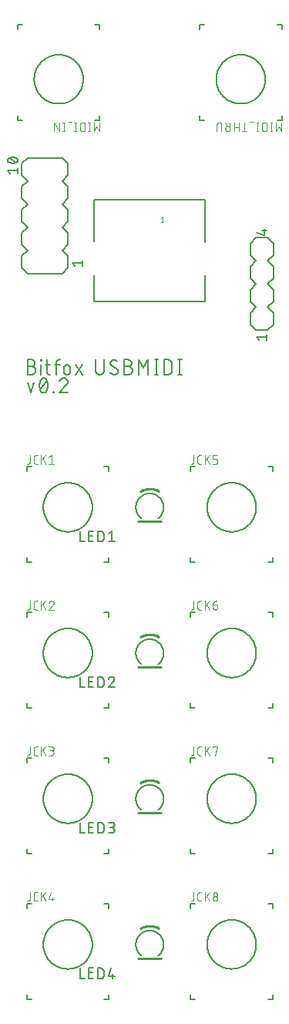
<source format=gbr>
G04 EAGLE Gerber RS-274X export*
G75*
%MOMM*%
%FSLAX34Y34*%
%LPD*%
%INSilkscreen Top*%
%IPPOS*%
%AMOC8*
5,1,8,0,0,1.08239X$1,22.5*%
G01*
%ADD10C,0.152400*%
%ADD11C,0.127000*%
%ADD12C,0.076200*%
%ADD13C,0.050800*%
%ADD14C,0.254000*%


D10*
X10762Y699793D02*
X15278Y699793D01*
X15278Y699794D02*
X15411Y699792D01*
X15543Y699786D01*
X15675Y699776D01*
X15807Y699763D01*
X15939Y699745D01*
X16069Y699724D01*
X16200Y699699D01*
X16329Y699670D01*
X16457Y699637D01*
X16585Y699601D01*
X16711Y699561D01*
X16836Y699517D01*
X16960Y699469D01*
X17082Y699418D01*
X17203Y699363D01*
X17322Y699305D01*
X17440Y699243D01*
X17555Y699178D01*
X17669Y699109D01*
X17780Y699038D01*
X17889Y698962D01*
X17996Y698884D01*
X18101Y698803D01*
X18203Y698718D01*
X18303Y698631D01*
X18400Y698541D01*
X18495Y698448D01*
X18586Y698352D01*
X18675Y698254D01*
X18761Y698153D01*
X18844Y698049D01*
X18924Y697943D01*
X19000Y697835D01*
X19074Y697725D01*
X19144Y697612D01*
X19211Y697498D01*
X19274Y697381D01*
X19334Y697263D01*
X19391Y697143D01*
X19444Y697021D01*
X19493Y696898D01*
X19539Y696774D01*
X19581Y696648D01*
X19619Y696521D01*
X19654Y696393D01*
X19685Y696264D01*
X19712Y696135D01*
X19735Y696004D01*
X19755Y695873D01*
X19770Y695741D01*
X19782Y695609D01*
X19790Y695477D01*
X19794Y695344D01*
X19794Y695212D01*
X19790Y695079D01*
X19782Y694947D01*
X19770Y694815D01*
X19755Y694683D01*
X19735Y694552D01*
X19712Y694421D01*
X19685Y694292D01*
X19654Y694163D01*
X19619Y694035D01*
X19581Y693908D01*
X19539Y693782D01*
X19493Y693658D01*
X19444Y693535D01*
X19391Y693413D01*
X19334Y693293D01*
X19274Y693175D01*
X19211Y693058D01*
X19144Y692944D01*
X19074Y692831D01*
X19000Y692721D01*
X18924Y692613D01*
X18844Y692507D01*
X18761Y692403D01*
X18675Y692302D01*
X18586Y692204D01*
X18495Y692108D01*
X18400Y692015D01*
X18303Y691925D01*
X18203Y691838D01*
X18101Y691753D01*
X17996Y691672D01*
X17889Y691594D01*
X17780Y691518D01*
X17669Y691447D01*
X17555Y691378D01*
X17440Y691313D01*
X17322Y691251D01*
X17203Y691193D01*
X17082Y691138D01*
X16960Y691087D01*
X16836Y691039D01*
X16711Y690995D01*
X16585Y690955D01*
X16457Y690919D01*
X16329Y690886D01*
X16200Y690857D01*
X16069Y690832D01*
X15939Y690811D01*
X15807Y690793D01*
X15675Y690780D01*
X15543Y690770D01*
X15411Y690764D01*
X15278Y690762D01*
X10762Y690762D01*
X10762Y707018D01*
X15278Y707018D01*
X15397Y707016D01*
X15517Y707010D01*
X15636Y707000D01*
X15754Y706986D01*
X15873Y706969D01*
X15990Y706947D01*
X16107Y706922D01*
X16222Y706892D01*
X16337Y706859D01*
X16451Y706822D01*
X16563Y706782D01*
X16674Y706737D01*
X16783Y706689D01*
X16891Y706638D01*
X16997Y706583D01*
X17101Y706524D01*
X17203Y706462D01*
X17303Y706397D01*
X17401Y706328D01*
X17497Y706256D01*
X17590Y706181D01*
X17680Y706104D01*
X17768Y706023D01*
X17853Y705939D01*
X17935Y705852D01*
X18015Y705763D01*
X18091Y705671D01*
X18165Y705577D01*
X18235Y705480D01*
X18302Y705382D01*
X18366Y705281D01*
X18426Y705177D01*
X18483Y705072D01*
X18536Y704965D01*
X18586Y704857D01*
X18632Y704747D01*
X18674Y704635D01*
X18713Y704522D01*
X18748Y704408D01*
X18779Y704293D01*
X18807Y704176D01*
X18830Y704059D01*
X18850Y703942D01*
X18866Y703823D01*
X18878Y703704D01*
X18886Y703585D01*
X18890Y703466D01*
X18890Y703346D01*
X18886Y703227D01*
X18878Y703108D01*
X18866Y702989D01*
X18850Y702870D01*
X18830Y702753D01*
X18807Y702636D01*
X18779Y702519D01*
X18748Y702404D01*
X18713Y702290D01*
X18674Y702177D01*
X18632Y702065D01*
X18586Y701955D01*
X18536Y701847D01*
X18483Y701740D01*
X18426Y701635D01*
X18366Y701531D01*
X18302Y701430D01*
X18235Y701332D01*
X18165Y701235D01*
X18091Y701141D01*
X18015Y701049D01*
X17935Y700960D01*
X17853Y700873D01*
X17768Y700789D01*
X17680Y700708D01*
X17590Y700631D01*
X17497Y700556D01*
X17401Y700484D01*
X17303Y700415D01*
X17203Y700350D01*
X17101Y700288D01*
X16997Y700229D01*
X16891Y700174D01*
X16783Y700123D01*
X16674Y700075D01*
X16563Y700030D01*
X16451Y699990D01*
X16337Y699953D01*
X16222Y699920D01*
X16107Y699890D01*
X15990Y699865D01*
X15873Y699843D01*
X15754Y699826D01*
X15636Y699812D01*
X15517Y699802D01*
X15397Y699796D01*
X15278Y699794D01*
X25487Y701599D02*
X25487Y690762D01*
X25036Y706115D02*
X25036Y707018D01*
X25939Y707018D01*
X25939Y706115D01*
X25036Y706115D01*
X30477Y701599D02*
X35896Y701599D01*
X32284Y707018D02*
X32284Y693471D01*
X32286Y693370D01*
X32292Y693269D01*
X32301Y693168D01*
X32314Y693067D01*
X32331Y692967D01*
X32352Y692868D01*
X32376Y692770D01*
X32404Y692673D01*
X32436Y692576D01*
X32471Y692481D01*
X32510Y692388D01*
X32552Y692296D01*
X32598Y692205D01*
X32647Y692117D01*
X32699Y692030D01*
X32755Y691945D01*
X32813Y691862D01*
X32875Y691782D01*
X32940Y691704D01*
X33007Y691628D01*
X33077Y691555D01*
X33150Y691485D01*
X33226Y691418D01*
X33304Y691353D01*
X33384Y691291D01*
X33467Y691233D01*
X33552Y691177D01*
X33639Y691125D01*
X33727Y691076D01*
X33818Y691030D01*
X33910Y690988D01*
X34003Y690949D01*
X34098Y690914D01*
X34195Y690882D01*
X34292Y690854D01*
X34390Y690830D01*
X34489Y690809D01*
X34589Y690792D01*
X34690Y690779D01*
X34791Y690770D01*
X34892Y690764D01*
X34993Y690762D01*
X35896Y690762D01*
X42562Y690762D02*
X42562Y704309D01*
X42563Y704309D02*
X42565Y704413D01*
X42571Y704516D01*
X42581Y704620D01*
X42595Y704723D01*
X42613Y704825D01*
X42634Y704926D01*
X42660Y705027D01*
X42689Y705126D01*
X42722Y705225D01*
X42759Y705322D01*
X42800Y705417D01*
X42844Y705511D01*
X42892Y705603D01*
X42943Y705693D01*
X42998Y705782D01*
X43056Y705868D01*
X43118Y705951D01*
X43182Y706033D01*
X43250Y706111D01*
X43320Y706187D01*
X43393Y706261D01*
X43470Y706331D01*
X43548Y706399D01*
X43630Y706463D01*
X43713Y706525D01*
X43799Y706583D01*
X43888Y706638D01*
X43978Y706689D01*
X44070Y706737D01*
X44164Y706781D01*
X44259Y706822D01*
X44356Y706859D01*
X44455Y706892D01*
X44554Y706921D01*
X44655Y706947D01*
X44756Y706968D01*
X44858Y706986D01*
X44961Y707000D01*
X45065Y707010D01*
X45168Y707016D01*
X45272Y707018D01*
X46175Y707018D01*
X46175Y701599D02*
X40756Y701599D01*
X50532Y697987D02*
X50532Y694374D01*
X50533Y697987D02*
X50535Y698106D01*
X50541Y698226D01*
X50551Y698345D01*
X50565Y698463D01*
X50582Y698582D01*
X50604Y698699D01*
X50629Y698816D01*
X50659Y698931D01*
X50692Y699046D01*
X50729Y699160D01*
X50769Y699272D01*
X50814Y699383D01*
X50862Y699492D01*
X50913Y699600D01*
X50968Y699706D01*
X51027Y699810D01*
X51089Y699912D01*
X51154Y700012D01*
X51223Y700110D01*
X51295Y700206D01*
X51370Y700299D01*
X51447Y700389D01*
X51528Y700477D01*
X51612Y700562D01*
X51699Y700644D01*
X51788Y700724D01*
X51880Y700800D01*
X51974Y700874D01*
X52071Y700944D01*
X52169Y701011D01*
X52270Y701075D01*
X52374Y701135D01*
X52479Y701192D01*
X52586Y701245D01*
X52694Y701295D01*
X52804Y701341D01*
X52916Y701383D01*
X53029Y701422D01*
X53143Y701457D01*
X53258Y701488D01*
X53375Y701516D01*
X53492Y701539D01*
X53609Y701559D01*
X53728Y701575D01*
X53847Y701587D01*
X53966Y701595D01*
X54085Y701599D01*
X54205Y701599D01*
X54324Y701595D01*
X54443Y701587D01*
X54562Y701575D01*
X54681Y701559D01*
X54798Y701539D01*
X54915Y701516D01*
X55032Y701488D01*
X55147Y701457D01*
X55261Y701422D01*
X55374Y701383D01*
X55486Y701341D01*
X55596Y701295D01*
X55704Y701245D01*
X55811Y701192D01*
X55916Y701135D01*
X56020Y701075D01*
X56121Y701011D01*
X56219Y700944D01*
X56316Y700874D01*
X56410Y700800D01*
X56502Y700724D01*
X56591Y700644D01*
X56678Y700562D01*
X56762Y700477D01*
X56843Y700389D01*
X56920Y700299D01*
X56995Y700206D01*
X57067Y700110D01*
X57136Y700012D01*
X57201Y699912D01*
X57263Y699810D01*
X57322Y699706D01*
X57377Y699600D01*
X57428Y699492D01*
X57476Y699383D01*
X57521Y699272D01*
X57561Y699160D01*
X57598Y699046D01*
X57631Y698931D01*
X57661Y698816D01*
X57686Y698699D01*
X57708Y698582D01*
X57725Y698463D01*
X57739Y698345D01*
X57749Y698226D01*
X57755Y698106D01*
X57757Y697987D01*
X57757Y694374D01*
X57755Y694255D01*
X57749Y694135D01*
X57739Y694016D01*
X57725Y693898D01*
X57708Y693779D01*
X57686Y693662D01*
X57661Y693545D01*
X57631Y693430D01*
X57598Y693315D01*
X57561Y693201D01*
X57521Y693089D01*
X57476Y692978D01*
X57428Y692869D01*
X57377Y692761D01*
X57322Y692655D01*
X57263Y692551D01*
X57201Y692449D01*
X57136Y692349D01*
X57067Y692251D01*
X56995Y692155D01*
X56920Y692062D01*
X56843Y691972D01*
X56762Y691884D01*
X56678Y691799D01*
X56591Y691717D01*
X56502Y691637D01*
X56410Y691561D01*
X56316Y691487D01*
X56219Y691417D01*
X56121Y691350D01*
X56020Y691286D01*
X55916Y691226D01*
X55811Y691169D01*
X55704Y691116D01*
X55596Y691066D01*
X55486Y691020D01*
X55374Y690978D01*
X55261Y690939D01*
X55147Y690904D01*
X55032Y690873D01*
X54915Y690845D01*
X54798Y690822D01*
X54681Y690802D01*
X54562Y690786D01*
X54443Y690774D01*
X54324Y690766D01*
X54205Y690762D01*
X54085Y690762D01*
X53966Y690766D01*
X53847Y690774D01*
X53728Y690786D01*
X53609Y690802D01*
X53492Y690822D01*
X53375Y690845D01*
X53258Y690873D01*
X53143Y690904D01*
X53029Y690939D01*
X52916Y690978D01*
X52804Y691020D01*
X52694Y691066D01*
X52586Y691116D01*
X52479Y691169D01*
X52374Y691226D01*
X52270Y691286D01*
X52169Y691350D01*
X52071Y691417D01*
X51974Y691487D01*
X51880Y691561D01*
X51788Y691637D01*
X51699Y691717D01*
X51612Y691799D01*
X51528Y691884D01*
X51447Y691972D01*
X51370Y692062D01*
X51295Y692155D01*
X51223Y692251D01*
X51154Y692349D01*
X51089Y692449D01*
X51027Y692551D01*
X50968Y692655D01*
X50913Y692761D01*
X50862Y692869D01*
X50814Y692978D01*
X50769Y693089D01*
X50729Y693201D01*
X50692Y693315D01*
X50659Y693430D01*
X50629Y693545D01*
X50604Y693662D01*
X50582Y693779D01*
X50565Y693898D01*
X50551Y694016D01*
X50541Y694135D01*
X50535Y694255D01*
X50533Y694374D01*
X63558Y690762D02*
X70783Y701599D01*
X63558Y701599D02*
X70783Y690762D01*
X85581Y695278D02*
X85581Y707018D01*
X85580Y695278D02*
X85582Y695145D01*
X85588Y695013D01*
X85598Y694881D01*
X85611Y694749D01*
X85629Y694617D01*
X85650Y694487D01*
X85675Y694356D01*
X85704Y694227D01*
X85737Y694099D01*
X85773Y693971D01*
X85813Y693845D01*
X85857Y693720D01*
X85905Y693596D01*
X85956Y693474D01*
X86011Y693353D01*
X86069Y693234D01*
X86131Y693116D01*
X86196Y693001D01*
X86265Y692887D01*
X86336Y692776D01*
X86412Y692667D01*
X86490Y692560D01*
X86571Y692455D01*
X86656Y692353D01*
X86743Y692253D01*
X86833Y692156D01*
X86926Y692061D01*
X87022Y691970D01*
X87120Y691881D01*
X87221Y691795D01*
X87325Y691712D01*
X87431Y691632D01*
X87539Y691556D01*
X87649Y691482D01*
X87762Y691412D01*
X87876Y691345D01*
X87993Y691282D01*
X88111Y691222D01*
X88231Y691165D01*
X88353Y691112D01*
X88476Y691063D01*
X88600Y691017D01*
X88726Y690975D01*
X88853Y690937D01*
X88981Y690902D01*
X89110Y690871D01*
X89239Y690844D01*
X89370Y690821D01*
X89501Y690801D01*
X89633Y690786D01*
X89765Y690774D01*
X89897Y690766D01*
X90030Y690762D01*
X90162Y690762D01*
X90295Y690766D01*
X90427Y690774D01*
X90559Y690786D01*
X90691Y690801D01*
X90822Y690821D01*
X90953Y690844D01*
X91082Y690871D01*
X91211Y690902D01*
X91339Y690937D01*
X91466Y690975D01*
X91592Y691017D01*
X91716Y691063D01*
X91839Y691112D01*
X91961Y691165D01*
X92081Y691222D01*
X92199Y691282D01*
X92316Y691345D01*
X92430Y691412D01*
X92543Y691482D01*
X92653Y691556D01*
X92761Y691632D01*
X92867Y691712D01*
X92971Y691795D01*
X93072Y691881D01*
X93170Y691970D01*
X93266Y692061D01*
X93359Y692156D01*
X93449Y692253D01*
X93536Y692353D01*
X93621Y692455D01*
X93702Y692560D01*
X93780Y692667D01*
X93856Y692776D01*
X93927Y692887D01*
X93996Y693001D01*
X94061Y693116D01*
X94123Y693234D01*
X94181Y693353D01*
X94236Y693474D01*
X94287Y693596D01*
X94335Y693720D01*
X94379Y693845D01*
X94419Y693971D01*
X94455Y694099D01*
X94488Y694227D01*
X94517Y694356D01*
X94542Y694487D01*
X94563Y694617D01*
X94581Y694749D01*
X94594Y694881D01*
X94604Y695013D01*
X94610Y695145D01*
X94612Y695278D01*
X94612Y707018D01*
X110243Y694374D02*
X110241Y694256D01*
X110235Y694138D01*
X110226Y694020D01*
X110212Y693903D01*
X110195Y693786D01*
X110174Y693669D01*
X110149Y693554D01*
X110120Y693439D01*
X110087Y693325D01*
X110051Y693213D01*
X110011Y693102D01*
X109968Y692992D01*
X109921Y692883D01*
X109871Y692776D01*
X109816Y692671D01*
X109759Y692568D01*
X109698Y692467D01*
X109634Y692367D01*
X109567Y692270D01*
X109497Y692175D01*
X109423Y692083D01*
X109347Y691992D01*
X109267Y691905D01*
X109185Y691820D01*
X109100Y691738D01*
X109013Y691658D01*
X108922Y691582D01*
X108830Y691508D01*
X108735Y691438D01*
X108638Y691371D01*
X108538Y691307D01*
X108437Y691246D01*
X108334Y691189D01*
X108229Y691134D01*
X108122Y691084D01*
X108013Y691037D01*
X107903Y690994D01*
X107792Y690954D01*
X107680Y690918D01*
X107566Y690885D01*
X107451Y690856D01*
X107336Y690831D01*
X107219Y690810D01*
X107102Y690793D01*
X106985Y690779D01*
X106867Y690770D01*
X106749Y690764D01*
X106631Y690762D01*
X106448Y690764D01*
X106266Y690771D01*
X106084Y690782D01*
X105902Y690797D01*
X105720Y690817D01*
X105539Y690840D01*
X105359Y690869D01*
X105179Y690901D01*
X105000Y690938D01*
X104823Y690979D01*
X104646Y691025D01*
X104470Y691074D01*
X104296Y691128D01*
X104122Y691186D01*
X103951Y691248D01*
X103781Y691314D01*
X103612Y691385D01*
X103445Y691459D01*
X103280Y691537D01*
X103117Y691619D01*
X102956Y691705D01*
X102797Y691795D01*
X102640Y691889D01*
X102486Y691986D01*
X102334Y692087D01*
X102184Y692192D01*
X102037Y692300D01*
X101893Y692411D01*
X101751Y692526D01*
X101612Y692645D01*
X101476Y692767D01*
X101343Y692892D01*
X101213Y693020D01*
X101664Y703406D02*
X101666Y703524D01*
X101672Y703642D01*
X101681Y703760D01*
X101695Y703877D01*
X101712Y703994D01*
X101733Y704111D01*
X101758Y704226D01*
X101787Y704341D01*
X101820Y704455D01*
X101856Y704567D01*
X101896Y704678D01*
X101939Y704788D01*
X101986Y704897D01*
X102036Y705004D01*
X102091Y705109D01*
X102148Y705212D01*
X102209Y705313D01*
X102273Y705413D01*
X102340Y705510D01*
X102410Y705605D01*
X102484Y705697D01*
X102560Y705788D01*
X102640Y705875D01*
X102722Y705960D01*
X102807Y706042D01*
X102894Y706122D01*
X102985Y706198D01*
X103077Y706272D01*
X103172Y706342D01*
X103269Y706409D01*
X103369Y706473D01*
X103470Y706534D01*
X103573Y706592D01*
X103678Y706646D01*
X103785Y706696D01*
X103894Y706743D01*
X104004Y706787D01*
X104115Y706826D01*
X104228Y706862D01*
X104341Y706895D01*
X104456Y706924D01*
X104571Y706949D01*
X104688Y706970D01*
X104805Y706987D01*
X104922Y707001D01*
X105040Y707010D01*
X105158Y707016D01*
X105276Y707018D01*
X105437Y707016D01*
X105599Y707010D01*
X105760Y707001D01*
X105921Y706987D01*
X106081Y706970D01*
X106241Y706949D01*
X106401Y706924D01*
X106560Y706895D01*
X106718Y706863D01*
X106875Y706827D01*
X107031Y706787D01*
X107187Y706743D01*
X107341Y706695D01*
X107494Y706644D01*
X107646Y706590D01*
X107797Y706531D01*
X107946Y706470D01*
X108093Y706404D01*
X108239Y706335D01*
X108384Y706263D01*
X108526Y706187D01*
X108667Y706108D01*
X108806Y706026D01*
X108942Y705940D01*
X109077Y705851D01*
X109210Y705759D01*
X109340Y705663D01*
X103469Y700245D02*
X103368Y700307D01*
X103268Y700372D01*
X103171Y700441D01*
X103076Y700513D01*
X102983Y700587D01*
X102893Y700665D01*
X102805Y700746D01*
X102720Y700829D01*
X102638Y700915D01*
X102559Y701004D01*
X102482Y701095D01*
X102409Y701189D01*
X102338Y701285D01*
X102271Y701383D01*
X102207Y701483D01*
X102146Y701586D01*
X102089Y701690D01*
X102035Y701796D01*
X101985Y701904D01*
X101938Y702013D01*
X101894Y702124D01*
X101854Y702236D01*
X101818Y702350D01*
X101786Y702464D01*
X101757Y702580D01*
X101732Y702696D01*
X101711Y702813D01*
X101694Y702931D01*
X101680Y703049D01*
X101671Y703168D01*
X101665Y703287D01*
X101663Y703406D01*
X108437Y697535D02*
X108538Y697473D01*
X108638Y697408D01*
X108735Y697339D01*
X108830Y697267D01*
X108923Y697193D01*
X109013Y697115D01*
X109101Y697034D01*
X109186Y696951D01*
X109268Y696865D01*
X109347Y696776D01*
X109424Y696685D01*
X109497Y696591D01*
X109568Y696495D01*
X109635Y696397D01*
X109699Y696297D01*
X109760Y696194D01*
X109817Y696090D01*
X109871Y695984D01*
X109921Y695876D01*
X109968Y695767D01*
X110012Y695656D01*
X110052Y695544D01*
X110088Y695430D01*
X110120Y695316D01*
X110149Y695200D01*
X110174Y695084D01*
X110195Y694967D01*
X110212Y694849D01*
X110226Y694731D01*
X110235Y694612D01*
X110241Y694493D01*
X110243Y694374D01*
X108437Y697535D02*
X103470Y700245D01*
X117054Y699793D02*
X121570Y699793D01*
X121570Y699794D02*
X121703Y699792D01*
X121835Y699786D01*
X121967Y699776D01*
X122099Y699763D01*
X122231Y699745D01*
X122361Y699724D01*
X122492Y699699D01*
X122621Y699670D01*
X122749Y699637D01*
X122877Y699601D01*
X123003Y699561D01*
X123128Y699517D01*
X123252Y699469D01*
X123374Y699418D01*
X123495Y699363D01*
X123614Y699305D01*
X123732Y699243D01*
X123847Y699178D01*
X123961Y699109D01*
X124072Y699038D01*
X124181Y698962D01*
X124288Y698884D01*
X124393Y698803D01*
X124495Y698718D01*
X124595Y698631D01*
X124692Y698541D01*
X124787Y698448D01*
X124878Y698352D01*
X124967Y698254D01*
X125053Y698153D01*
X125136Y698049D01*
X125216Y697943D01*
X125292Y697835D01*
X125366Y697725D01*
X125436Y697612D01*
X125503Y697498D01*
X125566Y697381D01*
X125626Y697263D01*
X125683Y697143D01*
X125736Y697021D01*
X125785Y696898D01*
X125831Y696774D01*
X125873Y696648D01*
X125911Y696521D01*
X125946Y696393D01*
X125977Y696264D01*
X126004Y696135D01*
X126027Y696004D01*
X126047Y695873D01*
X126062Y695741D01*
X126074Y695609D01*
X126082Y695477D01*
X126086Y695344D01*
X126086Y695212D01*
X126082Y695079D01*
X126074Y694947D01*
X126062Y694815D01*
X126047Y694683D01*
X126027Y694552D01*
X126004Y694421D01*
X125977Y694292D01*
X125946Y694163D01*
X125911Y694035D01*
X125873Y693908D01*
X125831Y693782D01*
X125785Y693658D01*
X125736Y693535D01*
X125683Y693413D01*
X125626Y693293D01*
X125566Y693175D01*
X125503Y693058D01*
X125436Y692944D01*
X125366Y692831D01*
X125292Y692721D01*
X125216Y692613D01*
X125136Y692507D01*
X125053Y692403D01*
X124967Y692302D01*
X124878Y692204D01*
X124787Y692108D01*
X124692Y692015D01*
X124595Y691925D01*
X124495Y691838D01*
X124393Y691753D01*
X124288Y691672D01*
X124181Y691594D01*
X124072Y691518D01*
X123961Y691447D01*
X123847Y691378D01*
X123732Y691313D01*
X123614Y691251D01*
X123495Y691193D01*
X123374Y691138D01*
X123252Y691087D01*
X123128Y691039D01*
X123003Y690995D01*
X122877Y690955D01*
X122749Y690919D01*
X122621Y690886D01*
X122492Y690857D01*
X122361Y690832D01*
X122231Y690811D01*
X122099Y690793D01*
X121967Y690780D01*
X121835Y690770D01*
X121703Y690764D01*
X121570Y690762D01*
X117054Y690762D01*
X117054Y707018D01*
X121570Y707018D01*
X121689Y707016D01*
X121809Y707010D01*
X121928Y707000D01*
X122046Y706986D01*
X122165Y706969D01*
X122282Y706947D01*
X122399Y706922D01*
X122514Y706892D01*
X122629Y706859D01*
X122743Y706822D01*
X122855Y706782D01*
X122966Y706737D01*
X123075Y706689D01*
X123183Y706638D01*
X123289Y706583D01*
X123393Y706524D01*
X123495Y706462D01*
X123595Y706397D01*
X123693Y706328D01*
X123789Y706256D01*
X123882Y706181D01*
X123972Y706104D01*
X124060Y706023D01*
X124145Y705939D01*
X124227Y705852D01*
X124307Y705763D01*
X124383Y705671D01*
X124457Y705577D01*
X124527Y705480D01*
X124594Y705382D01*
X124658Y705281D01*
X124718Y705177D01*
X124775Y705072D01*
X124828Y704965D01*
X124878Y704857D01*
X124924Y704747D01*
X124966Y704635D01*
X125005Y704522D01*
X125040Y704408D01*
X125071Y704293D01*
X125099Y704176D01*
X125122Y704059D01*
X125142Y703942D01*
X125158Y703823D01*
X125170Y703704D01*
X125178Y703585D01*
X125182Y703466D01*
X125182Y703346D01*
X125178Y703227D01*
X125170Y703108D01*
X125158Y702989D01*
X125142Y702870D01*
X125122Y702753D01*
X125099Y702636D01*
X125071Y702519D01*
X125040Y702404D01*
X125005Y702290D01*
X124966Y702177D01*
X124924Y702065D01*
X124878Y701955D01*
X124828Y701847D01*
X124775Y701740D01*
X124718Y701635D01*
X124658Y701531D01*
X124594Y701430D01*
X124527Y701332D01*
X124457Y701235D01*
X124383Y701141D01*
X124307Y701049D01*
X124227Y700960D01*
X124145Y700873D01*
X124060Y700789D01*
X123972Y700708D01*
X123882Y700631D01*
X123789Y700556D01*
X123693Y700484D01*
X123595Y700415D01*
X123495Y700350D01*
X123393Y700288D01*
X123289Y700229D01*
X123183Y700174D01*
X123075Y700123D01*
X122966Y700075D01*
X122855Y700030D01*
X122743Y699990D01*
X122629Y699953D01*
X122514Y699920D01*
X122399Y699890D01*
X122282Y699865D01*
X122165Y699843D01*
X122046Y699826D01*
X121928Y699812D01*
X121809Y699802D01*
X121689Y699796D01*
X121570Y699794D01*
X132614Y707018D02*
X132614Y690762D01*
X138032Y697987D02*
X132614Y707018D01*
X138032Y697987D02*
X143451Y707018D01*
X143451Y690762D01*
X152100Y690762D02*
X152100Y707018D01*
X150294Y690762D02*
X153907Y690762D01*
X153907Y707018D02*
X150294Y707018D01*
X160611Y707018D02*
X160611Y690762D01*
X160611Y707018D02*
X165126Y707018D01*
X165257Y707016D01*
X165389Y707010D01*
X165520Y707001D01*
X165650Y706987D01*
X165781Y706970D01*
X165910Y706949D01*
X166039Y706925D01*
X166167Y706896D01*
X166295Y706864D01*
X166421Y706828D01*
X166546Y706789D01*
X166671Y706746D01*
X166793Y706699D01*
X166915Y706649D01*
X167035Y706595D01*
X167153Y706538D01*
X167269Y706477D01*
X167384Y706413D01*
X167497Y706346D01*
X167608Y706275D01*
X167716Y706201D01*
X167823Y706124D01*
X167927Y706044D01*
X168029Y705961D01*
X168128Y705876D01*
X168225Y705787D01*
X168319Y705695D01*
X168411Y705601D01*
X168500Y705504D01*
X168585Y705405D01*
X168668Y705303D01*
X168748Y705199D01*
X168825Y705092D01*
X168899Y704984D01*
X168970Y704873D01*
X169037Y704760D01*
X169101Y704645D01*
X169162Y704529D01*
X169219Y704411D01*
X169273Y704291D01*
X169323Y704169D01*
X169370Y704047D01*
X169413Y703922D01*
X169452Y703797D01*
X169488Y703671D01*
X169520Y703543D01*
X169549Y703415D01*
X169573Y703286D01*
X169594Y703157D01*
X169611Y703026D01*
X169625Y702896D01*
X169634Y702765D01*
X169640Y702633D01*
X169642Y702502D01*
X169642Y695278D01*
X169640Y695147D01*
X169634Y695015D01*
X169625Y694884D01*
X169611Y694754D01*
X169594Y694623D01*
X169573Y694494D01*
X169549Y694365D01*
X169520Y694237D01*
X169488Y694109D01*
X169452Y693983D01*
X169413Y693858D01*
X169370Y693733D01*
X169323Y693611D01*
X169273Y693489D01*
X169219Y693369D01*
X169162Y693251D01*
X169101Y693135D01*
X169037Y693020D01*
X168970Y692907D01*
X168899Y692796D01*
X168825Y692688D01*
X168748Y692581D01*
X168668Y692477D01*
X168585Y692375D01*
X168500Y692276D01*
X168411Y692179D01*
X168319Y692085D01*
X168225Y691993D01*
X168128Y691904D01*
X168029Y691819D01*
X167927Y691736D01*
X167823Y691656D01*
X167716Y691579D01*
X167608Y691505D01*
X167497Y691434D01*
X167384Y691367D01*
X167269Y691303D01*
X167153Y691242D01*
X167035Y691185D01*
X166915Y691131D01*
X166793Y691081D01*
X166671Y691034D01*
X166546Y690991D01*
X166421Y690952D01*
X166295Y690916D01*
X166167Y690884D01*
X166039Y690855D01*
X165910Y690831D01*
X165780Y690810D01*
X165650Y690793D01*
X165520Y690779D01*
X165389Y690770D01*
X165257Y690764D01*
X165126Y690762D01*
X160611Y690762D01*
X178152Y690762D02*
X178152Y707018D01*
X176346Y690762D02*
X179959Y690762D01*
X179959Y707018D02*
X176346Y707018D01*
X14374Y670762D02*
X10762Y681599D01*
X17987Y681599D02*
X14374Y670762D01*
X23927Y678890D02*
X23931Y679210D01*
X23942Y679529D01*
X23961Y679849D01*
X23988Y680167D01*
X24022Y680485D01*
X24064Y680802D01*
X24114Y681118D01*
X24171Y681433D01*
X24235Y681746D01*
X24307Y682058D01*
X24386Y682368D01*
X24473Y682675D01*
X24567Y682981D01*
X24668Y683284D01*
X24777Y683585D01*
X24892Y683883D01*
X25015Y684179D01*
X25145Y684471D01*
X25282Y684760D01*
X25282Y684761D02*
X25321Y684869D01*
X25364Y684976D01*
X25410Y685081D01*
X25461Y685185D01*
X25514Y685287D01*
X25571Y685387D01*
X25632Y685485D01*
X25696Y685580D01*
X25763Y685674D01*
X25834Y685765D01*
X25907Y685854D01*
X25984Y685940D01*
X26063Y686023D01*
X26145Y686104D01*
X26230Y686182D01*
X26318Y686256D01*
X26408Y686328D01*
X26500Y686396D01*
X26595Y686462D01*
X26692Y686524D01*
X26791Y686582D01*
X26893Y686638D01*
X26995Y686689D01*
X27100Y686737D01*
X27206Y686782D01*
X27314Y686823D01*
X27423Y686860D01*
X27533Y686893D01*
X27645Y686922D01*
X27757Y686948D01*
X27870Y686970D01*
X27984Y686987D01*
X28098Y687001D01*
X28213Y687011D01*
X28328Y687017D01*
X28443Y687019D01*
X28443Y687018D02*
X28558Y687016D01*
X28673Y687010D01*
X28788Y687000D01*
X28902Y686986D01*
X29016Y686969D01*
X29129Y686947D01*
X29241Y686921D01*
X29353Y686892D01*
X29463Y686859D01*
X29572Y686822D01*
X29680Y686781D01*
X29786Y686736D01*
X29891Y686688D01*
X29993Y686637D01*
X30094Y686581D01*
X30194Y686523D01*
X30291Y686461D01*
X30385Y686396D01*
X30478Y686327D01*
X30568Y686255D01*
X30656Y686181D01*
X30741Y686103D01*
X30823Y686022D01*
X30902Y685939D01*
X30979Y685853D01*
X31052Y685764D01*
X31123Y685673D01*
X31190Y685579D01*
X31254Y685484D01*
X31315Y685386D01*
X31372Y685286D01*
X31425Y685184D01*
X31476Y685080D01*
X31522Y684975D01*
X31565Y684868D01*
X31604Y684760D01*
X31603Y684760D02*
X31740Y684471D01*
X31870Y684179D01*
X31993Y683883D01*
X32108Y683585D01*
X32217Y683284D01*
X32318Y682981D01*
X32412Y682675D01*
X32499Y682368D01*
X32578Y682058D01*
X32650Y681746D01*
X32714Y681433D01*
X32771Y681118D01*
X32821Y680802D01*
X32863Y680485D01*
X32897Y680167D01*
X32924Y679849D01*
X32943Y679529D01*
X32954Y679210D01*
X32958Y678890D01*
X23927Y678890D02*
X23931Y678570D01*
X23942Y678251D01*
X23961Y677931D01*
X23988Y677613D01*
X24022Y677295D01*
X24064Y676978D01*
X24114Y676662D01*
X24171Y676347D01*
X24235Y676034D01*
X24307Y675722D01*
X24386Y675412D01*
X24473Y675105D01*
X24567Y674799D01*
X24668Y674496D01*
X24777Y674195D01*
X24892Y673897D01*
X25015Y673601D01*
X25145Y673309D01*
X25282Y673020D01*
X25321Y672912D01*
X25364Y672805D01*
X25410Y672700D01*
X25461Y672596D01*
X25514Y672494D01*
X25571Y672394D01*
X25632Y672296D01*
X25696Y672201D01*
X25763Y672107D01*
X25834Y672016D01*
X25907Y671927D01*
X25984Y671841D01*
X26063Y671758D01*
X26145Y671677D01*
X26230Y671599D01*
X26318Y671525D01*
X26408Y671453D01*
X26501Y671384D01*
X26595Y671319D01*
X26692Y671257D01*
X26792Y671199D01*
X26893Y671143D01*
X26995Y671092D01*
X27100Y671044D01*
X27206Y670999D01*
X27314Y670958D01*
X27423Y670921D01*
X27533Y670888D01*
X27645Y670859D01*
X27757Y670833D01*
X27870Y670811D01*
X27984Y670794D01*
X28098Y670780D01*
X28213Y670770D01*
X28328Y670764D01*
X28443Y670762D01*
X31603Y673020D02*
X31740Y673309D01*
X31870Y673601D01*
X31993Y673897D01*
X32108Y674195D01*
X32217Y674496D01*
X32318Y674799D01*
X32412Y675105D01*
X32499Y675412D01*
X32578Y675722D01*
X32650Y676034D01*
X32714Y676347D01*
X32771Y676662D01*
X32821Y676978D01*
X32863Y677295D01*
X32897Y677613D01*
X32924Y677931D01*
X32943Y678251D01*
X32954Y678570D01*
X32958Y678890D01*
X31604Y673020D02*
X31565Y672912D01*
X31522Y672805D01*
X31476Y672700D01*
X31425Y672596D01*
X31372Y672494D01*
X31315Y672394D01*
X31254Y672296D01*
X31190Y672201D01*
X31123Y672107D01*
X31052Y672016D01*
X30979Y671927D01*
X30902Y671841D01*
X30823Y671758D01*
X30741Y671677D01*
X30656Y671599D01*
X30568Y671525D01*
X30478Y671453D01*
X30385Y671384D01*
X30291Y671319D01*
X30194Y671257D01*
X30094Y671199D01*
X29993Y671143D01*
X29890Y671092D01*
X29786Y671044D01*
X29680Y670999D01*
X29572Y670958D01*
X29463Y670921D01*
X29353Y670888D01*
X29241Y670859D01*
X29129Y670833D01*
X29016Y670811D01*
X28902Y670794D01*
X28788Y670780D01*
X28673Y670770D01*
X28558Y670764D01*
X28443Y670762D01*
X24830Y674374D02*
X32055Y683406D01*
X38933Y671665D02*
X38933Y670762D01*
X38933Y671665D02*
X39836Y671665D01*
X39836Y670762D01*
X38933Y670762D01*
X54842Y682954D02*
X54840Y683079D01*
X54834Y683204D01*
X54825Y683329D01*
X54811Y683453D01*
X54794Y683577D01*
X54773Y683701D01*
X54748Y683823D01*
X54719Y683945D01*
X54687Y684066D01*
X54651Y684186D01*
X54611Y684305D01*
X54568Y684422D01*
X54521Y684538D01*
X54470Y684653D01*
X54416Y684765D01*
X54358Y684877D01*
X54298Y684986D01*
X54233Y685093D01*
X54166Y685199D01*
X54095Y685302D01*
X54021Y685403D01*
X53944Y685502D01*
X53864Y685598D01*
X53781Y685692D01*
X53696Y685783D01*
X53607Y685872D01*
X53516Y685957D01*
X53422Y686040D01*
X53326Y686120D01*
X53227Y686197D01*
X53126Y686271D01*
X53023Y686342D01*
X52917Y686409D01*
X52810Y686474D01*
X52701Y686534D01*
X52589Y686592D01*
X52477Y686646D01*
X52362Y686697D01*
X52246Y686744D01*
X52129Y686787D01*
X52010Y686827D01*
X51890Y686863D01*
X51769Y686895D01*
X51647Y686924D01*
X51525Y686949D01*
X51401Y686970D01*
X51277Y686987D01*
X51153Y687001D01*
X51028Y687010D01*
X50903Y687016D01*
X50778Y687018D01*
X50635Y687016D01*
X50493Y687010D01*
X50350Y687000D01*
X50208Y686987D01*
X50067Y686969D01*
X49925Y686948D01*
X49785Y686923D01*
X49645Y686894D01*
X49506Y686861D01*
X49368Y686824D01*
X49231Y686784D01*
X49096Y686740D01*
X48961Y686692D01*
X48828Y686640D01*
X48696Y686585D01*
X48566Y686526D01*
X48438Y686464D01*
X48311Y686398D01*
X48186Y686329D01*
X48063Y686257D01*
X47943Y686181D01*
X47824Y686102D01*
X47707Y686019D01*
X47593Y685934D01*
X47481Y685845D01*
X47372Y685754D01*
X47265Y685659D01*
X47160Y685562D01*
X47059Y685461D01*
X46960Y685358D01*
X46864Y685253D01*
X46771Y685144D01*
X46681Y685033D01*
X46594Y684920D01*
X46510Y684805D01*
X46430Y684687D01*
X46352Y684567D01*
X46278Y684445D01*
X46208Y684321D01*
X46140Y684195D01*
X46077Y684067D01*
X46016Y683938D01*
X45959Y683807D01*
X45906Y683675D01*
X45857Y683541D01*
X45811Y683406D01*
X53487Y679793D02*
X53581Y679885D01*
X53671Y679979D01*
X53759Y680076D01*
X53844Y680176D01*
X53926Y680278D01*
X54005Y680383D01*
X54080Y680490D01*
X54152Y680599D01*
X54221Y680710D01*
X54287Y680824D01*
X54349Y680939D01*
X54408Y681056D01*
X54463Y681175D01*
X54514Y681295D01*
X54562Y681417D01*
X54607Y681540D01*
X54647Y681664D01*
X54684Y681790D01*
X54717Y681917D01*
X54746Y682044D01*
X54772Y682173D01*
X54793Y682302D01*
X54811Y682432D01*
X54824Y682562D01*
X54834Y682692D01*
X54840Y682823D01*
X54842Y682954D01*
X53487Y679793D02*
X45811Y670762D01*
X54842Y670762D01*
D11*
X28093Y545000D02*
X28101Y545660D01*
X28125Y546320D01*
X28166Y546979D01*
X28223Y547637D01*
X28295Y548294D01*
X28384Y548948D01*
X28489Y549600D01*
X28610Y550249D01*
X28747Y550895D01*
X28899Y551538D01*
X29068Y552176D01*
X29252Y552811D01*
X29451Y553440D01*
X29666Y554065D01*
X29896Y554684D01*
X30141Y555297D01*
X30401Y555904D01*
X30676Y556504D01*
X30966Y557098D01*
X31270Y557684D01*
X31589Y558262D01*
X31921Y558833D01*
X32268Y559395D01*
X32628Y559949D01*
X33001Y560493D01*
X33388Y561028D01*
X33788Y561554D01*
X34201Y562070D01*
X34626Y562575D01*
X35063Y563070D01*
X35513Y563553D01*
X35974Y564026D01*
X36447Y564487D01*
X36930Y564937D01*
X37425Y565374D01*
X37930Y565799D01*
X38446Y566212D01*
X38972Y566612D01*
X39507Y566999D01*
X40051Y567372D01*
X40605Y567732D01*
X41167Y568079D01*
X41738Y568411D01*
X42316Y568730D01*
X42902Y569034D01*
X43496Y569324D01*
X44096Y569599D01*
X44703Y569859D01*
X45316Y570104D01*
X45935Y570334D01*
X46560Y570549D01*
X47189Y570748D01*
X47824Y570932D01*
X48462Y571101D01*
X49105Y571253D01*
X49751Y571390D01*
X50400Y571511D01*
X51052Y571616D01*
X51706Y571705D01*
X52363Y571777D01*
X53021Y571834D01*
X53680Y571875D01*
X54340Y571899D01*
X55000Y571907D01*
X55660Y571899D01*
X56320Y571875D01*
X56979Y571834D01*
X57637Y571777D01*
X58294Y571705D01*
X58948Y571616D01*
X59600Y571511D01*
X60249Y571390D01*
X60895Y571253D01*
X61538Y571101D01*
X62176Y570932D01*
X62811Y570748D01*
X63440Y570549D01*
X64065Y570334D01*
X64684Y570104D01*
X65297Y569859D01*
X65904Y569599D01*
X66504Y569324D01*
X67098Y569034D01*
X67684Y568730D01*
X68262Y568411D01*
X68833Y568079D01*
X69395Y567732D01*
X69949Y567372D01*
X70493Y566999D01*
X71028Y566612D01*
X71554Y566212D01*
X72070Y565799D01*
X72575Y565374D01*
X73070Y564937D01*
X73553Y564487D01*
X74026Y564026D01*
X74487Y563553D01*
X74937Y563070D01*
X75374Y562575D01*
X75799Y562070D01*
X76212Y561554D01*
X76612Y561028D01*
X76999Y560493D01*
X77372Y559949D01*
X77732Y559395D01*
X78079Y558833D01*
X78411Y558262D01*
X78730Y557684D01*
X79034Y557098D01*
X79324Y556504D01*
X79599Y555904D01*
X79859Y555297D01*
X80104Y554684D01*
X80334Y554065D01*
X80549Y553440D01*
X80748Y552811D01*
X80932Y552176D01*
X81101Y551538D01*
X81253Y550895D01*
X81390Y550249D01*
X81511Y549600D01*
X81616Y548948D01*
X81705Y548294D01*
X81777Y547637D01*
X81834Y546979D01*
X81875Y546320D01*
X81899Y545660D01*
X81907Y545000D01*
X81899Y544340D01*
X81875Y543680D01*
X81834Y543021D01*
X81777Y542363D01*
X81705Y541706D01*
X81616Y541052D01*
X81511Y540400D01*
X81390Y539751D01*
X81253Y539105D01*
X81101Y538462D01*
X80932Y537824D01*
X80748Y537189D01*
X80549Y536560D01*
X80334Y535935D01*
X80104Y535316D01*
X79859Y534703D01*
X79599Y534096D01*
X79324Y533496D01*
X79034Y532902D01*
X78730Y532316D01*
X78411Y531738D01*
X78079Y531167D01*
X77732Y530605D01*
X77372Y530051D01*
X76999Y529507D01*
X76612Y528972D01*
X76212Y528446D01*
X75799Y527930D01*
X75374Y527425D01*
X74937Y526930D01*
X74487Y526447D01*
X74026Y525974D01*
X73553Y525513D01*
X73070Y525063D01*
X72575Y524626D01*
X72070Y524201D01*
X71554Y523788D01*
X71028Y523388D01*
X70493Y523001D01*
X69949Y522628D01*
X69395Y522268D01*
X68833Y521921D01*
X68262Y521589D01*
X67684Y521270D01*
X67098Y520966D01*
X66504Y520676D01*
X65904Y520401D01*
X65297Y520141D01*
X64684Y519896D01*
X64065Y519666D01*
X63440Y519451D01*
X62811Y519252D01*
X62176Y519068D01*
X61538Y518899D01*
X60895Y518747D01*
X60249Y518610D01*
X59600Y518489D01*
X58948Y518384D01*
X58294Y518295D01*
X57637Y518223D01*
X56979Y518166D01*
X56320Y518125D01*
X55660Y518101D01*
X55000Y518093D01*
X54340Y518101D01*
X53680Y518125D01*
X53021Y518166D01*
X52363Y518223D01*
X51706Y518295D01*
X51052Y518384D01*
X50400Y518489D01*
X49751Y518610D01*
X49105Y518747D01*
X48462Y518899D01*
X47824Y519068D01*
X47189Y519252D01*
X46560Y519451D01*
X45935Y519666D01*
X45316Y519896D01*
X44703Y520141D01*
X44096Y520401D01*
X43496Y520676D01*
X42902Y520966D01*
X42316Y521270D01*
X41738Y521589D01*
X41167Y521921D01*
X40605Y522268D01*
X40051Y522628D01*
X39507Y523001D01*
X38972Y523388D01*
X38446Y523788D01*
X37930Y524201D01*
X37425Y524626D01*
X36930Y525063D01*
X36447Y525513D01*
X35974Y525974D01*
X35513Y526447D01*
X35063Y526930D01*
X34626Y527425D01*
X34201Y527930D01*
X33788Y528446D01*
X33388Y528972D01*
X33001Y529507D01*
X32628Y530051D01*
X32268Y530605D01*
X31921Y531167D01*
X31589Y531738D01*
X31270Y532316D01*
X30966Y532902D01*
X30676Y533496D01*
X30401Y534096D01*
X30141Y534703D01*
X29896Y535316D01*
X29666Y535935D01*
X29451Y536560D01*
X29252Y537189D01*
X29068Y537824D01*
X28899Y538462D01*
X28747Y539105D01*
X28610Y539751D01*
X28489Y540400D01*
X28384Y541052D01*
X28295Y541706D01*
X28223Y542363D01*
X28166Y543021D01*
X28125Y543680D01*
X28101Y544340D01*
X28093Y545000D01*
X100000Y490000D02*
X100000Y485000D01*
X95000Y485000D01*
X15000Y485000D02*
X10000Y485000D01*
X10000Y490000D01*
X10000Y585000D02*
X10000Y590000D01*
X15000Y590000D01*
X100000Y590000D02*
X100000Y585000D01*
X100000Y590000D02*
X95000Y590000D01*
D12*
X13302Y594713D02*
X13302Y602023D01*
X13301Y594713D02*
X13299Y594624D01*
X13293Y594536D01*
X13284Y594448D01*
X13271Y594360D01*
X13254Y594273D01*
X13234Y594187D01*
X13209Y594102D01*
X13182Y594017D01*
X13150Y593934D01*
X13116Y593853D01*
X13077Y593773D01*
X13036Y593695D01*
X12991Y593618D01*
X12943Y593544D01*
X12892Y593471D01*
X12838Y593401D01*
X12780Y593334D01*
X12720Y593268D01*
X12658Y593206D01*
X12592Y593146D01*
X12525Y593088D01*
X12455Y593034D01*
X12382Y592983D01*
X12308Y592935D01*
X12231Y592890D01*
X12153Y592849D01*
X12073Y592810D01*
X11992Y592776D01*
X11909Y592744D01*
X11824Y592717D01*
X11739Y592692D01*
X11653Y592672D01*
X11566Y592655D01*
X11478Y592642D01*
X11390Y592633D01*
X11302Y592627D01*
X11213Y592625D01*
X10169Y592625D01*
X19556Y592625D02*
X21644Y592625D01*
X19556Y592625D02*
X19467Y592627D01*
X19379Y592633D01*
X19291Y592642D01*
X19203Y592655D01*
X19116Y592672D01*
X19030Y592692D01*
X18945Y592717D01*
X18860Y592744D01*
X18777Y592776D01*
X18696Y592810D01*
X18616Y592849D01*
X18538Y592890D01*
X18461Y592935D01*
X18387Y592983D01*
X18314Y593034D01*
X18244Y593088D01*
X18177Y593146D01*
X18111Y593206D01*
X18049Y593268D01*
X17989Y593334D01*
X17931Y593401D01*
X17877Y593471D01*
X17826Y593544D01*
X17778Y593618D01*
X17733Y593695D01*
X17692Y593773D01*
X17653Y593853D01*
X17619Y593934D01*
X17587Y594017D01*
X17560Y594102D01*
X17535Y594187D01*
X17515Y594273D01*
X17498Y594360D01*
X17485Y594448D01*
X17476Y594536D01*
X17470Y594624D01*
X17468Y594713D01*
X17468Y599935D01*
X17470Y600026D01*
X17476Y600117D01*
X17486Y600208D01*
X17500Y600298D01*
X17517Y600387D01*
X17539Y600475D01*
X17565Y600563D01*
X17594Y600649D01*
X17627Y600734D01*
X17664Y600817D01*
X17704Y600899D01*
X17748Y600979D01*
X17795Y601057D01*
X17846Y601133D01*
X17899Y601206D01*
X17956Y601277D01*
X18017Y601346D01*
X18080Y601411D01*
X18145Y601474D01*
X18214Y601534D01*
X18285Y601592D01*
X18358Y601645D01*
X18434Y601696D01*
X18512Y601743D01*
X18592Y601787D01*
X18674Y601827D01*
X18757Y601864D01*
X18842Y601897D01*
X18928Y601926D01*
X19016Y601952D01*
X19104Y601974D01*
X19193Y601991D01*
X19283Y602005D01*
X19374Y602015D01*
X19465Y602021D01*
X19556Y602023D01*
X21644Y602023D01*
X25549Y602023D02*
X25549Y592625D01*
X25549Y596280D02*
X30770Y602023D01*
X27638Y598368D02*
X30770Y592625D01*
X34257Y599935D02*
X36868Y602023D01*
X36868Y592625D01*
X39478Y592625D02*
X34257Y592625D01*
D11*
X28093Y385000D02*
X28101Y385660D01*
X28125Y386320D01*
X28166Y386979D01*
X28223Y387637D01*
X28295Y388294D01*
X28384Y388948D01*
X28489Y389600D01*
X28610Y390249D01*
X28747Y390895D01*
X28899Y391538D01*
X29068Y392176D01*
X29252Y392811D01*
X29451Y393440D01*
X29666Y394065D01*
X29896Y394684D01*
X30141Y395297D01*
X30401Y395904D01*
X30676Y396504D01*
X30966Y397098D01*
X31270Y397684D01*
X31589Y398262D01*
X31921Y398833D01*
X32268Y399395D01*
X32628Y399949D01*
X33001Y400493D01*
X33388Y401028D01*
X33788Y401554D01*
X34201Y402070D01*
X34626Y402575D01*
X35063Y403070D01*
X35513Y403553D01*
X35974Y404026D01*
X36447Y404487D01*
X36930Y404937D01*
X37425Y405374D01*
X37930Y405799D01*
X38446Y406212D01*
X38972Y406612D01*
X39507Y406999D01*
X40051Y407372D01*
X40605Y407732D01*
X41167Y408079D01*
X41738Y408411D01*
X42316Y408730D01*
X42902Y409034D01*
X43496Y409324D01*
X44096Y409599D01*
X44703Y409859D01*
X45316Y410104D01*
X45935Y410334D01*
X46560Y410549D01*
X47189Y410748D01*
X47824Y410932D01*
X48462Y411101D01*
X49105Y411253D01*
X49751Y411390D01*
X50400Y411511D01*
X51052Y411616D01*
X51706Y411705D01*
X52363Y411777D01*
X53021Y411834D01*
X53680Y411875D01*
X54340Y411899D01*
X55000Y411907D01*
X55660Y411899D01*
X56320Y411875D01*
X56979Y411834D01*
X57637Y411777D01*
X58294Y411705D01*
X58948Y411616D01*
X59600Y411511D01*
X60249Y411390D01*
X60895Y411253D01*
X61538Y411101D01*
X62176Y410932D01*
X62811Y410748D01*
X63440Y410549D01*
X64065Y410334D01*
X64684Y410104D01*
X65297Y409859D01*
X65904Y409599D01*
X66504Y409324D01*
X67098Y409034D01*
X67684Y408730D01*
X68262Y408411D01*
X68833Y408079D01*
X69395Y407732D01*
X69949Y407372D01*
X70493Y406999D01*
X71028Y406612D01*
X71554Y406212D01*
X72070Y405799D01*
X72575Y405374D01*
X73070Y404937D01*
X73553Y404487D01*
X74026Y404026D01*
X74487Y403553D01*
X74937Y403070D01*
X75374Y402575D01*
X75799Y402070D01*
X76212Y401554D01*
X76612Y401028D01*
X76999Y400493D01*
X77372Y399949D01*
X77732Y399395D01*
X78079Y398833D01*
X78411Y398262D01*
X78730Y397684D01*
X79034Y397098D01*
X79324Y396504D01*
X79599Y395904D01*
X79859Y395297D01*
X80104Y394684D01*
X80334Y394065D01*
X80549Y393440D01*
X80748Y392811D01*
X80932Y392176D01*
X81101Y391538D01*
X81253Y390895D01*
X81390Y390249D01*
X81511Y389600D01*
X81616Y388948D01*
X81705Y388294D01*
X81777Y387637D01*
X81834Y386979D01*
X81875Y386320D01*
X81899Y385660D01*
X81907Y385000D01*
X81899Y384340D01*
X81875Y383680D01*
X81834Y383021D01*
X81777Y382363D01*
X81705Y381706D01*
X81616Y381052D01*
X81511Y380400D01*
X81390Y379751D01*
X81253Y379105D01*
X81101Y378462D01*
X80932Y377824D01*
X80748Y377189D01*
X80549Y376560D01*
X80334Y375935D01*
X80104Y375316D01*
X79859Y374703D01*
X79599Y374096D01*
X79324Y373496D01*
X79034Y372902D01*
X78730Y372316D01*
X78411Y371738D01*
X78079Y371167D01*
X77732Y370605D01*
X77372Y370051D01*
X76999Y369507D01*
X76612Y368972D01*
X76212Y368446D01*
X75799Y367930D01*
X75374Y367425D01*
X74937Y366930D01*
X74487Y366447D01*
X74026Y365974D01*
X73553Y365513D01*
X73070Y365063D01*
X72575Y364626D01*
X72070Y364201D01*
X71554Y363788D01*
X71028Y363388D01*
X70493Y363001D01*
X69949Y362628D01*
X69395Y362268D01*
X68833Y361921D01*
X68262Y361589D01*
X67684Y361270D01*
X67098Y360966D01*
X66504Y360676D01*
X65904Y360401D01*
X65297Y360141D01*
X64684Y359896D01*
X64065Y359666D01*
X63440Y359451D01*
X62811Y359252D01*
X62176Y359068D01*
X61538Y358899D01*
X60895Y358747D01*
X60249Y358610D01*
X59600Y358489D01*
X58948Y358384D01*
X58294Y358295D01*
X57637Y358223D01*
X56979Y358166D01*
X56320Y358125D01*
X55660Y358101D01*
X55000Y358093D01*
X54340Y358101D01*
X53680Y358125D01*
X53021Y358166D01*
X52363Y358223D01*
X51706Y358295D01*
X51052Y358384D01*
X50400Y358489D01*
X49751Y358610D01*
X49105Y358747D01*
X48462Y358899D01*
X47824Y359068D01*
X47189Y359252D01*
X46560Y359451D01*
X45935Y359666D01*
X45316Y359896D01*
X44703Y360141D01*
X44096Y360401D01*
X43496Y360676D01*
X42902Y360966D01*
X42316Y361270D01*
X41738Y361589D01*
X41167Y361921D01*
X40605Y362268D01*
X40051Y362628D01*
X39507Y363001D01*
X38972Y363388D01*
X38446Y363788D01*
X37930Y364201D01*
X37425Y364626D01*
X36930Y365063D01*
X36447Y365513D01*
X35974Y365974D01*
X35513Y366447D01*
X35063Y366930D01*
X34626Y367425D01*
X34201Y367930D01*
X33788Y368446D01*
X33388Y368972D01*
X33001Y369507D01*
X32628Y370051D01*
X32268Y370605D01*
X31921Y371167D01*
X31589Y371738D01*
X31270Y372316D01*
X30966Y372902D01*
X30676Y373496D01*
X30401Y374096D01*
X30141Y374703D01*
X29896Y375316D01*
X29666Y375935D01*
X29451Y376560D01*
X29252Y377189D01*
X29068Y377824D01*
X28899Y378462D01*
X28747Y379105D01*
X28610Y379751D01*
X28489Y380400D01*
X28384Y381052D01*
X28295Y381706D01*
X28223Y382363D01*
X28166Y383021D01*
X28125Y383680D01*
X28101Y384340D01*
X28093Y385000D01*
X100000Y330000D02*
X100000Y325000D01*
X95000Y325000D01*
X15000Y325000D02*
X10000Y325000D01*
X10000Y330000D01*
X10000Y425000D02*
X10000Y430000D01*
X15000Y430000D01*
X100000Y430000D02*
X100000Y425000D01*
X100000Y430000D02*
X95000Y430000D01*
D12*
X13302Y434713D02*
X13302Y442023D01*
X13301Y434713D02*
X13299Y434624D01*
X13293Y434536D01*
X13284Y434448D01*
X13271Y434360D01*
X13254Y434273D01*
X13234Y434187D01*
X13209Y434102D01*
X13182Y434017D01*
X13150Y433934D01*
X13116Y433853D01*
X13077Y433773D01*
X13036Y433695D01*
X12991Y433618D01*
X12943Y433544D01*
X12892Y433471D01*
X12838Y433401D01*
X12780Y433334D01*
X12720Y433268D01*
X12658Y433206D01*
X12592Y433146D01*
X12525Y433088D01*
X12455Y433034D01*
X12382Y432983D01*
X12308Y432935D01*
X12231Y432890D01*
X12153Y432849D01*
X12073Y432810D01*
X11992Y432776D01*
X11909Y432744D01*
X11824Y432717D01*
X11739Y432692D01*
X11653Y432672D01*
X11566Y432655D01*
X11478Y432642D01*
X11390Y432633D01*
X11302Y432627D01*
X11213Y432625D01*
X10169Y432625D01*
X19556Y432625D02*
X21644Y432625D01*
X19556Y432625D02*
X19467Y432627D01*
X19379Y432633D01*
X19291Y432642D01*
X19203Y432655D01*
X19116Y432672D01*
X19030Y432692D01*
X18945Y432717D01*
X18860Y432744D01*
X18777Y432776D01*
X18696Y432810D01*
X18616Y432849D01*
X18538Y432890D01*
X18461Y432935D01*
X18387Y432983D01*
X18314Y433034D01*
X18244Y433088D01*
X18177Y433146D01*
X18111Y433206D01*
X18049Y433268D01*
X17989Y433334D01*
X17931Y433401D01*
X17877Y433471D01*
X17826Y433544D01*
X17778Y433618D01*
X17733Y433695D01*
X17692Y433773D01*
X17653Y433853D01*
X17619Y433934D01*
X17587Y434017D01*
X17560Y434102D01*
X17535Y434187D01*
X17515Y434273D01*
X17498Y434360D01*
X17485Y434448D01*
X17476Y434536D01*
X17470Y434624D01*
X17468Y434713D01*
X17468Y439935D01*
X17470Y440026D01*
X17476Y440117D01*
X17486Y440208D01*
X17500Y440298D01*
X17517Y440387D01*
X17539Y440475D01*
X17565Y440563D01*
X17594Y440649D01*
X17627Y440734D01*
X17664Y440817D01*
X17704Y440899D01*
X17748Y440979D01*
X17795Y441057D01*
X17846Y441133D01*
X17899Y441206D01*
X17956Y441277D01*
X18017Y441346D01*
X18080Y441411D01*
X18145Y441474D01*
X18214Y441534D01*
X18285Y441592D01*
X18358Y441645D01*
X18434Y441696D01*
X18512Y441743D01*
X18592Y441787D01*
X18674Y441827D01*
X18757Y441864D01*
X18842Y441897D01*
X18928Y441926D01*
X19016Y441952D01*
X19104Y441974D01*
X19193Y441991D01*
X19283Y442005D01*
X19374Y442015D01*
X19465Y442021D01*
X19556Y442023D01*
X21644Y442023D01*
X25549Y442023D02*
X25549Y432625D01*
X25549Y436280D02*
X30770Y442023D01*
X27638Y438368D02*
X30770Y432625D01*
X39479Y439674D02*
X39477Y439769D01*
X39471Y439863D01*
X39462Y439957D01*
X39449Y440051D01*
X39432Y440144D01*
X39411Y440236D01*
X39386Y440328D01*
X39358Y440418D01*
X39326Y440507D01*
X39291Y440595D01*
X39252Y440681D01*
X39210Y440766D01*
X39164Y440849D01*
X39115Y440930D01*
X39063Y441009D01*
X39008Y441086D01*
X38949Y441160D01*
X38888Y441232D01*
X38824Y441302D01*
X38757Y441369D01*
X38687Y441433D01*
X38615Y441494D01*
X38541Y441553D01*
X38464Y441608D01*
X38385Y441660D01*
X38304Y441709D01*
X38221Y441755D01*
X38136Y441797D01*
X38050Y441836D01*
X37962Y441871D01*
X37873Y441903D01*
X37783Y441931D01*
X37691Y441956D01*
X37599Y441977D01*
X37506Y441994D01*
X37412Y442007D01*
X37318Y442016D01*
X37224Y442022D01*
X37129Y442024D01*
X37129Y442023D02*
X37021Y442021D01*
X36912Y442015D01*
X36804Y442005D01*
X36697Y441992D01*
X36590Y441974D01*
X36483Y441953D01*
X36378Y441928D01*
X36273Y441899D01*
X36170Y441867D01*
X36068Y441830D01*
X35967Y441790D01*
X35868Y441747D01*
X35770Y441700D01*
X35674Y441649D01*
X35580Y441595D01*
X35488Y441538D01*
X35398Y441477D01*
X35310Y441413D01*
X35225Y441347D01*
X35142Y441277D01*
X35062Y441204D01*
X34984Y441128D01*
X34909Y441050D01*
X34837Y440969D01*
X34768Y440885D01*
X34702Y440799D01*
X34639Y440711D01*
X34580Y440620D01*
X34523Y440528D01*
X34470Y440433D01*
X34421Y440337D01*
X34375Y440238D01*
X34332Y440139D01*
X34293Y440037D01*
X34258Y439935D01*
X38696Y437846D02*
X38765Y437915D01*
X38831Y437986D01*
X38895Y438059D01*
X38956Y438135D01*
X39014Y438214D01*
X39068Y438294D01*
X39120Y438377D01*
X39168Y438461D01*
X39214Y438547D01*
X39255Y438635D01*
X39294Y438725D01*
X39329Y438816D01*
X39360Y438908D01*
X39388Y439001D01*
X39412Y439095D01*
X39432Y439190D01*
X39449Y439286D01*
X39462Y439383D01*
X39471Y439480D01*
X39477Y439577D01*
X39479Y439674D01*
X38695Y437846D02*
X34257Y432625D01*
X39478Y432625D01*
D11*
X28093Y225000D02*
X28101Y225660D01*
X28125Y226320D01*
X28166Y226979D01*
X28223Y227637D01*
X28295Y228294D01*
X28384Y228948D01*
X28489Y229600D01*
X28610Y230249D01*
X28747Y230895D01*
X28899Y231538D01*
X29068Y232176D01*
X29252Y232811D01*
X29451Y233440D01*
X29666Y234065D01*
X29896Y234684D01*
X30141Y235297D01*
X30401Y235904D01*
X30676Y236504D01*
X30966Y237098D01*
X31270Y237684D01*
X31589Y238262D01*
X31921Y238833D01*
X32268Y239395D01*
X32628Y239949D01*
X33001Y240493D01*
X33388Y241028D01*
X33788Y241554D01*
X34201Y242070D01*
X34626Y242575D01*
X35063Y243070D01*
X35513Y243553D01*
X35974Y244026D01*
X36447Y244487D01*
X36930Y244937D01*
X37425Y245374D01*
X37930Y245799D01*
X38446Y246212D01*
X38972Y246612D01*
X39507Y246999D01*
X40051Y247372D01*
X40605Y247732D01*
X41167Y248079D01*
X41738Y248411D01*
X42316Y248730D01*
X42902Y249034D01*
X43496Y249324D01*
X44096Y249599D01*
X44703Y249859D01*
X45316Y250104D01*
X45935Y250334D01*
X46560Y250549D01*
X47189Y250748D01*
X47824Y250932D01*
X48462Y251101D01*
X49105Y251253D01*
X49751Y251390D01*
X50400Y251511D01*
X51052Y251616D01*
X51706Y251705D01*
X52363Y251777D01*
X53021Y251834D01*
X53680Y251875D01*
X54340Y251899D01*
X55000Y251907D01*
X55660Y251899D01*
X56320Y251875D01*
X56979Y251834D01*
X57637Y251777D01*
X58294Y251705D01*
X58948Y251616D01*
X59600Y251511D01*
X60249Y251390D01*
X60895Y251253D01*
X61538Y251101D01*
X62176Y250932D01*
X62811Y250748D01*
X63440Y250549D01*
X64065Y250334D01*
X64684Y250104D01*
X65297Y249859D01*
X65904Y249599D01*
X66504Y249324D01*
X67098Y249034D01*
X67684Y248730D01*
X68262Y248411D01*
X68833Y248079D01*
X69395Y247732D01*
X69949Y247372D01*
X70493Y246999D01*
X71028Y246612D01*
X71554Y246212D01*
X72070Y245799D01*
X72575Y245374D01*
X73070Y244937D01*
X73553Y244487D01*
X74026Y244026D01*
X74487Y243553D01*
X74937Y243070D01*
X75374Y242575D01*
X75799Y242070D01*
X76212Y241554D01*
X76612Y241028D01*
X76999Y240493D01*
X77372Y239949D01*
X77732Y239395D01*
X78079Y238833D01*
X78411Y238262D01*
X78730Y237684D01*
X79034Y237098D01*
X79324Y236504D01*
X79599Y235904D01*
X79859Y235297D01*
X80104Y234684D01*
X80334Y234065D01*
X80549Y233440D01*
X80748Y232811D01*
X80932Y232176D01*
X81101Y231538D01*
X81253Y230895D01*
X81390Y230249D01*
X81511Y229600D01*
X81616Y228948D01*
X81705Y228294D01*
X81777Y227637D01*
X81834Y226979D01*
X81875Y226320D01*
X81899Y225660D01*
X81907Y225000D01*
X81899Y224340D01*
X81875Y223680D01*
X81834Y223021D01*
X81777Y222363D01*
X81705Y221706D01*
X81616Y221052D01*
X81511Y220400D01*
X81390Y219751D01*
X81253Y219105D01*
X81101Y218462D01*
X80932Y217824D01*
X80748Y217189D01*
X80549Y216560D01*
X80334Y215935D01*
X80104Y215316D01*
X79859Y214703D01*
X79599Y214096D01*
X79324Y213496D01*
X79034Y212902D01*
X78730Y212316D01*
X78411Y211738D01*
X78079Y211167D01*
X77732Y210605D01*
X77372Y210051D01*
X76999Y209507D01*
X76612Y208972D01*
X76212Y208446D01*
X75799Y207930D01*
X75374Y207425D01*
X74937Y206930D01*
X74487Y206447D01*
X74026Y205974D01*
X73553Y205513D01*
X73070Y205063D01*
X72575Y204626D01*
X72070Y204201D01*
X71554Y203788D01*
X71028Y203388D01*
X70493Y203001D01*
X69949Y202628D01*
X69395Y202268D01*
X68833Y201921D01*
X68262Y201589D01*
X67684Y201270D01*
X67098Y200966D01*
X66504Y200676D01*
X65904Y200401D01*
X65297Y200141D01*
X64684Y199896D01*
X64065Y199666D01*
X63440Y199451D01*
X62811Y199252D01*
X62176Y199068D01*
X61538Y198899D01*
X60895Y198747D01*
X60249Y198610D01*
X59600Y198489D01*
X58948Y198384D01*
X58294Y198295D01*
X57637Y198223D01*
X56979Y198166D01*
X56320Y198125D01*
X55660Y198101D01*
X55000Y198093D01*
X54340Y198101D01*
X53680Y198125D01*
X53021Y198166D01*
X52363Y198223D01*
X51706Y198295D01*
X51052Y198384D01*
X50400Y198489D01*
X49751Y198610D01*
X49105Y198747D01*
X48462Y198899D01*
X47824Y199068D01*
X47189Y199252D01*
X46560Y199451D01*
X45935Y199666D01*
X45316Y199896D01*
X44703Y200141D01*
X44096Y200401D01*
X43496Y200676D01*
X42902Y200966D01*
X42316Y201270D01*
X41738Y201589D01*
X41167Y201921D01*
X40605Y202268D01*
X40051Y202628D01*
X39507Y203001D01*
X38972Y203388D01*
X38446Y203788D01*
X37930Y204201D01*
X37425Y204626D01*
X36930Y205063D01*
X36447Y205513D01*
X35974Y205974D01*
X35513Y206447D01*
X35063Y206930D01*
X34626Y207425D01*
X34201Y207930D01*
X33788Y208446D01*
X33388Y208972D01*
X33001Y209507D01*
X32628Y210051D01*
X32268Y210605D01*
X31921Y211167D01*
X31589Y211738D01*
X31270Y212316D01*
X30966Y212902D01*
X30676Y213496D01*
X30401Y214096D01*
X30141Y214703D01*
X29896Y215316D01*
X29666Y215935D01*
X29451Y216560D01*
X29252Y217189D01*
X29068Y217824D01*
X28899Y218462D01*
X28747Y219105D01*
X28610Y219751D01*
X28489Y220400D01*
X28384Y221052D01*
X28295Y221706D01*
X28223Y222363D01*
X28166Y223021D01*
X28125Y223680D01*
X28101Y224340D01*
X28093Y225000D01*
X100000Y170000D02*
X100000Y165000D01*
X95000Y165000D01*
X15000Y165000D02*
X10000Y165000D01*
X10000Y170000D01*
X10000Y265000D02*
X10000Y270000D01*
X15000Y270000D01*
X100000Y270000D02*
X100000Y265000D01*
X100000Y270000D02*
X95000Y270000D01*
D12*
X13302Y274713D02*
X13302Y282023D01*
X13301Y274713D02*
X13299Y274624D01*
X13293Y274536D01*
X13284Y274448D01*
X13271Y274360D01*
X13254Y274273D01*
X13234Y274187D01*
X13209Y274102D01*
X13182Y274017D01*
X13150Y273934D01*
X13116Y273853D01*
X13077Y273773D01*
X13036Y273695D01*
X12991Y273618D01*
X12943Y273544D01*
X12892Y273471D01*
X12838Y273401D01*
X12780Y273334D01*
X12720Y273268D01*
X12658Y273206D01*
X12592Y273146D01*
X12525Y273088D01*
X12455Y273034D01*
X12382Y272983D01*
X12308Y272935D01*
X12231Y272890D01*
X12153Y272849D01*
X12073Y272810D01*
X11992Y272776D01*
X11909Y272744D01*
X11824Y272717D01*
X11739Y272692D01*
X11653Y272672D01*
X11566Y272655D01*
X11478Y272642D01*
X11390Y272633D01*
X11302Y272627D01*
X11213Y272625D01*
X10169Y272625D01*
X19556Y272625D02*
X21644Y272625D01*
X19556Y272625D02*
X19467Y272627D01*
X19379Y272633D01*
X19291Y272642D01*
X19203Y272655D01*
X19116Y272672D01*
X19030Y272692D01*
X18945Y272717D01*
X18860Y272744D01*
X18777Y272776D01*
X18696Y272810D01*
X18616Y272849D01*
X18538Y272890D01*
X18461Y272935D01*
X18387Y272983D01*
X18314Y273034D01*
X18244Y273088D01*
X18177Y273146D01*
X18111Y273206D01*
X18049Y273268D01*
X17989Y273334D01*
X17931Y273401D01*
X17877Y273471D01*
X17826Y273544D01*
X17778Y273618D01*
X17733Y273695D01*
X17692Y273773D01*
X17653Y273853D01*
X17619Y273934D01*
X17587Y274017D01*
X17560Y274102D01*
X17535Y274187D01*
X17515Y274273D01*
X17498Y274360D01*
X17485Y274448D01*
X17476Y274536D01*
X17470Y274624D01*
X17468Y274713D01*
X17468Y279935D01*
X17470Y280026D01*
X17476Y280117D01*
X17486Y280208D01*
X17500Y280298D01*
X17517Y280387D01*
X17539Y280475D01*
X17565Y280563D01*
X17594Y280649D01*
X17627Y280734D01*
X17664Y280817D01*
X17704Y280899D01*
X17748Y280979D01*
X17795Y281057D01*
X17846Y281133D01*
X17899Y281206D01*
X17956Y281277D01*
X18017Y281346D01*
X18080Y281411D01*
X18145Y281474D01*
X18214Y281534D01*
X18285Y281592D01*
X18358Y281645D01*
X18434Y281696D01*
X18512Y281743D01*
X18592Y281787D01*
X18674Y281827D01*
X18757Y281864D01*
X18842Y281897D01*
X18928Y281926D01*
X19016Y281952D01*
X19104Y281974D01*
X19193Y281991D01*
X19283Y282005D01*
X19374Y282015D01*
X19465Y282021D01*
X19556Y282023D01*
X21644Y282023D01*
X25549Y282023D02*
X25549Y272625D01*
X25549Y276280D02*
X30770Y282023D01*
X27638Y278368D02*
X30770Y272625D01*
X34257Y272625D02*
X36868Y272625D01*
X36969Y272627D01*
X37070Y272633D01*
X37171Y272643D01*
X37271Y272656D01*
X37371Y272674D01*
X37470Y272695D01*
X37568Y272721D01*
X37665Y272750D01*
X37761Y272782D01*
X37855Y272819D01*
X37948Y272859D01*
X38040Y272903D01*
X38129Y272950D01*
X38217Y273001D01*
X38303Y273055D01*
X38386Y273112D01*
X38468Y273172D01*
X38546Y273236D01*
X38623Y273302D01*
X38696Y273372D01*
X38767Y273444D01*
X38835Y273519D01*
X38900Y273597D01*
X38962Y273677D01*
X39021Y273759D01*
X39077Y273844D01*
X39129Y273931D01*
X39178Y274019D01*
X39224Y274110D01*
X39265Y274202D01*
X39304Y274296D01*
X39338Y274391D01*
X39369Y274487D01*
X39396Y274585D01*
X39420Y274683D01*
X39439Y274783D01*
X39455Y274883D01*
X39467Y274983D01*
X39475Y275084D01*
X39479Y275185D01*
X39479Y275287D01*
X39475Y275388D01*
X39467Y275489D01*
X39455Y275589D01*
X39439Y275689D01*
X39420Y275789D01*
X39396Y275887D01*
X39369Y275985D01*
X39338Y276081D01*
X39304Y276176D01*
X39265Y276270D01*
X39224Y276362D01*
X39178Y276453D01*
X39129Y276541D01*
X39077Y276628D01*
X39021Y276713D01*
X38962Y276795D01*
X38900Y276875D01*
X38835Y276953D01*
X38767Y277028D01*
X38696Y277100D01*
X38623Y277170D01*
X38546Y277236D01*
X38468Y277300D01*
X38386Y277360D01*
X38303Y277417D01*
X38217Y277471D01*
X38129Y277522D01*
X38040Y277569D01*
X37948Y277613D01*
X37855Y277653D01*
X37761Y277690D01*
X37665Y277722D01*
X37568Y277751D01*
X37470Y277777D01*
X37371Y277798D01*
X37271Y277816D01*
X37171Y277829D01*
X37070Y277839D01*
X36969Y277845D01*
X36868Y277847D01*
X37390Y282023D02*
X34257Y282023D01*
X37390Y282023D02*
X37480Y282021D01*
X37569Y282015D01*
X37659Y282006D01*
X37748Y281992D01*
X37836Y281975D01*
X37923Y281954D01*
X38010Y281929D01*
X38095Y281900D01*
X38179Y281868D01*
X38261Y281833D01*
X38342Y281793D01*
X38421Y281751D01*
X38498Y281705D01*
X38573Y281655D01*
X38646Y281603D01*
X38717Y281547D01*
X38785Y281489D01*
X38850Y281427D01*
X38913Y281363D01*
X38973Y281296D01*
X39030Y281227D01*
X39084Y281155D01*
X39135Y281081D01*
X39183Y281005D01*
X39227Y280927D01*
X39268Y280847D01*
X39306Y280765D01*
X39340Y280682D01*
X39370Y280597D01*
X39397Y280511D01*
X39420Y280425D01*
X39439Y280337D01*
X39454Y280248D01*
X39466Y280159D01*
X39474Y280070D01*
X39478Y279980D01*
X39478Y279890D01*
X39474Y279800D01*
X39466Y279711D01*
X39454Y279622D01*
X39439Y279533D01*
X39420Y279445D01*
X39397Y279359D01*
X39370Y279273D01*
X39340Y279188D01*
X39306Y279105D01*
X39268Y279023D01*
X39227Y278943D01*
X39183Y278865D01*
X39135Y278789D01*
X39084Y278715D01*
X39030Y278643D01*
X38973Y278574D01*
X38913Y278507D01*
X38850Y278443D01*
X38785Y278381D01*
X38717Y278323D01*
X38646Y278267D01*
X38573Y278215D01*
X38498Y278165D01*
X38421Y278119D01*
X38342Y278077D01*
X38261Y278037D01*
X38179Y278002D01*
X38095Y277970D01*
X38010Y277941D01*
X37923Y277916D01*
X37836Y277895D01*
X37748Y277878D01*
X37659Y277864D01*
X37569Y277855D01*
X37480Y277849D01*
X37390Y277847D01*
X37390Y277846D02*
X35301Y277846D01*
D11*
X28093Y65000D02*
X28101Y65660D01*
X28125Y66320D01*
X28166Y66979D01*
X28223Y67637D01*
X28295Y68294D01*
X28384Y68948D01*
X28489Y69600D01*
X28610Y70249D01*
X28747Y70895D01*
X28899Y71538D01*
X29068Y72176D01*
X29252Y72811D01*
X29451Y73440D01*
X29666Y74065D01*
X29896Y74684D01*
X30141Y75297D01*
X30401Y75904D01*
X30676Y76504D01*
X30966Y77098D01*
X31270Y77684D01*
X31589Y78262D01*
X31921Y78833D01*
X32268Y79395D01*
X32628Y79949D01*
X33001Y80493D01*
X33388Y81028D01*
X33788Y81554D01*
X34201Y82070D01*
X34626Y82575D01*
X35063Y83070D01*
X35513Y83553D01*
X35974Y84026D01*
X36447Y84487D01*
X36930Y84937D01*
X37425Y85374D01*
X37930Y85799D01*
X38446Y86212D01*
X38972Y86612D01*
X39507Y86999D01*
X40051Y87372D01*
X40605Y87732D01*
X41167Y88079D01*
X41738Y88411D01*
X42316Y88730D01*
X42902Y89034D01*
X43496Y89324D01*
X44096Y89599D01*
X44703Y89859D01*
X45316Y90104D01*
X45935Y90334D01*
X46560Y90549D01*
X47189Y90748D01*
X47824Y90932D01*
X48462Y91101D01*
X49105Y91253D01*
X49751Y91390D01*
X50400Y91511D01*
X51052Y91616D01*
X51706Y91705D01*
X52363Y91777D01*
X53021Y91834D01*
X53680Y91875D01*
X54340Y91899D01*
X55000Y91907D01*
X55660Y91899D01*
X56320Y91875D01*
X56979Y91834D01*
X57637Y91777D01*
X58294Y91705D01*
X58948Y91616D01*
X59600Y91511D01*
X60249Y91390D01*
X60895Y91253D01*
X61538Y91101D01*
X62176Y90932D01*
X62811Y90748D01*
X63440Y90549D01*
X64065Y90334D01*
X64684Y90104D01*
X65297Y89859D01*
X65904Y89599D01*
X66504Y89324D01*
X67098Y89034D01*
X67684Y88730D01*
X68262Y88411D01*
X68833Y88079D01*
X69395Y87732D01*
X69949Y87372D01*
X70493Y86999D01*
X71028Y86612D01*
X71554Y86212D01*
X72070Y85799D01*
X72575Y85374D01*
X73070Y84937D01*
X73553Y84487D01*
X74026Y84026D01*
X74487Y83553D01*
X74937Y83070D01*
X75374Y82575D01*
X75799Y82070D01*
X76212Y81554D01*
X76612Y81028D01*
X76999Y80493D01*
X77372Y79949D01*
X77732Y79395D01*
X78079Y78833D01*
X78411Y78262D01*
X78730Y77684D01*
X79034Y77098D01*
X79324Y76504D01*
X79599Y75904D01*
X79859Y75297D01*
X80104Y74684D01*
X80334Y74065D01*
X80549Y73440D01*
X80748Y72811D01*
X80932Y72176D01*
X81101Y71538D01*
X81253Y70895D01*
X81390Y70249D01*
X81511Y69600D01*
X81616Y68948D01*
X81705Y68294D01*
X81777Y67637D01*
X81834Y66979D01*
X81875Y66320D01*
X81899Y65660D01*
X81907Y65000D01*
X81899Y64340D01*
X81875Y63680D01*
X81834Y63021D01*
X81777Y62363D01*
X81705Y61706D01*
X81616Y61052D01*
X81511Y60400D01*
X81390Y59751D01*
X81253Y59105D01*
X81101Y58462D01*
X80932Y57824D01*
X80748Y57189D01*
X80549Y56560D01*
X80334Y55935D01*
X80104Y55316D01*
X79859Y54703D01*
X79599Y54096D01*
X79324Y53496D01*
X79034Y52902D01*
X78730Y52316D01*
X78411Y51738D01*
X78079Y51167D01*
X77732Y50605D01*
X77372Y50051D01*
X76999Y49507D01*
X76612Y48972D01*
X76212Y48446D01*
X75799Y47930D01*
X75374Y47425D01*
X74937Y46930D01*
X74487Y46447D01*
X74026Y45974D01*
X73553Y45513D01*
X73070Y45063D01*
X72575Y44626D01*
X72070Y44201D01*
X71554Y43788D01*
X71028Y43388D01*
X70493Y43001D01*
X69949Y42628D01*
X69395Y42268D01*
X68833Y41921D01*
X68262Y41589D01*
X67684Y41270D01*
X67098Y40966D01*
X66504Y40676D01*
X65904Y40401D01*
X65297Y40141D01*
X64684Y39896D01*
X64065Y39666D01*
X63440Y39451D01*
X62811Y39252D01*
X62176Y39068D01*
X61538Y38899D01*
X60895Y38747D01*
X60249Y38610D01*
X59600Y38489D01*
X58948Y38384D01*
X58294Y38295D01*
X57637Y38223D01*
X56979Y38166D01*
X56320Y38125D01*
X55660Y38101D01*
X55000Y38093D01*
X54340Y38101D01*
X53680Y38125D01*
X53021Y38166D01*
X52363Y38223D01*
X51706Y38295D01*
X51052Y38384D01*
X50400Y38489D01*
X49751Y38610D01*
X49105Y38747D01*
X48462Y38899D01*
X47824Y39068D01*
X47189Y39252D01*
X46560Y39451D01*
X45935Y39666D01*
X45316Y39896D01*
X44703Y40141D01*
X44096Y40401D01*
X43496Y40676D01*
X42902Y40966D01*
X42316Y41270D01*
X41738Y41589D01*
X41167Y41921D01*
X40605Y42268D01*
X40051Y42628D01*
X39507Y43001D01*
X38972Y43388D01*
X38446Y43788D01*
X37930Y44201D01*
X37425Y44626D01*
X36930Y45063D01*
X36447Y45513D01*
X35974Y45974D01*
X35513Y46447D01*
X35063Y46930D01*
X34626Y47425D01*
X34201Y47930D01*
X33788Y48446D01*
X33388Y48972D01*
X33001Y49507D01*
X32628Y50051D01*
X32268Y50605D01*
X31921Y51167D01*
X31589Y51738D01*
X31270Y52316D01*
X30966Y52902D01*
X30676Y53496D01*
X30401Y54096D01*
X30141Y54703D01*
X29896Y55316D01*
X29666Y55935D01*
X29451Y56560D01*
X29252Y57189D01*
X29068Y57824D01*
X28899Y58462D01*
X28747Y59105D01*
X28610Y59751D01*
X28489Y60400D01*
X28384Y61052D01*
X28295Y61706D01*
X28223Y62363D01*
X28166Y63021D01*
X28125Y63680D01*
X28101Y64340D01*
X28093Y65000D01*
X100000Y10000D02*
X100000Y5000D01*
X95000Y5000D01*
X15000Y5000D02*
X10000Y5000D01*
X10000Y10000D01*
X10000Y105000D02*
X10000Y110000D01*
X15000Y110000D01*
X100000Y110000D02*
X100000Y105000D01*
X100000Y110000D02*
X95000Y110000D01*
D12*
X13302Y114713D02*
X13302Y122023D01*
X13301Y114713D02*
X13299Y114624D01*
X13293Y114536D01*
X13284Y114448D01*
X13271Y114360D01*
X13254Y114273D01*
X13234Y114187D01*
X13209Y114102D01*
X13182Y114017D01*
X13150Y113934D01*
X13116Y113853D01*
X13077Y113773D01*
X13036Y113695D01*
X12991Y113618D01*
X12943Y113544D01*
X12892Y113471D01*
X12838Y113401D01*
X12780Y113334D01*
X12720Y113268D01*
X12658Y113206D01*
X12592Y113146D01*
X12525Y113088D01*
X12455Y113034D01*
X12382Y112983D01*
X12308Y112935D01*
X12231Y112890D01*
X12153Y112849D01*
X12073Y112810D01*
X11992Y112776D01*
X11909Y112744D01*
X11824Y112717D01*
X11739Y112692D01*
X11653Y112672D01*
X11566Y112655D01*
X11478Y112642D01*
X11390Y112633D01*
X11302Y112627D01*
X11213Y112625D01*
X10169Y112625D01*
X19556Y112625D02*
X21644Y112625D01*
X19556Y112625D02*
X19467Y112627D01*
X19379Y112633D01*
X19291Y112642D01*
X19203Y112655D01*
X19116Y112672D01*
X19030Y112692D01*
X18945Y112717D01*
X18860Y112744D01*
X18777Y112776D01*
X18696Y112810D01*
X18616Y112849D01*
X18538Y112890D01*
X18461Y112935D01*
X18387Y112983D01*
X18314Y113034D01*
X18244Y113088D01*
X18177Y113146D01*
X18111Y113206D01*
X18049Y113268D01*
X17989Y113334D01*
X17931Y113401D01*
X17877Y113471D01*
X17826Y113544D01*
X17778Y113618D01*
X17733Y113695D01*
X17692Y113773D01*
X17653Y113853D01*
X17619Y113934D01*
X17587Y114017D01*
X17560Y114102D01*
X17535Y114187D01*
X17515Y114273D01*
X17498Y114360D01*
X17485Y114448D01*
X17476Y114536D01*
X17470Y114624D01*
X17468Y114713D01*
X17468Y119935D01*
X17470Y120026D01*
X17476Y120117D01*
X17486Y120208D01*
X17500Y120298D01*
X17517Y120387D01*
X17539Y120475D01*
X17565Y120563D01*
X17594Y120649D01*
X17627Y120734D01*
X17664Y120817D01*
X17704Y120899D01*
X17748Y120979D01*
X17795Y121057D01*
X17846Y121133D01*
X17899Y121206D01*
X17956Y121277D01*
X18017Y121346D01*
X18080Y121411D01*
X18145Y121474D01*
X18214Y121534D01*
X18285Y121592D01*
X18358Y121645D01*
X18434Y121696D01*
X18512Y121743D01*
X18592Y121787D01*
X18674Y121827D01*
X18757Y121864D01*
X18842Y121897D01*
X18928Y121926D01*
X19016Y121952D01*
X19104Y121974D01*
X19193Y121991D01*
X19283Y122005D01*
X19374Y122015D01*
X19465Y122021D01*
X19556Y122023D01*
X21644Y122023D01*
X25549Y122023D02*
X25549Y112625D01*
X25549Y116280D02*
X30770Y122023D01*
X27638Y118368D02*
X30770Y112625D01*
X34257Y114713D02*
X36346Y122023D01*
X34257Y114713D02*
X39478Y114713D01*
X37912Y116802D02*
X37912Y112625D01*
D11*
X208093Y545000D02*
X208101Y545660D01*
X208125Y546320D01*
X208166Y546979D01*
X208223Y547637D01*
X208295Y548294D01*
X208384Y548948D01*
X208489Y549600D01*
X208610Y550249D01*
X208747Y550895D01*
X208899Y551538D01*
X209068Y552176D01*
X209252Y552811D01*
X209451Y553440D01*
X209666Y554065D01*
X209896Y554684D01*
X210141Y555297D01*
X210401Y555904D01*
X210676Y556504D01*
X210966Y557098D01*
X211270Y557684D01*
X211589Y558262D01*
X211921Y558833D01*
X212268Y559395D01*
X212628Y559949D01*
X213001Y560493D01*
X213388Y561028D01*
X213788Y561554D01*
X214201Y562070D01*
X214626Y562575D01*
X215063Y563070D01*
X215513Y563553D01*
X215974Y564026D01*
X216447Y564487D01*
X216930Y564937D01*
X217425Y565374D01*
X217930Y565799D01*
X218446Y566212D01*
X218972Y566612D01*
X219507Y566999D01*
X220051Y567372D01*
X220605Y567732D01*
X221167Y568079D01*
X221738Y568411D01*
X222316Y568730D01*
X222902Y569034D01*
X223496Y569324D01*
X224096Y569599D01*
X224703Y569859D01*
X225316Y570104D01*
X225935Y570334D01*
X226560Y570549D01*
X227189Y570748D01*
X227824Y570932D01*
X228462Y571101D01*
X229105Y571253D01*
X229751Y571390D01*
X230400Y571511D01*
X231052Y571616D01*
X231706Y571705D01*
X232363Y571777D01*
X233021Y571834D01*
X233680Y571875D01*
X234340Y571899D01*
X235000Y571907D01*
X235660Y571899D01*
X236320Y571875D01*
X236979Y571834D01*
X237637Y571777D01*
X238294Y571705D01*
X238948Y571616D01*
X239600Y571511D01*
X240249Y571390D01*
X240895Y571253D01*
X241538Y571101D01*
X242176Y570932D01*
X242811Y570748D01*
X243440Y570549D01*
X244065Y570334D01*
X244684Y570104D01*
X245297Y569859D01*
X245904Y569599D01*
X246504Y569324D01*
X247098Y569034D01*
X247684Y568730D01*
X248262Y568411D01*
X248833Y568079D01*
X249395Y567732D01*
X249949Y567372D01*
X250493Y566999D01*
X251028Y566612D01*
X251554Y566212D01*
X252070Y565799D01*
X252575Y565374D01*
X253070Y564937D01*
X253553Y564487D01*
X254026Y564026D01*
X254487Y563553D01*
X254937Y563070D01*
X255374Y562575D01*
X255799Y562070D01*
X256212Y561554D01*
X256612Y561028D01*
X256999Y560493D01*
X257372Y559949D01*
X257732Y559395D01*
X258079Y558833D01*
X258411Y558262D01*
X258730Y557684D01*
X259034Y557098D01*
X259324Y556504D01*
X259599Y555904D01*
X259859Y555297D01*
X260104Y554684D01*
X260334Y554065D01*
X260549Y553440D01*
X260748Y552811D01*
X260932Y552176D01*
X261101Y551538D01*
X261253Y550895D01*
X261390Y550249D01*
X261511Y549600D01*
X261616Y548948D01*
X261705Y548294D01*
X261777Y547637D01*
X261834Y546979D01*
X261875Y546320D01*
X261899Y545660D01*
X261907Y545000D01*
X261899Y544340D01*
X261875Y543680D01*
X261834Y543021D01*
X261777Y542363D01*
X261705Y541706D01*
X261616Y541052D01*
X261511Y540400D01*
X261390Y539751D01*
X261253Y539105D01*
X261101Y538462D01*
X260932Y537824D01*
X260748Y537189D01*
X260549Y536560D01*
X260334Y535935D01*
X260104Y535316D01*
X259859Y534703D01*
X259599Y534096D01*
X259324Y533496D01*
X259034Y532902D01*
X258730Y532316D01*
X258411Y531738D01*
X258079Y531167D01*
X257732Y530605D01*
X257372Y530051D01*
X256999Y529507D01*
X256612Y528972D01*
X256212Y528446D01*
X255799Y527930D01*
X255374Y527425D01*
X254937Y526930D01*
X254487Y526447D01*
X254026Y525974D01*
X253553Y525513D01*
X253070Y525063D01*
X252575Y524626D01*
X252070Y524201D01*
X251554Y523788D01*
X251028Y523388D01*
X250493Y523001D01*
X249949Y522628D01*
X249395Y522268D01*
X248833Y521921D01*
X248262Y521589D01*
X247684Y521270D01*
X247098Y520966D01*
X246504Y520676D01*
X245904Y520401D01*
X245297Y520141D01*
X244684Y519896D01*
X244065Y519666D01*
X243440Y519451D01*
X242811Y519252D01*
X242176Y519068D01*
X241538Y518899D01*
X240895Y518747D01*
X240249Y518610D01*
X239600Y518489D01*
X238948Y518384D01*
X238294Y518295D01*
X237637Y518223D01*
X236979Y518166D01*
X236320Y518125D01*
X235660Y518101D01*
X235000Y518093D01*
X234340Y518101D01*
X233680Y518125D01*
X233021Y518166D01*
X232363Y518223D01*
X231706Y518295D01*
X231052Y518384D01*
X230400Y518489D01*
X229751Y518610D01*
X229105Y518747D01*
X228462Y518899D01*
X227824Y519068D01*
X227189Y519252D01*
X226560Y519451D01*
X225935Y519666D01*
X225316Y519896D01*
X224703Y520141D01*
X224096Y520401D01*
X223496Y520676D01*
X222902Y520966D01*
X222316Y521270D01*
X221738Y521589D01*
X221167Y521921D01*
X220605Y522268D01*
X220051Y522628D01*
X219507Y523001D01*
X218972Y523388D01*
X218446Y523788D01*
X217930Y524201D01*
X217425Y524626D01*
X216930Y525063D01*
X216447Y525513D01*
X215974Y525974D01*
X215513Y526447D01*
X215063Y526930D01*
X214626Y527425D01*
X214201Y527930D01*
X213788Y528446D01*
X213388Y528972D01*
X213001Y529507D01*
X212628Y530051D01*
X212268Y530605D01*
X211921Y531167D01*
X211589Y531738D01*
X211270Y532316D01*
X210966Y532902D01*
X210676Y533496D01*
X210401Y534096D01*
X210141Y534703D01*
X209896Y535316D01*
X209666Y535935D01*
X209451Y536560D01*
X209252Y537189D01*
X209068Y537824D01*
X208899Y538462D01*
X208747Y539105D01*
X208610Y539751D01*
X208489Y540400D01*
X208384Y541052D01*
X208295Y541706D01*
X208223Y542363D01*
X208166Y543021D01*
X208125Y543680D01*
X208101Y544340D01*
X208093Y545000D01*
X280000Y490000D02*
X280000Y485000D01*
X275000Y485000D01*
X195000Y485000D02*
X190000Y485000D01*
X190000Y490000D01*
X190000Y585000D02*
X190000Y590000D01*
X195000Y590000D01*
X280000Y590000D02*
X280000Y585000D01*
X280000Y590000D02*
X275000Y590000D01*
D12*
X193302Y594713D02*
X193302Y602023D01*
X193301Y594713D02*
X193299Y594624D01*
X193293Y594536D01*
X193284Y594448D01*
X193271Y594360D01*
X193254Y594273D01*
X193234Y594187D01*
X193209Y594102D01*
X193182Y594017D01*
X193150Y593934D01*
X193116Y593853D01*
X193077Y593773D01*
X193036Y593695D01*
X192991Y593618D01*
X192943Y593544D01*
X192892Y593471D01*
X192838Y593401D01*
X192780Y593334D01*
X192720Y593268D01*
X192658Y593206D01*
X192592Y593146D01*
X192525Y593088D01*
X192455Y593034D01*
X192382Y592983D01*
X192308Y592935D01*
X192231Y592890D01*
X192153Y592849D01*
X192073Y592810D01*
X191992Y592776D01*
X191909Y592744D01*
X191824Y592717D01*
X191739Y592692D01*
X191653Y592672D01*
X191566Y592655D01*
X191478Y592642D01*
X191390Y592633D01*
X191302Y592627D01*
X191213Y592625D01*
X190169Y592625D01*
X199556Y592625D02*
X201644Y592625D01*
X199556Y592625D02*
X199467Y592627D01*
X199379Y592633D01*
X199291Y592642D01*
X199203Y592655D01*
X199116Y592672D01*
X199030Y592692D01*
X198945Y592717D01*
X198860Y592744D01*
X198777Y592776D01*
X198696Y592810D01*
X198616Y592849D01*
X198538Y592890D01*
X198461Y592935D01*
X198387Y592983D01*
X198314Y593034D01*
X198244Y593088D01*
X198177Y593146D01*
X198111Y593206D01*
X198049Y593268D01*
X197989Y593334D01*
X197931Y593401D01*
X197877Y593471D01*
X197826Y593544D01*
X197778Y593618D01*
X197733Y593695D01*
X197692Y593773D01*
X197653Y593853D01*
X197619Y593934D01*
X197587Y594017D01*
X197560Y594102D01*
X197535Y594187D01*
X197515Y594273D01*
X197498Y594360D01*
X197485Y594448D01*
X197476Y594536D01*
X197470Y594624D01*
X197468Y594713D01*
X197468Y599935D01*
X197470Y600026D01*
X197476Y600117D01*
X197486Y600208D01*
X197500Y600298D01*
X197517Y600387D01*
X197539Y600475D01*
X197565Y600563D01*
X197594Y600649D01*
X197627Y600734D01*
X197664Y600817D01*
X197704Y600899D01*
X197748Y600979D01*
X197795Y601057D01*
X197846Y601133D01*
X197899Y601206D01*
X197956Y601277D01*
X198017Y601346D01*
X198080Y601411D01*
X198145Y601474D01*
X198214Y601534D01*
X198285Y601592D01*
X198358Y601645D01*
X198434Y601696D01*
X198512Y601743D01*
X198592Y601787D01*
X198674Y601827D01*
X198757Y601864D01*
X198842Y601897D01*
X198928Y601926D01*
X199016Y601952D01*
X199104Y601974D01*
X199193Y601991D01*
X199283Y602005D01*
X199374Y602015D01*
X199465Y602021D01*
X199556Y602023D01*
X201644Y602023D01*
X205549Y602023D02*
X205549Y592625D01*
X205549Y596280D02*
X210770Y602023D01*
X207638Y598368D02*
X210770Y592625D01*
X214257Y592625D02*
X217390Y592625D01*
X217479Y592627D01*
X217567Y592633D01*
X217655Y592642D01*
X217743Y592655D01*
X217830Y592672D01*
X217916Y592692D01*
X218001Y592717D01*
X218086Y592744D01*
X218169Y592776D01*
X218250Y592810D01*
X218330Y592849D01*
X218408Y592890D01*
X218485Y592935D01*
X218559Y592983D01*
X218632Y593034D01*
X218702Y593088D01*
X218769Y593146D01*
X218835Y593206D01*
X218897Y593268D01*
X218957Y593334D01*
X219015Y593401D01*
X219069Y593471D01*
X219120Y593544D01*
X219168Y593618D01*
X219213Y593695D01*
X219254Y593773D01*
X219293Y593853D01*
X219327Y593934D01*
X219359Y594017D01*
X219386Y594102D01*
X219411Y594187D01*
X219431Y594273D01*
X219448Y594360D01*
X219461Y594448D01*
X219470Y594536D01*
X219476Y594624D01*
X219478Y594713D01*
X219478Y595758D01*
X219476Y595847D01*
X219470Y595935D01*
X219461Y596023D01*
X219448Y596111D01*
X219431Y596198D01*
X219411Y596284D01*
X219386Y596369D01*
X219359Y596454D01*
X219327Y596537D01*
X219293Y596618D01*
X219254Y596698D01*
X219213Y596776D01*
X219168Y596853D01*
X219120Y596927D01*
X219069Y597000D01*
X219015Y597070D01*
X218957Y597137D01*
X218897Y597203D01*
X218835Y597265D01*
X218769Y597325D01*
X218702Y597383D01*
X218632Y597437D01*
X218559Y597488D01*
X218485Y597536D01*
X218408Y597581D01*
X218330Y597622D01*
X218250Y597661D01*
X218169Y597695D01*
X218086Y597727D01*
X218001Y597754D01*
X217916Y597779D01*
X217830Y597799D01*
X217743Y597816D01*
X217655Y597829D01*
X217567Y597838D01*
X217479Y597844D01*
X217390Y597846D01*
X214257Y597846D01*
X214257Y602023D01*
X219478Y602023D01*
D11*
X208093Y385000D02*
X208101Y385660D01*
X208125Y386320D01*
X208166Y386979D01*
X208223Y387637D01*
X208295Y388294D01*
X208384Y388948D01*
X208489Y389600D01*
X208610Y390249D01*
X208747Y390895D01*
X208899Y391538D01*
X209068Y392176D01*
X209252Y392811D01*
X209451Y393440D01*
X209666Y394065D01*
X209896Y394684D01*
X210141Y395297D01*
X210401Y395904D01*
X210676Y396504D01*
X210966Y397098D01*
X211270Y397684D01*
X211589Y398262D01*
X211921Y398833D01*
X212268Y399395D01*
X212628Y399949D01*
X213001Y400493D01*
X213388Y401028D01*
X213788Y401554D01*
X214201Y402070D01*
X214626Y402575D01*
X215063Y403070D01*
X215513Y403553D01*
X215974Y404026D01*
X216447Y404487D01*
X216930Y404937D01*
X217425Y405374D01*
X217930Y405799D01*
X218446Y406212D01*
X218972Y406612D01*
X219507Y406999D01*
X220051Y407372D01*
X220605Y407732D01*
X221167Y408079D01*
X221738Y408411D01*
X222316Y408730D01*
X222902Y409034D01*
X223496Y409324D01*
X224096Y409599D01*
X224703Y409859D01*
X225316Y410104D01*
X225935Y410334D01*
X226560Y410549D01*
X227189Y410748D01*
X227824Y410932D01*
X228462Y411101D01*
X229105Y411253D01*
X229751Y411390D01*
X230400Y411511D01*
X231052Y411616D01*
X231706Y411705D01*
X232363Y411777D01*
X233021Y411834D01*
X233680Y411875D01*
X234340Y411899D01*
X235000Y411907D01*
X235660Y411899D01*
X236320Y411875D01*
X236979Y411834D01*
X237637Y411777D01*
X238294Y411705D01*
X238948Y411616D01*
X239600Y411511D01*
X240249Y411390D01*
X240895Y411253D01*
X241538Y411101D01*
X242176Y410932D01*
X242811Y410748D01*
X243440Y410549D01*
X244065Y410334D01*
X244684Y410104D01*
X245297Y409859D01*
X245904Y409599D01*
X246504Y409324D01*
X247098Y409034D01*
X247684Y408730D01*
X248262Y408411D01*
X248833Y408079D01*
X249395Y407732D01*
X249949Y407372D01*
X250493Y406999D01*
X251028Y406612D01*
X251554Y406212D01*
X252070Y405799D01*
X252575Y405374D01*
X253070Y404937D01*
X253553Y404487D01*
X254026Y404026D01*
X254487Y403553D01*
X254937Y403070D01*
X255374Y402575D01*
X255799Y402070D01*
X256212Y401554D01*
X256612Y401028D01*
X256999Y400493D01*
X257372Y399949D01*
X257732Y399395D01*
X258079Y398833D01*
X258411Y398262D01*
X258730Y397684D01*
X259034Y397098D01*
X259324Y396504D01*
X259599Y395904D01*
X259859Y395297D01*
X260104Y394684D01*
X260334Y394065D01*
X260549Y393440D01*
X260748Y392811D01*
X260932Y392176D01*
X261101Y391538D01*
X261253Y390895D01*
X261390Y390249D01*
X261511Y389600D01*
X261616Y388948D01*
X261705Y388294D01*
X261777Y387637D01*
X261834Y386979D01*
X261875Y386320D01*
X261899Y385660D01*
X261907Y385000D01*
X261899Y384340D01*
X261875Y383680D01*
X261834Y383021D01*
X261777Y382363D01*
X261705Y381706D01*
X261616Y381052D01*
X261511Y380400D01*
X261390Y379751D01*
X261253Y379105D01*
X261101Y378462D01*
X260932Y377824D01*
X260748Y377189D01*
X260549Y376560D01*
X260334Y375935D01*
X260104Y375316D01*
X259859Y374703D01*
X259599Y374096D01*
X259324Y373496D01*
X259034Y372902D01*
X258730Y372316D01*
X258411Y371738D01*
X258079Y371167D01*
X257732Y370605D01*
X257372Y370051D01*
X256999Y369507D01*
X256612Y368972D01*
X256212Y368446D01*
X255799Y367930D01*
X255374Y367425D01*
X254937Y366930D01*
X254487Y366447D01*
X254026Y365974D01*
X253553Y365513D01*
X253070Y365063D01*
X252575Y364626D01*
X252070Y364201D01*
X251554Y363788D01*
X251028Y363388D01*
X250493Y363001D01*
X249949Y362628D01*
X249395Y362268D01*
X248833Y361921D01*
X248262Y361589D01*
X247684Y361270D01*
X247098Y360966D01*
X246504Y360676D01*
X245904Y360401D01*
X245297Y360141D01*
X244684Y359896D01*
X244065Y359666D01*
X243440Y359451D01*
X242811Y359252D01*
X242176Y359068D01*
X241538Y358899D01*
X240895Y358747D01*
X240249Y358610D01*
X239600Y358489D01*
X238948Y358384D01*
X238294Y358295D01*
X237637Y358223D01*
X236979Y358166D01*
X236320Y358125D01*
X235660Y358101D01*
X235000Y358093D01*
X234340Y358101D01*
X233680Y358125D01*
X233021Y358166D01*
X232363Y358223D01*
X231706Y358295D01*
X231052Y358384D01*
X230400Y358489D01*
X229751Y358610D01*
X229105Y358747D01*
X228462Y358899D01*
X227824Y359068D01*
X227189Y359252D01*
X226560Y359451D01*
X225935Y359666D01*
X225316Y359896D01*
X224703Y360141D01*
X224096Y360401D01*
X223496Y360676D01*
X222902Y360966D01*
X222316Y361270D01*
X221738Y361589D01*
X221167Y361921D01*
X220605Y362268D01*
X220051Y362628D01*
X219507Y363001D01*
X218972Y363388D01*
X218446Y363788D01*
X217930Y364201D01*
X217425Y364626D01*
X216930Y365063D01*
X216447Y365513D01*
X215974Y365974D01*
X215513Y366447D01*
X215063Y366930D01*
X214626Y367425D01*
X214201Y367930D01*
X213788Y368446D01*
X213388Y368972D01*
X213001Y369507D01*
X212628Y370051D01*
X212268Y370605D01*
X211921Y371167D01*
X211589Y371738D01*
X211270Y372316D01*
X210966Y372902D01*
X210676Y373496D01*
X210401Y374096D01*
X210141Y374703D01*
X209896Y375316D01*
X209666Y375935D01*
X209451Y376560D01*
X209252Y377189D01*
X209068Y377824D01*
X208899Y378462D01*
X208747Y379105D01*
X208610Y379751D01*
X208489Y380400D01*
X208384Y381052D01*
X208295Y381706D01*
X208223Y382363D01*
X208166Y383021D01*
X208125Y383680D01*
X208101Y384340D01*
X208093Y385000D01*
X280000Y330000D02*
X280000Y325000D01*
X275000Y325000D01*
X195000Y325000D02*
X190000Y325000D01*
X190000Y330000D01*
X190000Y425000D02*
X190000Y430000D01*
X195000Y430000D01*
X280000Y430000D02*
X280000Y425000D01*
X280000Y430000D02*
X275000Y430000D01*
D12*
X193302Y434713D02*
X193302Y442023D01*
X193301Y434713D02*
X193299Y434624D01*
X193293Y434536D01*
X193284Y434448D01*
X193271Y434360D01*
X193254Y434273D01*
X193234Y434187D01*
X193209Y434102D01*
X193182Y434017D01*
X193150Y433934D01*
X193116Y433853D01*
X193077Y433773D01*
X193036Y433695D01*
X192991Y433618D01*
X192943Y433544D01*
X192892Y433471D01*
X192838Y433401D01*
X192780Y433334D01*
X192720Y433268D01*
X192658Y433206D01*
X192592Y433146D01*
X192525Y433088D01*
X192455Y433034D01*
X192382Y432983D01*
X192308Y432935D01*
X192231Y432890D01*
X192153Y432849D01*
X192073Y432810D01*
X191992Y432776D01*
X191909Y432744D01*
X191824Y432717D01*
X191739Y432692D01*
X191653Y432672D01*
X191566Y432655D01*
X191478Y432642D01*
X191390Y432633D01*
X191302Y432627D01*
X191213Y432625D01*
X190169Y432625D01*
X199556Y432625D02*
X201644Y432625D01*
X199556Y432625D02*
X199467Y432627D01*
X199379Y432633D01*
X199291Y432642D01*
X199203Y432655D01*
X199116Y432672D01*
X199030Y432692D01*
X198945Y432717D01*
X198860Y432744D01*
X198777Y432776D01*
X198696Y432810D01*
X198616Y432849D01*
X198538Y432890D01*
X198461Y432935D01*
X198387Y432983D01*
X198314Y433034D01*
X198244Y433088D01*
X198177Y433146D01*
X198111Y433206D01*
X198049Y433268D01*
X197989Y433334D01*
X197931Y433401D01*
X197877Y433471D01*
X197826Y433544D01*
X197778Y433618D01*
X197733Y433695D01*
X197692Y433773D01*
X197653Y433853D01*
X197619Y433934D01*
X197587Y434017D01*
X197560Y434102D01*
X197535Y434187D01*
X197515Y434273D01*
X197498Y434360D01*
X197485Y434448D01*
X197476Y434536D01*
X197470Y434624D01*
X197468Y434713D01*
X197468Y439935D01*
X197470Y440026D01*
X197476Y440117D01*
X197486Y440208D01*
X197500Y440298D01*
X197517Y440387D01*
X197539Y440475D01*
X197565Y440563D01*
X197594Y440649D01*
X197627Y440734D01*
X197664Y440817D01*
X197704Y440899D01*
X197748Y440979D01*
X197795Y441057D01*
X197846Y441133D01*
X197899Y441206D01*
X197956Y441277D01*
X198017Y441346D01*
X198080Y441411D01*
X198145Y441474D01*
X198214Y441534D01*
X198285Y441592D01*
X198358Y441645D01*
X198434Y441696D01*
X198512Y441743D01*
X198592Y441787D01*
X198674Y441827D01*
X198757Y441864D01*
X198842Y441897D01*
X198928Y441926D01*
X199016Y441952D01*
X199104Y441974D01*
X199193Y441991D01*
X199283Y442005D01*
X199374Y442015D01*
X199465Y442021D01*
X199556Y442023D01*
X201644Y442023D01*
X205549Y442023D02*
X205549Y432625D01*
X205549Y436280D02*
X210770Y442023D01*
X207638Y438368D02*
X210770Y432625D01*
X214257Y437846D02*
X217390Y437846D01*
X217479Y437844D01*
X217567Y437838D01*
X217655Y437829D01*
X217743Y437816D01*
X217830Y437799D01*
X217916Y437779D01*
X218001Y437754D01*
X218086Y437727D01*
X218169Y437695D01*
X218250Y437661D01*
X218330Y437622D01*
X218408Y437581D01*
X218485Y437536D01*
X218559Y437488D01*
X218632Y437437D01*
X218702Y437383D01*
X218769Y437325D01*
X218835Y437265D01*
X218897Y437203D01*
X218957Y437137D01*
X219015Y437070D01*
X219069Y437000D01*
X219120Y436927D01*
X219168Y436853D01*
X219213Y436776D01*
X219254Y436698D01*
X219293Y436618D01*
X219327Y436537D01*
X219359Y436454D01*
X219386Y436369D01*
X219411Y436284D01*
X219431Y436198D01*
X219448Y436111D01*
X219461Y436023D01*
X219470Y435935D01*
X219476Y435847D01*
X219478Y435758D01*
X219478Y435236D01*
X219479Y435236D02*
X219477Y435135D01*
X219471Y435034D01*
X219461Y434933D01*
X219448Y434833D01*
X219430Y434733D01*
X219409Y434634D01*
X219383Y434536D01*
X219354Y434439D01*
X219322Y434343D01*
X219285Y434249D01*
X219245Y434156D01*
X219201Y434064D01*
X219154Y433975D01*
X219103Y433887D01*
X219049Y433801D01*
X218992Y433718D01*
X218932Y433636D01*
X218868Y433558D01*
X218802Y433481D01*
X218732Y433408D01*
X218660Y433337D01*
X218585Y433269D01*
X218507Y433204D01*
X218427Y433142D01*
X218345Y433083D01*
X218260Y433027D01*
X218173Y432975D01*
X218085Y432926D01*
X217994Y432880D01*
X217902Y432839D01*
X217808Y432800D01*
X217713Y432766D01*
X217617Y432735D01*
X217519Y432708D01*
X217421Y432684D01*
X217321Y432665D01*
X217221Y432649D01*
X217121Y432637D01*
X217020Y432629D01*
X216919Y432625D01*
X216817Y432625D01*
X216716Y432629D01*
X216615Y432637D01*
X216515Y432649D01*
X216415Y432665D01*
X216315Y432684D01*
X216217Y432708D01*
X216119Y432735D01*
X216023Y432766D01*
X215928Y432800D01*
X215834Y432839D01*
X215742Y432880D01*
X215651Y432926D01*
X215563Y432975D01*
X215476Y433027D01*
X215391Y433083D01*
X215309Y433142D01*
X215229Y433204D01*
X215151Y433269D01*
X215076Y433337D01*
X215004Y433408D01*
X214934Y433481D01*
X214868Y433558D01*
X214804Y433636D01*
X214744Y433718D01*
X214687Y433801D01*
X214633Y433887D01*
X214582Y433975D01*
X214535Y434064D01*
X214491Y434156D01*
X214451Y434249D01*
X214414Y434343D01*
X214382Y434439D01*
X214353Y434536D01*
X214327Y434634D01*
X214306Y434733D01*
X214288Y434833D01*
X214275Y434933D01*
X214265Y435034D01*
X214259Y435135D01*
X214257Y435236D01*
X214257Y437846D01*
X214259Y437975D01*
X214265Y438103D01*
X214275Y438231D01*
X214289Y438359D01*
X214306Y438487D01*
X214328Y438614D01*
X214354Y438740D01*
X214383Y438865D01*
X214416Y438989D01*
X214454Y439112D01*
X214494Y439234D01*
X214539Y439355D01*
X214587Y439474D01*
X214639Y439592D01*
X214695Y439708D01*
X214754Y439822D01*
X214817Y439934D01*
X214883Y440045D01*
X214952Y440153D01*
X215025Y440259D01*
X215101Y440363D01*
X215180Y440465D01*
X215262Y440564D01*
X215347Y440660D01*
X215435Y440754D01*
X215526Y440845D01*
X215620Y440933D01*
X215716Y441018D01*
X215815Y441100D01*
X215917Y441179D01*
X216021Y441255D01*
X216127Y441328D01*
X216235Y441397D01*
X216345Y441463D01*
X216458Y441526D01*
X216572Y441585D01*
X216688Y441641D01*
X216806Y441693D01*
X216925Y441741D01*
X217046Y441786D01*
X217168Y441826D01*
X217291Y441864D01*
X217415Y441897D01*
X217540Y441926D01*
X217666Y441952D01*
X217793Y441974D01*
X217921Y441991D01*
X218049Y442005D01*
X218177Y442015D01*
X218305Y442021D01*
X218434Y442023D01*
D11*
X208093Y225000D02*
X208101Y225660D01*
X208125Y226320D01*
X208166Y226979D01*
X208223Y227637D01*
X208295Y228294D01*
X208384Y228948D01*
X208489Y229600D01*
X208610Y230249D01*
X208747Y230895D01*
X208899Y231538D01*
X209068Y232176D01*
X209252Y232811D01*
X209451Y233440D01*
X209666Y234065D01*
X209896Y234684D01*
X210141Y235297D01*
X210401Y235904D01*
X210676Y236504D01*
X210966Y237098D01*
X211270Y237684D01*
X211589Y238262D01*
X211921Y238833D01*
X212268Y239395D01*
X212628Y239949D01*
X213001Y240493D01*
X213388Y241028D01*
X213788Y241554D01*
X214201Y242070D01*
X214626Y242575D01*
X215063Y243070D01*
X215513Y243553D01*
X215974Y244026D01*
X216447Y244487D01*
X216930Y244937D01*
X217425Y245374D01*
X217930Y245799D01*
X218446Y246212D01*
X218972Y246612D01*
X219507Y246999D01*
X220051Y247372D01*
X220605Y247732D01*
X221167Y248079D01*
X221738Y248411D01*
X222316Y248730D01*
X222902Y249034D01*
X223496Y249324D01*
X224096Y249599D01*
X224703Y249859D01*
X225316Y250104D01*
X225935Y250334D01*
X226560Y250549D01*
X227189Y250748D01*
X227824Y250932D01*
X228462Y251101D01*
X229105Y251253D01*
X229751Y251390D01*
X230400Y251511D01*
X231052Y251616D01*
X231706Y251705D01*
X232363Y251777D01*
X233021Y251834D01*
X233680Y251875D01*
X234340Y251899D01*
X235000Y251907D01*
X235660Y251899D01*
X236320Y251875D01*
X236979Y251834D01*
X237637Y251777D01*
X238294Y251705D01*
X238948Y251616D01*
X239600Y251511D01*
X240249Y251390D01*
X240895Y251253D01*
X241538Y251101D01*
X242176Y250932D01*
X242811Y250748D01*
X243440Y250549D01*
X244065Y250334D01*
X244684Y250104D01*
X245297Y249859D01*
X245904Y249599D01*
X246504Y249324D01*
X247098Y249034D01*
X247684Y248730D01*
X248262Y248411D01*
X248833Y248079D01*
X249395Y247732D01*
X249949Y247372D01*
X250493Y246999D01*
X251028Y246612D01*
X251554Y246212D01*
X252070Y245799D01*
X252575Y245374D01*
X253070Y244937D01*
X253553Y244487D01*
X254026Y244026D01*
X254487Y243553D01*
X254937Y243070D01*
X255374Y242575D01*
X255799Y242070D01*
X256212Y241554D01*
X256612Y241028D01*
X256999Y240493D01*
X257372Y239949D01*
X257732Y239395D01*
X258079Y238833D01*
X258411Y238262D01*
X258730Y237684D01*
X259034Y237098D01*
X259324Y236504D01*
X259599Y235904D01*
X259859Y235297D01*
X260104Y234684D01*
X260334Y234065D01*
X260549Y233440D01*
X260748Y232811D01*
X260932Y232176D01*
X261101Y231538D01*
X261253Y230895D01*
X261390Y230249D01*
X261511Y229600D01*
X261616Y228948D01*
X261705Y228294D01*
X261777Y227637D01*
X261834Y226979D01*
X261875Y226320D01*
X261899Y225660D01*
X261907Y225000D01*
X261899Y224340D01*
X261875Y223680D01*
X261834Y223021D01*
X261777Y222363D01*
X261705Y221706D01*
X261616Y221052D01*
X261511Y220400D01*
X261390Y219751D01*
X261253Y219105D01*
X261101Y218462D01*
X260932Y217824D01*
X260748Y217189D01*
X260549Y216560D01*
X260334Y215935D01*
X260104Y215316D01*
X259859Y214703D01*
X259599Y214096D01*
X259324Y213496D01*
X259034Y212902D01*
X258730Y212316D01*
X258411Y211738D01*
X258079Y211167D01*
X257732Y210605D01*
X257372Y210051D01*
X256999Y209507D01*
X256612Y208972D01*
X256212Y208446D01*
X255799Y207930D01*
X255374Y207425D01*
X254937Y206930D01*
X254487Y206447D01*
X254026Y205974D01*
X253553Y205513D01*
X253070Y205063D01*
X252575Y204626D01*
X252070Y204201D01*
X251554Y203788D01*
X251028Y203388D01*
X250493Y203001D01*
X249949Y202628D01*
X249395Y202268D01*
X248833Y201921D01*
X248262Y201589D01*
X247684Y201270D01*
X247098Y200966D01*
X246504Y200676D01*
X245904Y200401D01*
X245297Y200141D01*
X244684Y199896D01*
X244065Y199666D01*
X243440Y199451D01*
X242811Y199252D01*
X242176Y199068D01*
X241538Y198899D01*
X240895Y198747D01*
X240249Y198610D01*
X239600Y198489D01*
X238948Y198384D01*
X238294Y198295D01*
X237637Y198223D01*
X236979Y198166D01*
X236320Y198125D01*
X235660Y198101D01*
X235000Y198093D01*
X234340Y198101D01*
X233680Y198125D01*
X233021Y198166D01*
X232363Y198223D01*
X231706Y198295D01*
X231052Y198384D01*
X230400Y198489D01*
X229751Y198610D01*
X229105Y198747D01*
X228462Y198899D01*
X227824Y199068D01*
X227189Y199252D01*
X226560Y199451D01*
X225935Y199666D01*
X225316Y199896D01*
X224703Y200141D01*
X224096Y200401D01*
X223496Y200676D01*
X222902Y200966D01*
X222316Y201270D01*
X221738Y201589D01*
X221167Y201921D01*
X220605Y202268D01*
X220051Y202628D01*
X219507Y203001D01*
X218972Y203388D01*
X218446Y203788D01*
X217930Y204201D01*
X217425Y204626D01*
X216930Y205063D01*
X216447Y205513D01*
X215974Y205974D01*
X215513Y206447D01*
X215063Y206930D01*
X214626Y207425D01*
X214201Y207930D01*
X213788Y208446D01*
X213388Y208972D01*
X213001Y209507D01*
X212628Y210051D01*
X212268Y210605D01*
X211921Y211167D01*
X211589Y211738D01*
X211270Y212316D01*
X210966Y212902D01*
X210676Y213496D01*
X210401Y214096D01*
X210141Y214703D01*
X209896Y215316D01*
X209666Y215935D01*
X209451Y216560D01*
X209252Y217189D01*
X209068Y217824D01*
X208899Y218462D01*
X208747Y219105D01*
X208610Y219751D01*
X208489Y220400D01*
X208384Y221052D01*
X208295Y221706D01*
X208223Y222363D01*
X208166Y223021D01*
X208125Y223680D01*
X208101Y224340D01*
X208093Y225000D01*
X280000Y170000D02*
X280000Y165000D01*
X275000Y165000D01*
X195000Y165000D02*
X190000Y165000D01*
X190000Y170000D01*
X190000Y265000D02*
X190000Y270000D01*
X195000Y270000D01*
X280000Y270000D02*
X280000Y265000D01*
X280000Y270000D02*
X275000Y270000D01*
D12*
X193302Y274713D02*
X193302Y282023D01*
X193301Y274713D02*
X193299Y274624D01*
X193293Y274536D01*
X193284Y274448D01*
X193271Y274360D01*
X193254Y274273D01*
X193234Y274187D01*
X193209Y274102D01*
X193182Y274017D01*
X193150Y273934D01*
X193116Y273853D01*
X193077Y273773D01*
X193036Y273695D01*
X192991Y273618D01*
X192943Y273544D01*
X192892Y273471D01*
X192838Y273401D01*
X192780Y273334D01*
X192720Y273268D01*
X192658Y273206D01*
X192592Y273146D01*
X192525Y273088D01*
X192455Y273034D01*
X192382Y272983D01*
X192308Y272935D01*
X192231Y272890D01*
X192153Y272849D01*
X192073Y272810D01*
X191992Y272776D01*
X191909Y272744D01*
X191824Y272717D01*
X191739Y272692D01*
X191653Y272672D01*
X191566Y272655D01*
X191478Y272642D01*
X191390Y272633D01*
X191302Y272627D01*
X191213Y272625D01*
X190169Y272625D01*
X199556Y272625D02*
X201644Y272625D01*
X199556Y272625D02*
X199467Y272627D01*
X199379Y272633D01*
X199291Y272642D01*
X199203Y272655D01*
X199116Y272672D01*
X199030Y272692D01*
X198945Y272717D01*
X198860Y272744D01*
X198777Y272776D01*
X198696Y272810D01*
X198616Y272849D01*
X198538Y272890D01*
X198461Y272935D01*
X198387Y272983D01*
X198314Y273034D01*
X198244Y273088D01*
X198177Y273146D01*
X198111Y273206D01*
X198049Y273268D01*
X197989Y273334D01*
X197931Y273401D01*
X197877Y273471D01*
X197826Y273544D01*
X197778Y273618D01*
X197733Y273695D01*
X197692Y273773D01*
X197653Y273853D01*
X197619Y273934D01*
X197587Y274017D01*
X197560Y274102D01*
X197535Y274187D01*
X197515Y274273D01*
X197498Y274360D01*
X197485Y274448D01*
X197476Y274536D01*
X197470Y274624D01*
X197468Y274713D01*
X197468Y279935D01*
X197470Y280026D01*
X197476Y280117D01*
X197486Y280208D01*
X197500Y280298D01*
X197517Y280387D01*
X197539Y280475D01*
X197565Y280563D01*
X197594Y280649D01*
X197627Y280734D01*
X197664Y280817D01*
X197704Y280899D01*
X197748Y280979D01*
X197795Y281057D01*
X197846Y281133D01*
X197899Y281206D01*
X197956Y281277D01*
X198017Y281346D01*
X198080Y281411D01*
X198145Y281474D01*
X198214Y281534D01*
X198285Y281592D01*
X198358Y281645D01*
X198434Y281696D01*
X198512Y281743D01*
X198592Y281787D01*
X198674Y281827D01*
X198757Y281864D01*
X198842Y281897D01*
X198928Y281926D01*
X199016Y281952D01*
X199104Y281974D01*
X199193Y281991D01*
X199283Y282005D01*
X199374Y282015D01*
X199465Y282021D01*
X199556Y282023D01*
X201644Y282023D01*
X205549Y282023D02*
X205549Y272625D01*
X205549Y276280D02*
X210770Y282023D01*
X207638Y278368D02*
X210770Y272625D01*
X214257Y280979D02*
X214257Y282023D01*
X219478Y282023D01*
X216868Y272625D01*
D11*
X208093Y65000D02*
X208101Y65660D01*
X208125Y66320D01*
X208166Y66979D01*
X208223Y67637D01*
X208295Y68294D01*
X208384Y68948D01*
X208489Y69600D01*
X208610Y70249D01*
X208747Y70895D01*
X208899Y71538D01*
X209068Y72176D01*
X209252Y72811D01*
X209451Y73440D01*
X209666Y74065D01*
X209896Y74684D01*
X210141Y75297D01*
X210401Y75904D01*
X210676Y76504D01*
X210966Y77098D01*
X211270Y77684D01*
X211589Y78262D01*
X211921Y78833D01*
X212268Y79395D01*
X212628Y79949D01*
X213001Y80493D01*
X213388Y81028D01*
X213788Y81554D01*
X214201Y82070D01*
X214626Y82575D01*
X215063Y83070D01*
X215513Y83553D01*
X215974Y84026D01*
X216447Y84487D01*
X216930Y84937D01*
X217425Y85374D01*
X217930Y85799D01*
X218446Y86212D01*
X218972Y86612D01*
X219507Y86999D01*
X220051Y87372D01*
X220605Y87732D01*
X221167Y88079D01*
X221738Y88411D01*
X222316Y88730D01*
X222902Y89034D01*
X223496Y89324D01*
X224096Y89599D01*
X224703Y89859D01*
X225316Y90104D01*
X225935Y90334D01*
X226560Y90549D01*
X227189Y90748D01*
X227824Y90932D01*
X228462Y91101D01*
X229105Y91253D01*
X229751Y91390D01*
X230400Y91511D01*
X231052Y91616D01*
X231706Y91705D01*
X232363Y91777D01*
X233021Y91834D01*
X233680Y91875D01*
X234340Y91899D01*
X235000Y91907D01*
X235660Y91899D01*
X236320Y91875D01*
X236979Y91834D01*
X237637Y91777D01*
X238294Y91705D01*
X238948Y91616D01*
X239600Y91511D01*
X240249Y91390D01*
X240895Y91253D01*
X241538Y91101D01*
X242176Y90932D01*
X242811Y90748D01*
X243440Y90549D01*
X244065Y90334D01*
X244684Y90104D01*
X245297Y89859D01*
X245904Y89599D01*
X246504Y89324D01*
X247098Y89034D01*
X247684Y88730D01*
X248262Y88411D01*
X248833Y88079D01*
X249395Y87732D01*
X249949Y87372D01*
X250493Y86999D01*
X251028Y86612D01*
X251554Y86212D01*
X252070Y85799D01*
X252575Y85374D01*
X253070Y84937D01*
X253553Y84487D01*
X254026Y84026D01*
X254487Y83553D01*
X254937Y83070D01*
X255374Y82575D01*
X255799Y82070D01*
X256212Y81554D01*
X256612Y81028D01*
X256999Y80493D01*
X257372Y79949D01*
X257732Y79395D01*
X258079Y78833D01*
X258411Y78262D01*
X258730Y77684D01*
X259034Y77098D01*
X259324Y76504D01*
X259599Y75904D01*
X259859Y75297D01*
X260104Y74684D01*
X260334Y74065D01*
X260549Y73440D01*
X260748Y72811D01*
X260932Y72176D01*
X261101Y71538D01*
X261253Y70895D01*
X261390Y70249D01*
X261511Y69600D01*
X261616Y68948D01*
X261705Y68294D01*
X261777Y67637D01*
X261834Y66979D01*
X261875Y66320D01*
X261899Y65660D01*
X261907Y65000D01*
X261899Y64340D01*
X261875Y63680D01*
X261834Y63021D01*
X261777Y62363D01*
X261705Y61706D01*
X261616Y61052D01*
X261511Y60400D01*
X261390Y59751D01*
X261253Y59105D01*
X261101Y58462D01*
X260932Y57824D01*
X260748Y57189D01*
X260549Y56560D01*
X260334Y55935D01*
X260104Y55316D01*
X259859Y54703D01*
X259599Y54096D01*
X259324Y53496D01*
X259034Y52902D01*
X258730Y52316D01*
X258411Y51738D01*
X258079Y51167D01*
X257732Y50605D01*
X257372Y50051D01*
X256999Y49507D01*
X256612Y48972D01*
X256212Y48446D01*
X255799Y47930D01*
X255374Y47425D01*
X254937Y46930D01*
X254487Y46447D01*
X254026Y45974D01*
X253553Y45513D01*
X253070Y45063D01*
X252575Y44626D01*
X252070Y44201D01*
X251554Y43788D01*
X251028Y43388D01*
X250493Y43001D01*
X249949Y42628D01*
X249395Y42268D01*
X248833Y41921D01*
X248262Y41589D01*
X247684Y41270D01*
X247098Y40966D01*
X246504Y40676D01*
X245904Y40401D01*
X245297Y40141D01*
X244684Y39896D01*
X244065Y39666D01*
X243440Y39451D01*
X242811Y39252D01*
X242176Y39068D01*
X241538Y38899D01*
X240895Y38747D01*
X240249Y38610D01*
X239600Y38489D01*
X238948Y38384D01*
X238294Y38295D01*
X237637Y38223D01*
X236979Y38166D01*
X236320Y38125D01*
X235660Y38101D01*
X235000Y38093D01*
X234340Y38101D01*
X233680Y38125D01*
X233021Y38166D01*
X232363Y38223D01*
X231706Y38295D01*
X231052Y38384D01*
X230400Y38489D01*
X229751Y38610D01*
X229105Y38747D01*
X228462Y38899D01*
X227824Y39068D01*
X227189Y39252D01*
X226560Y39451D01*
X225935Y39666D01*
X225316Y39896D01*
X224703Y40141D01*
X224096Y40401D01*
X223496Y40676D01*
X222902Y40966D01*
X222316Y41270D01*
X221738Y41589D01*
X221167Y41921D01*
X220605Y42268D01*
X220051Y42628D01*
X219507Y43001D01*
X218972Y43388D01*
X218446Y43788D01*
X217930Y44201D01*
X217425Y44626D01*
X216930Y45063D01*
X216447Y45513D01*
X215974Y45974D01*
X215513Y46447D01*
X215063Y46930D01*
X214626Y47425D01*
X214201Y47930D01*
X213788Y48446D01*
X213388Y48972D01*
X213001Y49507D01*
X212628Y50051D01*
X212268Y50605D01*
X211921Y51167D01*
X211589Y51738D01*
X211270Y52316D01*
X210966Y52902D01*
X210676Y53496D01*
X210401Y54096D01*
X210141Y54703D01*
X209896Y55316D01*
X209666Y55935D01*
X209451Y56560D01*
X209252Y57189D01*
X209068Y57824D01*
X208899Y58462D01*
X208747Y59105D01*
X208610Y59751D01*
X208489Y60400D01*
X208384Y61052D01*
X208295Y61706D01*
X208223Y62363D01*
X208166Y63021D01*
X208125Y63680D01*
X208101Y64340D01*
X208093Y65000D01*
X280000Y10000D02*
X280000Y5000D01*
X275000Y5000D01*
X195000Y5000D02*
X190000Y5000D01*
X190000Y10000D01*
X190000Y105000D02*
X190000Y110000D01*
X195000Y110000D01*
X280000Y110000D02*
X280000Y105000D01*
X280000Y110000D02*
X275000Y110000D01*
D12*
X193302Y114713D02*
X193302Y122023D01*
X193301Y114713D02*
X193299Y114624D01*
X193293Y114536D01*
X193284Y114448D01*
X193271Y114360D01*
X193254Y114273D01*
X193234Y114187D01*
X193209Y114102D01*
X193182Y114017D01*
X193150Y113934D01*
X193116Y113853D01*
X193077Y113773D01*
X193036Y113695D01*
X192991Y113618D01*
X192943Y113544D01*
X192892Y113471D01*
X192838Y113401D01*
X192780Y113334D01*
X192720Y113268D01*
X192658Y113206D01*
X192592Y113146D01*
X192525Y113088D01*
X192455Y113034D01*
X192382Y112983D01*
X192308Y112935D01*
X192231Y112890D01*
X192153Y112849D01*
X192073Y112810D01*
X191992Y112776D01*
X191909Y112744D01*
X191824Y112717D01*
X191739Y112692D01*
X191653Y112672D01*
X191566Y112655D01*
X191478Y112642D01*
X191390Y112633D01*
X191302Y112627D01*
X191213Y112625D01*
X190169Y112625D01*
X199556Y112625D02*
X201644Y112625D01*
X199556Y112625D02*
X199467Y112627D01*
X199379Y112633D01*
X199291Y112642D01*
X199203Y112655D01*
X199116Y112672D01*
X199030Y112692D01*
X198945Y112717D01*
X198860Y112744D01*
X198777Y112776D01*
X198696Y112810D01*
X198616Y112849D01*
X198538Y112890D01*
X198461Y112935D01*
X198387Y112983D01*
X198314Y113034D01*
X198244Y113088D01*
X198177Y113146D01*
X198111Y113206D01*
X198049Y113268D01*
X197989Y113334D01*
X197931Y113401D01*
X197877Y113471D01*
X197826Y113544D01*
X197778Y113618D01*
X197733Y113695D01*
X197692Y113773D01*
X197653Y113853D01*
X197619Y113934D01*
X197587Y114017D01*
X197560Y114102D01*
X197535Y114187D01*
X197515Y114273D01*
X197498Y114360D01*
X197485Y114448D01*
X197476Y114536D01*
X197470Y114624D01*
X197468Y114713D01*
X197468Y119935D01*
X197470Y120026D01*
X197476Y120117D01*
X197486Y120208D01*
X197500Y120298D01*
X197517Y120387D01*
X197539Y120475D01*
X197565Y120563D01*
X197594Y120649D01*
X197627Y120734D01*
X197664Y120817D01*
X197704Y120899D01*
X197748Y120979D01*
X197795Y121057D01*
X197846Y121133D01*
X197899Y121206D01*
X197956Y121277D01*
X198017Y121346D01*
X198080Y121411D01*
X198145Y121474D01*
X198214Y121534D01*
X198285Y121592D01*
X198358Y121645D01*
X198434Y121696D01*
X198512Y121743D01*
X198592Y121787D01*
X198674Y121827D01*
X198757Y121864D01*
X198842Y121897D01*
X198928Y121926D01*
X199016Y121952D01*
X199104Y121974D01*
X199193Y121991D01*
X199283Y122005D01*
X199374Y122015D01*
X199465Y122021D01*
X199556Y122023D01*
X201644Y122023D01*
X205549Y122023D02*
X205549Y112625D01*
X205549Y116280D02*
X210770Y122023D01*
X207638Y118368D02*
X210770Y112625D01*
X214257Y115236D02*
X214259Y115337D01*
X214265Y115438D01*
X214275Y115539D01*
X214288Y115639D01*
X214306Y115739D01*
X214327Y115838D01*
X214353Y115936D01*
X214382Y116033D01*
X214414Y116129D01*
X214451Y116223D01*
X214491Y116316D01*
X214535Y116408D01*
X214582Y116497D01*
X214633Y116585D01*
X214687Y116671D01*
X214744Y116754D01*
X214804Y116836D01*
X214868Y116914D01*
X214934Y116991D01*
X215004Y117064D01*
X215076Y117135D01*
X215151Y117203D01*
X215229Y117268D01*
X215309Y117330D01*
X215391Y117389D01*
X215476Y117445D01*
X215563Y117497D01*
X215651Y117546D01*
X215742Y117592D01*
X215834Y117633D01*
X215928Y117672D01*
X216023Y117706D01*
X216119Y117737D01*
X216217Y117764D01*
X216315Y117788D01*
X216415Y117807D01*
X216515Y117823D01*
X216615Y117835D01*
X216716Y117843D01*
X216817Y117847D01*
X216919Y117847D01*
X217020Y117843D01*
X217121Y117835D01*
X217221Y117823D01*
X217321Y117807D01*
X217421Y117788D01*
X217519Y117764D01*
X217617Y117737D01*
X217713Y117706D01*
X217808Y117672D01*
X217902Y117633D01*
X217994Y117592D01*
X218085Y117546D01*
X218174Y117497D01*
X218260Y117445D01*
X218345Y117389D01*
X218427Y117330D01*
X218507Y117268D01*
X218585Y117203D01*
X218660Y117135D01*
X218732Y117064D01*
X218802Y116991D01*
X218868Y116914D01*
X218932Y116836D01*
X218992Y116754D01*
X219049Y116671D01*
X219103Y116585D01*
X219154Y116497D01*
X219201Y116408D01*
X219245Y116316D01*
X219285Y116223D01*
X219322Y116129D01*
X219354Y116033D01*
X219383Y115936D01*
X219409Y115838D01*
X219430Y115739D01*
X219448Y115639D01*
X219461Y115539D01*
X219471Y115438D01*
X219477Y115337D01*
X219479Y115236D01*
X219477Y115135D01*
X219471Y115034D01*
X219461Y114933D01*
X219448Y114833D01*
X219430Y114733D01*
X219409Y114634D01*
X219383Y114536D01*
X219354Y114439D01*
X219322Y114343D01*
X219285Y114249D01*
X219245Y114156D01*
X219201Y114064D01*
X219154Y113975D01*
X219103Y113887D01*
X219049Y113801D01*
X218992Y113718D01*
X218932Y113636D01*
X218868Y113558D01*
X218802Y113481D01*
X218732Y113408D01*
X218660Y113337D01*
X218585Y113269D01*
X218507Y113204D01*
X218427Y113142D01*
X218345Y113083D01*
X218260Y113027D01*
X218173Y112975D01*
X218085Y112926D01*
X217994Y112880D01*
X217902Y112839D01*
X217808Y112800D01*
X217713Y112766D01*
X217617Y112735D01*
X217519Y112708D01*
X217421Y112684D01*
X217321Y112665D01*
X217221Y112649D01*
X217121Y112637D01*
X217020Y112629D01*
X216919Y112625D01*
X216817Y112625D01*
X216716Y112629D01*
X216615Y112637D01*
X216515Y112649D01*
X216415Y112665D01*
X216315Y112684D01*
X216217Y112708D01*
X216119Y112735D01*
X216023Y112766D01*
X215928Y112800D01*
X215834Y112839D01*
X215742Y112880D01*
X215651Y112926D01*
X215563Y112975D01*
X215476Y113027D01*
X215391Y113083D01*
X215309Y113142D01*
X215229Y113204D01*
X215151Y113269D01*
X215076Y113337D01*
X215004Y113408D01*
X214934Y113481D01*
X214868Y113558D01*
X214804Y113636D01*
X214744Y113718D01*
X214687Y113801D01*
X214633Y113887D01*
X214582Y113975D01*
X214535Y114064D01*
X214491Y114156D01*
X214451Y114249D01*
X214414Y114343D01*
X214382Y114439D01*
X214353Y114536D01*
X214327Y114634D01*
X214306Y114733D01*
X214288Y114833D01*
X214275Y114933D01*
X214265Y115034D01*
X214259Y115135D01*
X214257Y115236D01*
X214780Y119935D02*
X214782Y120025D01*
X214788Y120114D01*
X214797Y120204D01*
X214811Y120293D01*
X214828Y120381D01*
X214849Y120468D01*
X214874Y120555D01*
X214903Y120640D01*
X214935Y120724D01*
X214970Y120806D01*
X215010Y120887D01*
X215052Y120966D01*
X215098Y121043D01*
X215148Y121118D01*
X215200Y121191D01*
X215256Y121262D01*
X215314Y121330D01*
X215376Y121395D01*
X215440Y121458D01*
X215507Y121518D01*
X215576Y121575D01*
X215648Y121629D01*
X215722Y121680D01*
X215798Y121728D01*
X215876Y121772D01*
X215956Y121813D01*
X216038Y121851D01*
X216121Y121885D01*
X216206Y121915D01*
X216292Y121942D01*
X216378Y121965D01*
X216466Y121984D01*
X216555Y121999D01*
X216644Y122011D01*
X216733Y122019D01*
X216823Y122023D01*
X216913Y122023D01*
X217003Y122019D01*
X217092Y122011D01*
X217181Y121999D01*
X217270Y121984D01*
X217358Y121965D01*
X217444Y121942D01*
X217530Y121915D01*
X217615Y121885D01*
X217698Y121851D01*
X217780Y121813D01*
X217860Y121772D01*
X217938Y121728D01*
X218014Y121680D01*
X218088Y121629D01*
X218160Y121575D01*
X218229Y121518D01*
X218296Y121458D01*
X218360Y121395D01*
X218422Y121330D01*
X218480Y121262D01*
X218536Y121191D01*
X218588Y121118D01*
X218638Y121043D01*
X218684Y120966D01*
X218726Y120887D01*
X218766Y120806D01*
X218801Y120724D01*
X218833Y120640D01*
X218862Y120555D01*
X218887Y120468D01*
X218908Y120381D01*
X218925Y120293D01*
X218939Y120204D01*
X218948Y120114D01*
X218954Y120025D01*
X218956Y119935D01*
X218954Y119845D01*
X218948Y119756D01*
X218939Y119666D01*
X218925Y119577D01*
X218908Y119489D01*
X218887Y119402D01*
X218862Y119315D01*
X218833Y119230D01*
X218801Y119146D01*
X218766Y119064D01*
X218726Y118983D01*
X218684Y118904D01*
X218638Y118827D01*
X218588Y118752D01*
X218536Y118679D01*
X218480Y118608D01*
X218422Y118540D01*
X218360Y118475D01*
X218296Y118412D01*
X218229Y118352D01*
X218160Y118295D01*
X218088Y118241D01*
X218014Y118190D01*
X217938Y118142D01*
X217860Y118098D01*
X217780Y118057D01*
X217698Y118019D01*
X217615Y117985D01*
X217530Y117955D01*
X217444Y117928D01*
X217358Y117905D01*
X217270Y117886D01*
X217181Y117871D01*
X217092Y117859D01*
X217003Y117851D01*
X216913Y117847D01*
X216823Y117847D01*
X216733Y117851D01*
X216644Y117859D01*
X216555Y117871D01*
X216466Y117886D01*
X216378Y117905D01*
X216292Y117928D01*
X216206Y117955D01*
X216121Y117985D01*
X216038Y118019D01*
X215956Y118057D01*
X215876Y118098D01*
X215798Y118142D01*
X215722Y118190D01*
X215648Y118241D01*
X215576Y118295D01*
X215507Y118352D01*
X215440Y118412D01*
X215376Y118475D01*
X215314Y118540D01*
X215256Y118608D01*
X215200Y118679D01*
X215148Y118752D01*
X215098Y118827D01*
X215052Y118904D01*
X215010Y118983D01*
X214970Y119064D01*
X214935Y119146D01*
X214903Y119230D01*
X214874Y119315D01*
X214849Y119402D01*
X214828Y119489D01*
X214811Y119577D01*
X214797Y119666D01*
X214788Y119756D01*
X214782Y119845D01*
X214780Y119935D01*
D11*
X84000Y836800D02*
X84000Y882800D01*
X206000Y882800D01*
X206000Y836400D01*
X84000Y799600D02*
X84000Y770800D01*
X206000Y770800D01*
X206000Y799600D01*
D13*
X157254Y862600D02*
X158806Y863842D01*
X158806Y858254D01*
X157254Y858254D02*
X160358Y858254D01*
D14*
X157700Y529252D02*
X132300Y529252D01*
D10*
X145000Y560240D02*
X145365Y560236D01*
X145730Y560223D01*
X146094Y560201D01*
X146458Y560170D01*
X146821Y560131D01*
X147183Y560083D01*
X147543Y560026D01*
X147902Y559961D01*
X148260Y559887D01*
X148616Y559805D01*
X148969Y559714D01*
X149321Y559615D01*
X149669Y559507D01*
X150016Y559391D01*
X150359Y559267D01*
X150699Y559134D01*
X151036Y558994D01*
X151369Y558845D01*
X151699Y558689D01*
X152025Y558524D01*
X152347Y558352D01*
X152665Y558172D01*
X152978Y557985D01*
X153287Y557790D01*
X153591Y557588D01*
X153890Y557378D01*
X154184Y557162D01*
X154472Y556938D01*
X154756Y556708D01*
X145000Y560240D02*
X144631Y560236D01*
X144262Y560222D01*
X143894Y560200D01*
X143526Y560169D01*
X143159Y560129D01*
X142793Y560080D01*
X142429Y560022D01*
X142066Y559955D01*
X141704Y559880D01*
X141345Y559795D01*
X140988Y559703D01*
X140633Y559601D01*
X140281Y559491D01*
X139931Y559373D01*
X139584Y559246D01*
X139241Y559110D01*
X138901Y558967D01*
X138564Y558815D01*
X138232Y558655D01*
X137903Y558487D01*
X137578Y558311D01*
X137258Y558127D01*
X136943Y557936D01*
X136632Y557737D01*
X136326Y557531D01*
X136025Y557317D01*
X135729Y557096D01*
X135439Y556868D01*
X135154Y556633D01*
X134875Y556391D01*
X160240Y545000D02*
X160235Y544628D01*
X160222Y544257D01*
X160199Y543886D01*
X160168Y543516D01*
X160127Y543147D01*
X160077Y542779D01*
X160019Y542412D01*
X159951Y542047D01*
X159875Y541683D01*
X159790Y541322D01*
X159695Y540963D01*
X159593Y540606D01*
X159481Y540251D01*
X159361Y539900D01*
X159233Y539551D01*
X159096Y539206D01*
X158950Y538864D01*
X158797Y538526D01*
X158635Y538192D01*
X158465Y537862D01*
X158287Y537536D01*
X158101Y537214D01*
X157907Y536897D01*
X157706Y536585D01*
X157497Y536278D01*
X157281Y535976D01*
X157057Y535679D01*
X156827Y535388D01*
X156589Y535103D01*
X156344Y534823D01*
X156093Y534550D01*
X155835Y534283D01*
X155571Y534022D01*
X155300Y533767D01*
X155023Y533520D01*
X154740Y533279D01*
X154452Y533045D01*
X154158Y532818D01*
X153858Y532599D01*
X160240Y545000D02*
X160235Y545372D01*
X160222Y545743D01*
X160199Y546115D01*
X160167Y546485D01*
X160127Y546855D01*
X160077Y547223D01*
X160018Y547591D01*
X159951Y547956D01*
X159874Y548320D01*
X159788Y548682D01*
X159694Y549042D01*
X159591Y549399D01*
X159480Y549754D01*
X159359Y550106D01*
X159230Y550455D01*
X159093Y550800D01*
X158947Y551142D01*
X158793Y551481D01*
X158631Y551816D01*
X158461Y552146D01*
X158282Y552472D01*
X158096Y552794D01*
X157902Y553112D01*
X157700Y553424D01*
X157491Y553731D01*
X157274Y554033D01*
X157050Y554330D01*
X156819Y554622D01*
X156581Y554907D01*
X156335Y555187D01*
X156083Y555460D01*
X155825Y555728D01*
X155560Y555988D01*
X155289Y556243D01*
X155011Y556491D01*
X154728Y556731D01*
X154439Y556965D01*
X154144Y557192D01*
X129760Y545000D02*
X129764Y544636D01*
X129777Y544271D01*
X129799Y543907D01*
X129830Y543543D01*
X129869Y543180D01*
X129917Y542819D01*
X129973Y542458D01*
X130039Y542099D01*
X130112Y541742D01*
X130195Y541386D01*
X130285Y541033D01*
X130385Y540682D01*
X130492Y540333D01*
X130608Y539987D01*
X130732Y539644D01*
X130864Y539304D01*
X131005Y538967D01*
X131153Y538634D01*
X131310Y538304D01*
X131474Y537979D01*
X131646Y537657D01*
X131826Y537339D01*
X132013Y537026D01*
X132207Y536717D01*
X132409Y536414D01*
X132618Y536115D01*
X132835Y535821D01*
X133058Y535532D01*
X133288Y535249D01*
X133525Y534971D01*
X133768Y534700D01*
X134018Y534434D01*
X134274Y534174D01*
X134537Y533920D01*
X134805Y533673D01*
X135079Y533432D01*
X135359Y533198D01*
X135644Y532970D01*
X129760Y545000D02*
X129764Y545364D01*
X129777Y545729D01*
X129799Y546093D01*
X129830Y546457D01*
X129869Y546820D01*
X129917Y547181D01*
X129973Y547542D01*
X130039Y547901D01*
X130112Y548258D01*
X130195Y548614D01*
X130285Y548967D01*
X130385Y549318D01*
X130492Y549667D01*
X130608Y550013D01*
X130732Y550356D01*
X130864Y550696D01*
X131005Y551033D01*
X131153Y551366D01*
X131310Y551696D01*
X131474Y552021D01*
X131646Y552343D01*
X131826Y552661D01*
X132013Y552974D01*
X132207Y553283D01*
X132409Y553586D01*
X132618Y553885D01*
X132835Y554179D01*
X133058Y554468D01*
X133288Y554751D01*
X133525Y555029D01*
X133768Y555300D01*
X134018Y555566D01*
X134274Y555826D01*
X134537Y556080D01*
X134805Y556327D01*
X135079Y556568D01*
X135359Y556802D01*
X135644Y557030D01*
D14*
X145000Y565320D02*
X145478Y565314D01*
X145956Y565298D01*
X146433Y565269D01*
X146909Y565230D01*
X147384Y565180D01*
X147858Y565118D01*
X148331Y565045D01*
X148801Y564961D01*
X149270Y564866D01*
X149736Y564760D01*
X150199Y564644D01*
X150660Y564516D01*
X151117Y564377D01*
X151571Y564228D01*
X152022Y564068D01*
X152468Y563898D01*
X152911Y563717D01*
X153349Y563526D01*
X153782Y563324D01*
X154211Y563113D01*
X154634Y562891D01*
X145000Y565320D02*
X144513Y565314D01*
X144026Y565297D01*
X143539Y565267D01*
X143054Y565227D01*
X142569Y565174D01*
X142086Y565110D01*
X141604Y565034D01*
X141125Y564947D01*
X140648Y564849D01*
X140173Y564739D01*
X139701Y564617D01*
X139232Y564484D01*
X138766Y564340D01*
X138304Y564185D01*
X137846Y564019D01*
X137392Y563842D01*
X136942Y563654D01*
X136497Y563456D01*
X136057Y563247D01*
X135622Y563027D01*
X135192Y562797D01*
X134768Y562556D01*
X134350Y562306D01*
D11*
X68317Y518965D02*
X68317Y507535D01*
X73397Y507535D01*
X78223Y507535D02*
X83303Y507535D01*
X78223Y507535D02*
X78223Y518965D01*
X83303Y518965D01*
X82033Y513885D02*
X78223Y513885D01*
X88104Y518965D02*
X88104Y507535D01*
X88104Y518965D02*
X91279Y518965D01*
X91390Y518963D01*
X91500Y518957D01*
X91611Y518948D01*
X91721Y518934D01*
X91830Y518917D01*
X91939Y518896D01*
X92047Y518871D01*
X92154Y518842D01*
X92260Y518810D01*
X92365Y518774D01*
X92468Y518734D01*
X92570Y518691D01*
X92671Y518644D01*
X92770Y518593D01*
X92867Y518540D01*
X92961Y518483D01*
X93054Y518422D01*
X93145Y518359D01*
X93234Y518292D01*
X93320Y518222D01*
X93403Y518149D01*
X93485Y518074D01*
X93563Y517996D01*
X93638Y517914D01*
X93711Y517831D01*
X93781Y517745D01*
X93848Y517656D01*
X93911Y517565D01*
X93972Y517472D01*
X94029Y517378D01*
X94082Y517281D01*
X94133Y517182D01*
X94180Y517081D01*
X94223Y516979D01*
X94263Y516876D01*
X94299Y516771D01*
X94331Y516665D01*
X94360Y516558D01*
X94385Y516450D01*
X94406Y516341D01*
X94423Y516232D01*
X94437Y516122D01*
X94446Y516011D01*
X94452Y515901D01*
X94454Y515790D01*
X94454Y510710D01*
X94452Y510599D01*
X94446Y510489D01*
X94437Y510378D01*
X94423Y510268D01*
X94406Y510159D01*
X94385Y510050D01*
X94360Y509942D01*
X94331Y509835D01*
X94299Y509729D01*
X94263Y509624D01*
X94223Y509521D01*
X94180Y509419D01*
X94133Y509318D01*
X94082Y509219D01*
X94029Y509122D01*
X93972Y509028D01*
X93911Y508935D01*
X93848Y508844D01*
X93781Y508755D01*
X93711Y508669D01*
X93638Y508586D01*
X93563Y508504D01*
X93485Y508426D01*
X93403Y508351D01*
X93320Y508278D01*
X93234Y508208D01*
X93145Y508141D01*
X93054Y508078D01*
X92961Y508017D01*
X92866Y507960D01*
X92770Y507907D01*
X92671Y507856D01*
X92570Y507809D01*
X92468Y507766D01*
X92365Y507726D01*
X92260Y507690D01*
X92154Y507658D01*
X92047Y507629D01*
X91939Y507604D01*
X91830Y507583D01*
X91721Y507566D01*
X91611Y507552D01*
X91500Y507543D01*
X91390Y507537D01*
X91279Y507535D01*
X88104Y507535D01*
X99915Y516425D02*
X103090Y518965D01*
X103090Y507535D01*
X99915Y507535D02*
X106265Y507535D01*
D14*
X132300Y369252D02*
X157700Y369252D01*
D10*
X154756Y396708D02*
X154472Y396938D01*
X154184Y397162D01*
X153890Y397378D01*
X153591Y397588D01*
X153287Y397790D01*
X152978Y397985D01*
X152665Y398172D01*
X152347Y398352D01*
X152025Y398524D01*
X151699Y398689D01*
X151369Y398845D01*
X151036Y398994D01*
X150699Y399134D01*
X150359Y399267D01*
X150016Y399391D01*
X149669Y399507D01*
X149321Y399615D01*
X148969Y399714D01*
X148616Y399805D01*
X148260Y399887D01*
X147902Y399961D01*
X147543Y400026D01*
X147183Y400083D01*
X146821Y400131D01*
X146458Y400170D01*
X146094Y400201D01*
X145730Y400223D01*
X145365Y400236D01*
X145000Y400240D01*
X144631Y400236D01*
X144262Y400222D01*
X143894Y400200D01*
X143526Y400169D01*
X143159Y400129D01*
X142793Y400080D01*
X142429Y400022D01*
X142066Y399955D01*
X141704Y399880D01*
X141345Y399795D01*
X140988Y399703D01*
X140633Y399601D01*
X140281Y399491D01*
X139931Y399373D01*
X139584Y399246D01*
X139241Y399110D01*
X138901Y398967D01*
X138564Y398815D01*
X138232Y398655D01*
X137903Y398487D01*
X137578Y398311D01*
X137258Y398127D01*
X136943Y397936D01*
X136632Y397737D01*
X136326Y397531D01*
X136025Y397317D01*
X135729Y397096D01*
X135439Y396868D01*
X135154Y396633D01*
X134875Y396391D01*
X160240Y385000D02*
X160235Y384628D01*
X160222Y384257D01*
X160199Y383886D01*
X160168Y383516D01*
X160127Y383147D01*
X160077Y382779D01*
X160019Y382412D01*
X159951Y382047D01*
X159875Y381683D01*
X159790Y381322D01*
X159695Y380963D01*
X159593Y380606D01*
X159481Y380251D01*
X159361Y379900D01*
X159233Y379551D01*
X159096Y379206D01*
X158950Y378864D01*
X158797Y378526D01*
X158635Y378192D01*
X158465Y377862D01*
X158287Y377536D01*
X158101Y377214D01*
X157907Y376897D01*
X157706Y376585D01*
X157497Y376278D01*
X157281Y375976D01*
X157057Y375679D01*
X156827Y375388D01*
X156589Y375103D01*
X156344Y374823D01*
X156093Y374550D01*
X155835Y374283D01*
X155571Y374022D01*
X155300Y373767D01*
X155023Y373520D01*
X154740Y373279D01*
X154452Y373045D01*
X154158Y372818D01*
X153858Y372599D01*
X160240Y385000D02*
X160235Y385372D01*
X160222Y385743D01*
X160199Y386115D01*
X160167Y386485D01*
X160127Y386855D01*
X160077Y387223D01*
X160018Y387591D01*
X159951Y387956D01*
X159874Y388320D01*
X159788Y388682D01*
X159694Y389042D01*
X159591Y389399D01*
X159480Y389754D01*
X159359Y390106D01*
X159230Y390455D01*
X159093Y390800D01*
X158947Y391142D01*
X158793Y391481D01*
X158631Y391816D01*
X158461Y392146D01*
X158282Y392472D01*
X158096Y392794D01*
X157902Y393112D01*
X157700Y393424D01*
X157491Y393731D01*
X157274Y394033D01*
X157050Y394330D01*
X156819Y394622D01*
X156581Y394907D01*
X156335Y395187D01*
X156083Y395460D01*
X155825Y395728D01*
X155560Y395988D01*
X155289Y396243D01*
X155011Y396491D01*
X154728Y396731D01*
X154439Y396965D01*
X154144Y397192D01*
X129760Y385000D02*
X129764Y384636D01*
X129777Y384271D01*
X129799Y383907D01*
X129830Y383543D01*
X129869Y383180D01*
X129917Y382819D01*
X129973Y382458D01*
X130039Y382099D01*
X130112Y381742D01*
X130195Y381386D01*
X130285Y381033D01*
X130385Y380682D01*
X130492Y380333D01*
X130608Y379987D01*
X130732Y379644D01*
X130864Y379304D01*
X131005Y378967D01*
X131153Y378634D01*
X131310Y378304D01*
X131474Y377979D01*
X131646Y377657D01*
X131826Y377339D01*
X132013Y377026D01*
X132207Y376717D01*
X132409Y376414D01*
X132618Y376115D01*
X132835Y375821D01*
X133058Y375532D01*
X133288Y375249D01*
X133525Y374971D01*
X133768Y374700D01*
X134018Y374434D01*
X134274Y374174D01*
X134537Y373920D01*
X134805Y373673D01*
X135079Y373432D01*
X135359Y373198D01*
X135644Y372970D01*
X129760Y385000D02*
X129764Y385364D01*
X129777Y385729D01*
X129799Y386093D01*
X129830Y386457D01*
X129869Y386820D01*
X129917Y387181D01*
X129973Y387542D01*
X130039Y387901D01*
X130112Y388258D01*
X130195Y388614D01*
X130285Y388967D01*
X130385Y389318D01*
X130492Y389667D01*
X130608Y390013D01*
X130732Y390356D01*
X130864Y390696D01*
X131005Y391033D01*
X131153Y391366D01*
X131310Y391696D01*
X131474Y392021D01*
X131646Y392343D01*
X131826Y392661D01*
X132013Y392974D01*
X132207Y393283D01*
X132409Y393586D01*
X132618Y393885D01*
X132835Y394179D01*
X133058Y394468D01*
X133288Y394751D01*
X133525Y395029D01*
X133768Y395300D01*
X134018Y395566D01*
X134274Y395826D01*
X134537Y396080D01*
X134805Y396327D01*
X135079Y396568D01*
X135359Y396802D01*
X135644Y397030D01*
D14*
X145000Y405320D02*
X145478Y405314D01*
X145956Y405298D01*
X146433Y405269D01*
X146909Y405230D01*
X147384Y405180D01*
X147858Y405118D01*
X148331Y405045D01*
X148801Y404961D01*
X149270Y404866D01*
X149736Y404760D01*
X150199Y404644D01*
X150660Y404516D01*
X151117Y404377D01*
X151571Y404228D01*
X152022Y404068D01*
X152468Y403898D01*
X152911Y403717D01*
X153349Y403526D01*
X153782Y403324D01*
X154211Y403113D01*
X154634Y402891D01*
X145000Y405320D02*
X144513Y405314D01*
X144026Y405297D01*
X143539Y405267D01*
X143054Y405227D01*
X142569Y405174D01*
X142086Y405110D01*
X141604Y405034D01*
X141125Y404947D01*
X140648Y404849D01*
X140173Y404739D01*
X139701Y404617D01*
X139232Y404484D01*
X138766Y404340D01*
X138304Y404185D01*
X137846Y404019D01*
X137392Y403842D01*
X136942Y403654D01*
X136497Y403456D01*
X136057Y403247D01*
X135622Y403027D01*
X135192Y402797D01*
X134768Y402556D01*
X134350Y402306D01*
D11*
X68317Y358965D02*
X68317Y347535D01*
X73397Y347535D01*
X78223Y347535D02*
X83303Y347535D01*
X78223Y347535D02*
X78223Y358965D01*
X83303Y358965D01*
X82033Y353885D02*
X78223Y353885D01*
X88104Y358965D02*
X88104Y347535D01*
X88104Y358965D02*
X91279Y358965D01*
X91390Y358963D01*
X91500Y358957D01*
X91611Y358948D01*
X91721Y358934D01*
X91830Y358917D01*
X91939Y358896D01*
X92047Y358871D01*
X92154Y358842D01*
X92260Y358810D01*
X92365Y358774D01*
X92468Y358734D01*
X92570Y358691D01*
X92671Y358644D01*
X92770Y358593D01*
X92867Y358540D01*
X92961Y358483D01*
X93054Y358422D01*
X93145Y358359D01*
X93234Y358292D01*
X93320Y358222D01*
X93403Y358149D01*
X93485Y358074D01*
X93563Y357996D01*
X93638Y357914D01*
X93711Y357831D01*
X93781Y357745D01*
X93848Y357656D01*
X93911Y357565D01*
X93972Y357472D01*
X94029Y357378D01*
X94082Y357281D01*
X94133Y357182D01*
X94180Y357081D01*
X94223Y356979D01*
X94263Y356876D01*
X94299Y356771D01*
X94331Y356665D01*
X94360Y356558D01*
X94385Y356450D01*
X94406Y356341D01*
X94423Y356232D01*
X94437Y356122D01*
X94446Y356011D01*
X94452Y355901D01*
X94454Y355790D01*
X94454Y350710D01*
X94452Y350599D01*
X94446Y350489D01*
X94437Y350378D01*
X94423Y350268D01*
X94406Y350159D01*
X94385Y350050D01*
X94360Y349942D01*
X94331Y349835D01*
X94299Y349729D01*
X94263Y349624D01*
X94223Y349521D01*
X94180Y349419D01*
X94133Y349318D01*
X94082Y349219D01*
X94029Y349122D01*
X93972Y349028D01*
X93911Y348935D01*
X93848Y348844D01*
X93781Y348755D01*
X93711Y348669D01*
X93638Y348586D01*
X93563Y348504D01*
X93485Y348426D01*
X93403Y348351D01*
X93320Y348278D01*
X93234Y348208D01*
X93145Y348141D01*
X93054Y348078D01*
X92961Y348017D01*
X92866Y347960D01*
X92770Y347907D01*
X92671Y347856D01*
X92570Y347809D01*
X92468Y347766D01*
X92365Y347726D01*
X92260Y347690D01*
X92154Y347658D01*
X92047Y347629D01*
X91939Y347604D01*
X91830Y347583D01*
X91721Y347566D01*
X91611Y347552D01*
X91500Y347543D01*
X91390Y347537D01*
X91279Y347535D01*
X88104Y347535D01*
X103408Y358966D02*
X103512Y358964D01*
X103617Y358958D01*
X103721Y358949D01*
X103824Y358936D01*
X103927Y358918D01*
X104029Y358898D01*
X104131Y358873D01*
X104231Y358845D01*
X104331Y358813D01*
X104429Y358777D01*
X104526Y358738D01*
X104621Y358696D01*
X104715Y358650D01*
X104807Y358600D01*
X104897Y358548D01*
X104985Y358492D01*
X105071Y358432D01*
X105155Y358370D01*
X105236Y358305D01*
X105315Y358237D01*
X105392Y358165D01*
X105465Y358092D01*
X105537Y358015D01*
X105605Y357936D01*
X105670Y357855D01*
X105732Y357771D01*
X105792Y357685D01*
X105848Y357597D01*
X105900Y357507D01*
X105950Y357415D01*
X105996Y357321D01*
X106038Y357226D01*
X106077Y357129D01*
X106113Y357031D01*
X106145Y356931D01*
X106173Y356831D01*
X106198Y356729D01*
X106218Y356627D01*
X106236Y356524D01*
X106249Y356421D01*
X106258Y356317D01*
X106264Y356212D01*
X106266Y356108D01*
X103408Y358965D02*
X103290Y358963D01*
X103171Y358957D01*
X103053Y358948D01*
X102936Y358935D01*
X102819Y358917D01*
X102702Y358897D01*
X102586Y358872D01*
X102471Y358844D01*
X102358Y358811D01*
X102245Y358776D01*
X102133Y358736D01*
X102023Y358694D01*
X101914Y358647D01*
X101806Y358597D01*
X101701Y358544D01*
X101597Y358487D01*
X101495Y358427D01*
X101395Y358364D01*
X101297Y358297D01*
X101201Y358228D01*
X101108Y358155D01*
X101017Y358079D01*
X100928Y358001D01*
X100842Y357919D01*
X100759Y357835D01*
X100678Y357749D01*
X100601Y357659D01*
X100526Y357568D01*
X100454Y357474D01*
X100385Y357377D01*
X100320Y357279D01*
X100257Y357178D01*
X100198Y357075D01*
X100142Y356971D01*
X100090Y356865D01*
X100041Y356757D01*
X99996Y356648D01*
X99954Y356537D01*
X99916Y356425D01*
X105313Y353886D02*
X105389Y353961D01*
X105464Y354040D01*
X105535Y354121D01*
X105604Y354205D01*
X105669Y354291D01*
X105731Y354379D01*
X105791Y354469D01*
X105847Y354561D01*
X105900Y354656D01*
X105949Y354752D01*
X105995Y354850D01*
X106038Y354949D01*
X106077Y355050D01*
X106112Y355152D01*
X106144Y355255D01*
X106172Y355359D01*
X106197Y355464D01*
X106218Y355571D01*
X106235Y355677D01*
X106248Y355784D01*
X106257Y355892D01*
X106263Y356000D01*
X106265Y356108D01*
X105313Y353885D02*
X99915Y347535D01*
X106265Y347535D01*
D14*
X132300Y209252D02*
X157700Y209252D01*
D10*
X154756Y236708D02*
X154472Y236938D01*
X154184Y237162D01*
X153890Y237378D01*
X153591Y237588D01*
X153287Y237790D01*
X152978Y237985D01*
X152665Y238172D01*
X152347Y238352D01*
X152025Y238524D01*
X151699Y238689D01*
X151369Y238845D01*
X151036Y238994D01*
X150699Y239134D01*
X150359Y239267D01*
X150016Y239391D01*
X149669Y239507D01*
X149321Y239615D01*
X148969Y239714D01*
X148616Y239805D01*
X148260Y239887D01*
X147902Y239961D01*
X147543Y240026D01*
X147183Y240083D01*
X146821Y240131D01*
X146458Y240170D01*
X146094Y240201D01*
X145730Y240223D01*
X145365Y240236D01*
X145000Y240240D01*
X144631Y240236D01*
X144262Y240222D01*
X143894Y240200D01*
X143526Y240169D01*
X143159Y240129D01*
X142793Y240080D01*
X142429Y240022D01*
X142066Y239955D01*
X141704Y239880D01*
X141345Y239795D01*
X140988Y239703D01*
X140633Y239601D01*
X140281Y239491D01*
X139931Y239373D01*
X139584Y239246D01*
X139241Y239110D01*
X138901Y238967D01*
X138564Y238815D01*
X138232Y238655D01*
X137903Y238487D01*
X137578Y238311D01*
X137258Y238127D01*
X136943Y237936D01*
X136632Y237737D01*
X136326Y237531D01*
X136025Y237317D01*
X135729Y237096D01*
X135439Y236868D01*
X135154Y236633D01*
X134875Y236391D01*
X160240Y225000D02*
X160235Y224628D01*
X160222Y224257D01*
X160199Y223886D01*
X160168Y223516D01*
X160127Y223147D01*
X160077Y222779D01*
X160019Y222412D01*
X159951Y222047D01*
X159875Y221683D01*
X159790Y221322D01*
X159695Y220963D01*
X159593Y220606D01*
X159481Y220251D01*
X159361Y219900D01*
X159233Y219551D01*
X159096Y219206D01*
X158950Y218864D01*
X158797Y218526D01*
X158635Y218192D01*
X158465Y217862D01*
X158287Y217536D01*
X158101Y217214D01*
X157907Y216897D01*
X157706Y216585D01*
X157497Y216278D01*
X157281Y215976D01*
X157057Y215679D01*
X156827Y215388D01*
X156589Y215103D01*
X156344Y214823D01*
X156093Y214550D01*
X155835Y214283D01*
X155571Y214022D01*
X155300Y213767D01*
X155023Y213520D01*
X154740Y213279D01*
X154452Y213045D01*
X154158Y212818D01*
X153858Y212599D01*
X160240Y225000D02*
X160235Y225372D01*
X160222Y225743D01*
X160199Y226115D01*
X160167Y226485D01*
X160127Y226855D01*
X160077Y227223D01*
X160018Y227591D01*
X159951Y227956D01*
X159874Y228320D01*
X159788Y228682D01*
X159694Y229042D01*
X159591Y229399D01*
X159480Y229754D01*
X159359Y230106D01*
X159230Y230455D01*
X159093Y230800D01*
X158947Y231142D01*
X158793Y231481D01*
X158631Y231816D01*
X158461Y232146D01*
X158282Y232472D01*
X158096Y232794D01*
X157902Y233112D01*
X157700Y233424D01*
X157491Y233731D01*
X157274Y234033D01*
X157050Y234330D01*
X156819Y234622D01*
X156581Y234907D01*
X156335Y235187D01*
X156083Y235460D01*
X155825Y235728D01*
X155560Y235988D01*
X155289Y236243D01*
X155011Y236491D01*
X154728Y236731D01*
X154439Y236965D01*
X154144Y237192D01*
X129760Y225000D02*
X129764Y224636D01*
X129777Y224271D01*
X129799Y223907D01*
X129830Y223543D01*
X129869Y223180D01*
X129917Y222819D01*
X129973Y222458D01*
X130039Y222099D01*
X130112Y221742D01*
X130195Y221386D01*
X130285Y221033D01*
X130385Y220682D01*
X130492Y220333D01*
X130608Y219987D01*
X130732Y219644D01*
X130864Y219304D01*
X131005Y218967D01*
X131153Y218634D01*
X131310Y218304D01*
X131474Y217979D01*
X131646Y217657D01*
X131826Y217339D01*
X132013Y217026D01*
X132207Y216717D01*
X132409Y216414D01*
X132618Y216115D01*
X132835Y215821D01*
X133058Y215532D01*
X133288Y215249D01*
X133525Y214971D01*
X133768Y214700D01*
X134018Y214434D01*
X134274Y214174D01*
X134537Y213920D01*
X134805Y213673D01*
X135079Y213432D01*
X135359Y213198D01*
X135644Y212970D01*
X129760Y225000D02*
X129764Y225364D01*
X129777Y225729D01*
X129799Y226093D01*
X129830Y226457D01*
X129869Y226820D01*
X129917Y227181D01*
X129973Y227542D01*
X130039Y227901D01*
X130112Y228258D01*
X130195Y228614D01*
X130285Y228967D01*
X130385Y229318D01*
X130492Y229667D01*
X130608Y230013D01*
X130732Y230356D01*
X130864Y230696D01*
X131005Y231033D01*
X131153Y231366D01*
X131310Y231696D01*
X131474Y232021D01*
X131646Y232343D01*
X131826Y232661D01*
X132013Y232974D01*
X132207Y233283D01*
X132409Y233586D01*
X132618Y233885D01*
X132835Y234179D01*
X133058Y234468D01*
X133288Y234751D01*
X133525Y235029D01*
X133768Y235300D01*
X134018Y235566D01*
X134274Y235826D01*
X134537Y236080D01*
X134805Y236327D01*
X135079Y236568D01*
X135359Y236802D01*
X135644Y237030D01*
D14*
X145000Y245320D02*
X145478Y245314D01*
X145956Y245298D01*
X146433Y245269D01*
X146909Y245230D01*
X147384Y245180D01*
X147858Y245118D01*
X148331Y245045D01*
X148801Y244961D01*
X149270Y244866D01*
X149736Y244760D01*
X150199Y244644D01*
X150660Y244516D01*
X151117Y244377D01*
X151571Y244228D01*
X152022Y244068D01*
X152468Y243898D01*
X152911Y243717D01*
X153349Y243526D01*
X153782Y243324D01*
X154211Y243113D01*
X154634Y242891D01*
X145000Y245320D02*
X144513Y245314D01*
X144026Y245297D01*
X143539Y245267D01*
X143054Y245227D01*
X142569Y245174D01*
X142086Y245110D01*
X141604Y245034D01*
X141125Y244947D01*
X140648Y244849D01*
X140173Y244739D01*
X139701Y244617D01*
X139232Y244484D01*
X138766Y244340D01*
X138304Y244185D01*
X137846Y244019D01*
X137392Y243842D01*
X136942Y243654D01*
X136497Y243456D01*
X136057Y243247D01*
X135622Y243027D01*
X135192Y242797D01*
X134768Y242556D01*
X134350Y242306D01*
D11*
X68317Y198965D02*
X68317Y187535D01*
X73397Y187535D01*
X78223Y187535D02*
X83303Y187535D01*
X78223Y187535D02*
X78223Y198965D01*
X83303Y198965D01*
X82033Y193885D02*
X78223Y193885D01*
X88104Y198965D02*
X88104Y187535D01*
X88104Y198965D02*
X91279Y198965D01*
X91390Y198963D01*
X91500Y198957D01*
X91611Y198948D01*
X91721Y198934D01*
X91830Y198917D01*
X91939Y198896D01*
X92047Y198871D01*
X92154Y198842D01*
X92260Y198810D01*
X92365Y198774D01*
X92468Y198734D01*
X92570Y198691D01*
X92671Y198644D01*
X92770Y198593D01*
X92867Y198540D01*
X92961Y198483D01*
X93054Y198422D01*
X93145Y198359D01*
X93234Y198292D01*
X93320Y198222D01*
X93403Y198149D01*
X93485Y198074D01*
X93563Y197996D01*
X93638Y197914D01*
X93711Y197831D01*
X93781Y197745D01*
X93848Y197656D01*
X93911Y197565D01*
X93972Y197472D01*
X94029Y197378D01*
X94082Y197281D01*
X94133Y197182D01*
X94180Y197081D01*
X94223Y196979D01*
X94263Y196876D01*
X94299Y196771D01*
X94331Y196665D01*
X94360Y196558D01*
X94385Y196450D01*
X94406Y196341D01*
X94423Y196232D01*
X94437Y196122D01*
X94446Y196011D01*
X94452Y195901D01*
X94454Y195790D01*
X94454Y190710D01*
X94452Y190599D01*
X94446Y190489D01*
X94437Y190378D01*
X94423Y190268D01*
X94406Y190159D01*
X94385Y190050D01*
X94360Y189942D01*
X94331Y189835D01*
X94299Y189729D01*
X94263Y189624D01*
X94223Y189521D01*
X94180Y189419D01*
X94133Y189318D01*
X94082Y189219D01*
X94029Y189122D01*
X93972Y189028D01*
X93911Y188935D01*
X93848Y188844D01*
X93781Y188755D01*
X93711Y188669D01*
X93638Y188586D01*
X93563Y188504D01*
X93485Y188426D01*
X93403Y188351D01*
X93320Y188278D01*
X93234Y188208D01*
X93145Y188141D01*
X93054Y188078D01*
X92961Y188017D01*
X92866Y187960D01*
X92770Y187907D01*
X92671Y187856D01*
X92570Y187809D01*
X92468Y187766D01*
X92365Y187726D01*
X92260Y187690D01*
X92154Y187658D01*
X92047Y187629D01*
X91939Y187604D01*
X91830Y187583D01*
X91721Y187566D01*
X91611Y187552D01*
X91500Y187543D01*
X91390Y187537D01*
X91279Y187535D01*
X88104Y187535D01*
X99915Y187535D02*
X103090Y187535D01*
X103201Y187537D01*
X103311Y187543D01*
X103422Y187552D01*
X103532Y187566D01*
X103641Y187583D01*
X103750Y187604D01*
X103858Y187629D01*
X103965Y187658D01*
X104071Y187690D01*
X104176Y187726D01*
X104279Y187766D01*
X104381Y187809D01*
X104482Y187856D01*
X104581Y187907D01*
X104677Y187960D01*
X104772Y188017D01*
X104865Y188078D01*
X104956Y188141D01*
X105045Y188208D01*
X105131Y188278D01*
X105214Y188351D01*
X105296Y188426D01*
X105374Y188504D01*
X105449Y188586D01*
X105522Y188669D01*
X105592Y188755D01*
X105659Y188844D01*
X105722Y188935D01*
X105783Y189028D01*
X105840Y189122D01*
X105893Y189219D01*
X105944Y189318D01*
X105991Y189419D01*
X106034Y189521D01*
X106074Y189624D01*
X106110Y189729D01*
X106142Y189835D01*
X106171Y189942D01*
X106196Y190050D01*
X106217Y190159D01*
X106234Y190268D01*
X106248Y190378D01*
X106257Y190489D01*
X106263Y190599D01*
X106265Y190710D01*
X106263Y190821D01*
X106257Y190931D01*
X106248Y191042D01*
X106234Y191152D01*
X106217Y191261D01*
X106196Y191370D01*
X106171Y191478D01*
X106142Y191585D01*
X106110Y191691D01*
X106074Y191796D01*
X106034Y191899D01*
X105991Y192001D01*
X105944Y192102D01*
X105893Y192201D01*
X105840Y192297D01*
X105783Y192392D01*
X105722Y192485D01*
X105659Y192576D01*
X105592Y192665D01*
X105522Y192751D01*
X105449Y192834D01*
X105374Y192916D01*
X105296Y192994D01*
X105214Y193069D01*
X105131Y193142D01*
X105045Y193212D01*
X104956Y193279D01*
X104865Y193342D01*
X104772Y193403D01*
X104678Y193460D01*
X104581Y193513D01*
X104482Y193564D01*
X104381Y193611D01*
X104279Y193654D01*
X104176Y193694D01*
X104071Y193730D01*
X103965Y193762D01*
X103858Y193791D01*
X103750Y193816D01*
X103641Y193837D01*
X103532Y193854D01*
X103422Y193868D01*
X103311Y193877D01*
X103201Y193883D01*
X103090Y193885D01*
X103725Y198965D02*
X99915Y198965D01*
X103725Y198965D02*
X103825Y198963D01*
X103924Y198957D01*
X104024Y198947D01*
X104122Y198934D01*
X104221Y198916D01*
X104318Y198895D01*
X104414Y198870D01*
X104510Y198841D01*
X104604Y198808D01*
X104697Y198772D01*
X104788Y198732D01*
X104878Y198688D01*
X104966Y198641D01*
X105052Y198591D01*
X105136Y198537D01*
X105218Y198480D01*
X105297Y198420D01*
X105375Y198356D01*
X105449Y198290D01*
X105521Y198221D01*
X105590Y198149D01*
X105656Y198075D01*
X105720Y197997D01*
X105780Y197918D01*
X105837Y197836D01*
X105891Y197752D01*
X105941Y197666D01*
X105988Y197578D01*
X106032Y197488D01*
X106072Y197397D01*
X106108Y197304D01*
X106141Y197210D01*
X106170Y197114D01*
X106195Y197018D01*
X106216Y196921D01*
X106234Y196822D01*
X106247Y196724D01*
X106257Y196624D01*
X106263Y196525D01*
X106265Y196425D01*
X106263Y196325D01*
X106257Y196226D01*
X106247Y196126D01*
X106234Y196028D01*
X106216Y195929D01*
X106195Y195832D01*
X106170Y195736D01*
X106141Y195640D01*
X106108Y195546D01*
X106072Y195453D01*
X106032Y195362D01*
X105988Y195272D01*
X105941Y195184D01*
X105891Y195098D01*
X105837Y195014D01*
X105780Y194932D01*
X105720Y194853D01*
X105656Y194775D01*
X105590Y194701D01*
X105521Y194629D01*
X105449Y194560D01*
X105375Y194494D01*
X105297Y194430D01*
X105218Y194370D01*
X105136Y194313D01*
X105052Y194259D01*
X104966Y194209D01*
X104878Y194162D01*
X104788Y194118D01*
X104697Y194078D01*
X104604Y194042D01*
X104510Y194009D01*
X104414Y193980D01*
X104318Y193955D01*
X104221Y193934D01*
X104122Y193916D01*
X104024Y193903D01*
X103924Y193893D01*
X103825Y193887D01*
X103725Y193885D01*
X101185Y193885D01*
D14*
X132300Y49252D02*
X157700Y49252D01*
D10*
X154756Y76708D02*
X154472Y76938D01*
X154184Y77162D01*
X153890Y77378D01*
X153591Y77588D01*
X153287Y77790D01*
X152978Y77985D01*
X152665Y78172D01*
X152347Y78352D01*
X152025Y78524D01*
X151699Y78689D01*
X151369Y78845D01*
X151036Y78994D01*
X150699Y79134D01*
X150359Y79267D01*
X150016Y79391D01*
X149669Y79507D01*
X149321Y79615D01*
X148969Y79714D01*
X148616Y79805D01*
X148260Y79887D01*
X147902Y79961D01*
X147543Y80026D01*
X147183Y80083D01*
X146821Y80131D01*
X146458Y80170D01*
X146094Y80201D01*
X145730Y80223D01*
X145365Y80236D01*
X145000Y80240D01*
X144631Y80236D01*
X144262Y80222D01*
X143894Y80200D01*
X143526Y80169D01*
X143159Y80129D01*
X142793Y80080D01*
X142429Y80022D01*
X142066Y79955D01*
X141704Y79880D01*
X141345Y79795D01*
X140988Y79703D01*
X140633Y79601D01*
X140281Y79491D01*
X139931Y79373D01*
X139584Y79246D01*
X139241Y79110D01*
X138901Y78967D01*
X138564Y78815D01*
X138232Y78655D01*
X137903Y78487D01*
X137578Y78311D01*
X137258Y78127D01*
X136943Y77936D01*
X136632Y77737D01*
X136326Y77531D01*
X136025Y77317D01*
X135729Y77096D01*
X135439Y76868D01*
X135154Y76633D01*
X134875Y76391D01*
X160240Y65000D02*
X160235Y64628D01*
X160222Y64257D01*
X160199Y63886D01*
X160168Y63516D01*
X160127Y63147D01*
X160077Y62779D01*
X160019Y62412D01*
X159951Y62047D01*
X159875Y61683D01*
X159790Y61322D01*
X159695Y60963D01*
X159593Y60606D01*
X159481Y60251D01*
X159361Y59900D01*
X159233Y59551D01*
X159096Y59206D01*
X158950Y58864D01*
X158797Y58526D01*
X158635Y58192D01*
X158465Y57862D01*
X158287Y57536D01*
X158101Y57214D01*
X157907Y56897D01*
X157706Y56585D01*
X157497Y56278D01*
X157281Y55976D01*
X157057Y55679D01*
X156827Y55388D01*
X156589Y55103D01*
X156344Y54823D01*
X156093Y54550D01*
X155835Y54283D01*
X155571Y54022D01*
X155300Y53767D01*
X155023Y53520D01*
X154740Y53279D01*
X154452Y53045D01*
X154158Y52818D01*
X153858Y52599D01*
X160240Y65000D02*
X160235Y65372D01*
X160222Y65743D01*
X160199Y66115D01*
X160167Y66485D01*
X160127Y66855D01*
X160077Y67223D01*
X160018Y67591D01*
X159951Y67956D01*
X159874Y68320D01*
X159788Y68682D01*
X159694Y69042D01*
X159591Y69399D01*
X159480Y69754D01*
X159359Y70106D01*
X159230Y70455D01*
X159093Y70800D01*
X158947Y71142D01*
X158793Y71481D01*
X158631Y71816D01*
X158461Y72146D01*
X158282Y72472D01*
X158096Y72794D01*
X157902Y73112D01*
X157700Y73424D01*
X157491Y73731D01*
X157274Y74033D01*
X157050Y74330D01*
X156819Y74622D01*
X156581Y74907D01*
X156335Y75187D01*
X156083Y75460D01*
X155825Y75728D01*
X155560Y75988D01*
X155289Y76243D01*
X155011Y76491D01*
X154728Y76731D01*
X154439Y76965D01*
X154144Y77192D01*
X129760Y65000D02*
X129764Y64636D01*
X129777Y64271D01*
X129799Y63907D01*
X129830Y63543D01*
X129869Y63180D01*
X129917Y62819D01*
X129973Y62458D01*
X130039Y62099D01*
X130112Y61742D01*
X130195Y61386D01*
X130285Y61033D01*
X130385Y60682D01*
X130492Y60333D01*
X130608Y59987D01*
X130732Y59644D01*
X130864Y59304D01*
X131005Y58967D01*
X131153Y58634D01*
X131310Y58304D01*
X131474Y57979D01*
X131646Y57657D01*
X131826Y57339D01*
X132013Y57026D01*
X132207Y56717D01*
X132409Y56414D01*
X132618Y56115D01*
X132835Y55821D01*
X133058Y55532D01*
X133288Y55249D01*
X133525Y54971D01*
X133768Y54700D01*
X134018Y54434D01*
X134274Y54174D01*
X134537Y53920D01*
X134805Y53673D01*
X135079Y53432D01*
X135359Y53198D01*
X135644Y52970D01*
X129760Y65000D02*
X129764Y65364D01*
X129777Y65729D01*
X129799Y66093D01*
X129830Y66457D01*
X129869Y66820D01*
X129917Y67181D01*
X129973Y67542D01*
X130039Y67901D01*
X130112Y68258D01*
X130195Y68614D01*
X130285Y68967D01*
X130385Y69318D01*
X130492Y69667D01*
X130608Y70013D01*
X130732Y70356D01*
X130864Y70696D01*
X131005Y71033D01*
X131153Y71366D01*
X131310Y71696D01*
X131474Y72021D01*
X131646Y72343D01*
X131826Y72661D01*
X132013Y72974D01*
X132207Y73283D01*
X132409Y73586D01*
X132618Y73885D01*
X132835Y74179D01*
X133058Y74468D01*
X133288Y74751D01*
X133525Y75029D01*
X133768Y75300D01*
X134018Y75566D01*
X134274Y75826D01*
X134537Y76080D01*
X134805Y76327D01*
X135079Y76568D01*
X135359Y76802D01*
X135644Y77030D01*
D14*
X145000Y85320D02*
X145478Y85314D01*
X145956Y85298D01*
X146433Y85269D01*
X146909Y85230D01*
X147384Y85180D01*
X147858Y85118D01*
X148331Y85045D01*
X148801Y84961D01*
X149270Y84866D01*
X149736Y84760D01*
X150199Y84644D01*
X150660Y84516D01*
X151117Y84377D01*
X151571Y84228D01*
X152022Y84068D01*
X152468Y83898D01*
X152911Y83717D01*
X153349Y83526D01*
X153782Y83324D01*
X154211Y83113D01*
X154634Y82891D01*
X145000Y85320D02*
X144513Y85314D01*
X144026Y85297D01*
X143539Y85267D01*
X143054Y85227D01*
X142569Y85174D01*
X142086Y85110D01*
X141604Y85034D01*
X141125Y84947D01*
X140648Y84849D01*
X140173Y84739D01*
X139701Y84617D01*
X139232Y84484D01*
X138766Y84340D01*
X138304Y84185D01*
X137846Y84019D01*
X137392Y83842D01*
X136942Y83654D01*
X136497Y83456D01*
X136057Y83247D01*
X135622Y83027D01*
X135192Y82797D01*
X134768Y82556D01*
X134350Y82306D01*
D11*
X68317Y38965D02*
X68317Y27535D01*
X73397Y27535D01*
X78223Y27535D02*
X83303Y27535D01*
X78223Y27535D02*
X78223Y38965D01*
X83303Y38965D01*
X82033Y33885D02*
X78223Y33885D01*
X88104Y38965D02*
X88104Y27535D01*
X88104Y38965D02*
X91279Y38965D01*
X91390Y38963D01*
X91500Y38957D01*
X91611Y38948D01*
X91721Y38934D01*
X91830Y38917D01*
X91939Y38896D01*
X92047Y38871D01*
X92154Y38842D01*
X92260Y38810D01*
X92365Y38774D01*
X92468Y38734D01*
X92570Y38691D01*
X92671Y38644D01*
X92770Y38593D01*
X92867Y38540D01*
X92961Y38483D01*
X93054Y38422D01*
X93145Y38359D01*
X93234Y38292D01*
X93320Y38222D01*
X93403Y38149D01*
X93485Y38074D01*
X93563Y37996D01*
X93638Y37914D01*
X93711Y37831D01*
X93781Y37745D01*
X93848Y37656D01*
X93911Y37565D01*
X93972Y37472D01*
X94029Y37378D01*
X94082Y37281D01*
X94133Y37182D01*
X94180Y37081D01*
X94223Y36979D01*
X94263Y36876D01*
X94299Y36771D01*
X94331Y36665D01*
X94360Y36558D01*
X94385Y36450D01*
X94406Y36341D01*
X94423Y36232D01*
X94437Y36122D01*
X94446Y36011D01*
X94452Y35901D01*
X94454Y35790D01*
X94454Y30710D01*
X94452Y30599D01*
X94446Y30489D01*
X94437Y30378D01*
X94423Y30268D01*
X94406Y30159D01*
X94385Y30050D01*
X94360Y29942D01*
X94331Y29835D01*
X94299Y29729D01*
X94263Y29624D01*
X94223Y29521D01*
X94180Y29419D01*
X94133Y29318D01*
X94082Y29219D01*
X94029Y29122D01*
X93972Y29028D01*
X93911Y28935D01*
X93848Y28844D01*
X93781Y28755D01*
X93711Y28669D01*
X93638Y28586D01*
X93563Y28504D01*
X93485Y28426D01*
X93403Y28351D01*
X93320Y28278D01*
X93234Y28208D01*
X93145Y28141D01*
X93054Y28078D01*
X92961Y28017D01*
X92866Y27960D01*
X92770Y27907D01*
X92671Y27856D01*
X92570Y27809D01*
X92468Y27766D01*
X92365Y27726D01*
X92260Y27690D01*
X92154Y27658D01*
X92047Y27629D01*
X91939Y27604D01*
X91830Y27583D01*
X91721Y27566D01*
X91611Y27552D01*
X91500Y27543D01*
X91390Y27537D01*
X91279Y27535D01*
X88104Y27535D01*
X99915Y30075D02*
X102455Y38965D01*
X99915Y30075D02*
X106265Y30075D01*
X104360Y32615D02*
X104360Y27535D01*
D10*
X4600Y807850D02*
X4600Y820550D01*
X10950Y826900D01*
X4600Y833250D01*
X4600Y845950D01*
X10950Y852300D01*
X4600Y807850D02*
X10950Y801500D01*
X10950Y852300D02*
X4600Y858650D01*
X4600Y871350D01*
X10950Y877700D01*
X4600Y884050D02*
X4600Y896750D01*
X10950Y903100D01*
X4600Y909450D01*
X4600Y922150D01*
X4600Y884050D02*
X10950Y877700D01*
X49050Y826900D02*
X55400Y820550D01*
X55400Y845950D02*
X49050Y852300D01*
X55400Y845950D02*
X55400Y833250D01*
X49050Y826900D01*
X49050Y801500D02*
X10950Y801500D01*
X49050Y801500D02*
X55400Y807850D01*
X55400Y820550D01*
X55400Y871350D02*
X49050Y877700D01*
X55400Y871350D02*
X55400Y858650D01*
X49050Y852300D01*
X55400Y896750D02*
X49050Y903100D01*
X55400Y909450D02*
X55400Y922150D01*
X55400Y909450D02*
X49050Y903100D01*
X55400Y884050D02*
X49050Y877700D01*
X55400Y884050D02*
X55400Y896750D01*
X49050Y928500D02*
X10950Y928500D01*
X4600Y922150D01*
X49050Y928500D02*
X55400Y922150D01*
D11*
X59845Y812930D02*
X62385Y809755D01*
X59845Y812930D02*
X71275Y812930D01*
X71275Y809755D02*
X71275Y816105D01*
X-8735Y911355D02*
X-11275Y914530D01*
X155Y914530D01*
X155Y911355D02*
X155Y917705D01*
X-5560Y922785D02*
X-5785Y922788D01*
X-6010Y922796D01*
X-6234Y922809D01*
X-6458Y922828D01*
X-6682Y922852D01*
X-6905Y922881D01*
X-7127Y922916D01*
X-7348Y922956D01*
X-7568Y923002D01*
X-7787Y923052D01*
X-8005Y923108D01*
X-8222Y923169D01*
X-8437Y923235D01*
X-8650Y923306D01*
X-8861Y923383D01*
X-9071Y923464D01*
X-9279Y923550D01*
X-9484Y923641D01*
X-9687Y923737D01*
X-9688Y923737D02*
X-9776Y923769D01*
X-9863Y923805D01*
X-9949Y923844D01*
X-10033Y923887D01*
X-10115Y923933D01*
X-10195Y923982D01*
X-10273Y924034D01*
X-10349Y924090D01*
X-10423Y924148D01*
X-10494Y924210D01*
X-10563Y924274D01*
X-10629Y924341D01*
X-10692Y924410D01*
X-10753Y924482D01*
X-10811Y924556D01*
X-10865Y924633D01*
X-10917Y924711D01*
X-10965Y924792D01*
X-11010Y924874D01*
X-11052Y924959D01*
X-11090Y925045D01*
X-11125Y925132D01*
X-11157Y925220D01*
X-11184Y925310D01*
X-11209Y925401D01*
X-11229Y925493D01*
X-11246Y925585D01*
X-11259Y925679D01*
X-11268Y925772D01*
X-11274Y925866D01*
X-11276Y925960D01*
X-11274Y926054D01*
X-11268Y926148D01*
X-11259Y926241D01*
X-11246Y926335D01*
X-11229Y926427D01*
X-11209Y926519D01*
X-11184Y926610D01*
X-11157Y926700D01*
X-11125Y926788D01*
X-11090Y926875D01*
X-11052Y926961D01*
X-11010Y927046D01*
X-10965Y927128D01*
X-10917Y927209D01*
X-10865Y927287D01*
X-10811Y927364D01*
X-10753Y927438D01*
X-10692Y927510D01*
X-10629Y927579D01*
X-10563Y927646D01*
X-10494Y927710D01*
X-10423Y927772D01*
X-10349Y927830D01*
X-10273Y927886D01*
X-10195Y927938D01*
X-10115Y927987D01*
X-10033Y928033D01*
X-9949Y928076D01*
X-9863Y928115D01*
X-9776Y928151D01*
X-9688Y928183D01*
X-9687Y928183D02*
X-9484Y928279D01*
X-9279Y928370D01*
X-9071Y928456D01*
X-8861Y928537D01*
X-8650Y928614D01*
X-8437Y928685D01*
X-8222Y928751D01*
X-8005Y928812D01*
X-7787Y928868D01*
X-7568Y928918D01*
X-7348Y928964D01*
X-7127Y929004D01*
X-6905Y929039D01*
X-6682Y929068D01*
X-6458Y929092D01*
X-6234Y929111D01*
X-6010Y929124D01*
X-5785Y929132D01*
X-5560Y929135D01*
X-5560Y922785D02*
X-5335Y922788D01*
X-5110Y922796D01*
X-4886Y922809D01*
X-4662Y922828D01*
X-4438Y922852D01*
X-4215Y922881D01*
X-3993Y922916D01*
X-3772Y922956D01*
X-3552Y923002D01*
X-3333Y923052D01*
X-3115Y923108D01*
X-2898Y923169D01*
X-2683Y923235D01*
X-2470Y923306D01*
X-2259Y923383D01*
X-2049Y923464D01*
X-1841Y923550D01*
X-1636Y923641D01*
X-1433Y923737D01*
X-1345Y923769D01*
X-1258Y923805D01*
X-1172Y923844D01*
X-1088Y923887D01*
X-1006Y923933D01*
X-926Y923982D01*
X-848Y924034D01*
X-772Y924090D01*
X-698Y924148D01*
X-627Y924210D01*
X-558Y924274D01*
X-492Y924341D01*
X-429Y924410D01*
X-368Y924482D01*
X-310Y924556D01*
X-256Y924633D01*
X-204Y924711D01*
X-156Y924792D01*
X-111Y924874D01*
X-69Y924959D01*
X-31Y925045D01*
X4Y925132D01*
X36Y925220D01*
X63Y925310D01*
X88Y925401D01*
X108Y925493D01*
X125Y925585D01*
X138Y925679D01*
X147Y925772D01*
X153Y925866D01*
X155Y925960D01*
X-1433Y928183D02*
X-1636Y928279D01*
X-1841Y928370D01*
X-2049Y928456D01*
X-2259Y928537D01*
X-2470Y928614D01*
X-2683Y928685D01*
X-2898Y928751D01*
X-3115Y928812D01*
X-3333Y928868D01*
X-3552Y928918D01*
X-3772Y928964D01*
X-3993Y929004D01*
X-4215Y929039D01*
X-4438Y929068D01*
X-4662Y929092D01*
X-4886Y929111D01*
X-5110Y929124D01*
X-5335Y929132D01*
X-5560Y929135D01*
X-1433Y928183D02*
X-1345Y928151D01*
X-1258Y928115D01*
X-1172Y928076D01*
X-1088Y928033D01*
X-1006Y927987D01*
X-926Y927938D01*
X-848Y927886D01*
X-772Y927830D01*
X-698Y927772D01*
X-627Y927710D01*
X-558Y927646D01*
X-492Y927579D01*
X-429Y927510D01*
X-368Y927438D01*
X-310Y927364D01*
X-256Y927287D01*
X-204Y927209D01*
X-156Y927128D01*
X-111Y927046D01*
X-69Y926961D01*
X-31Y926875D01*
X4Y926788D01*
X36Y926700D01*
X63Y926610D01*
X88Y926519D01*
X108Y926427D01*
X125Y926335D01*
X138Y926241D01*
X147Y926148D01*
X153Y926054D01*
X155Y925960D01*
X-2385Y923420D02*
X-8735Y928500D01*
D10*
X255300Y758250D02*
X255300Y745550D01*
X255300Y758250D02*
X261650Y764600D01*
X274350Y764600D02*
X280700Y758250D01*
X261650Y764600D02*
X255300Y770950D01*
X255300Y783650D01*
X261650Y790000D01*
X274350Y790000D02*
X280700Y783650D01*
X280700Y770950D01*
X274350Y764600D01*
X274350Y739200D02*
X261650Y739200D01*
X255300Y745550D01*
X274350Y739200D02*
X280700Y745550D01*
X280700Y758250D01*
X261650Y790000D02*
X255300Y796350D01*
X255300Y809050D01*
X261650Y815400D01*
X274350Y815400D02*
X280700Y809050D01*
X280700Y796350D01*
X274350Y790000D01*
X255300Y821750D02*
X255300Y834450D01*
X261650Y840800D01*
X274350Y840800D01*
X280700Y834450D01*
X261650Y815400D02*
X255300Y821750D01*
X274350Y815400D02*
X280700Y821750D01*
X280700Y834450D01*
D11*
X262285Y731580D02*
X264825Y728405D01*
X262285Y731580D02*
X273715Y731580D01*
X273715Y728405D02*
X273715Y734755D01*
X271175Y843975D02*
X262285Y846515D01*
X271175Y843975D02*
X271175Y850325D01*
X268635Y848420D02*
X273715Y848420D01*
X18093Y1015000D02*
X18101Y1015660D01*
X18125Y1016320D01*
X18166Y1016979D01*
X18223Y1017637D01*
X18295Y1018294D01*
X18384Y1018948D01*
X18489Y1019600D01*
X18610Y1020249D01*
X18747Y1020895D01*
X18899Y1021538D01*
X19068Y1022176D01*
X19252Y1022811D01*
X19451Y1023440D01*
X19666Y1024065D01*
X19896Y1024684D01*
X20141Y1025297D01*
X20401Y1025904D01*
X20676Y1026504D01*
X20966Y1027098D01*
X21270Y1027684D01*
X21589Y1028262D01*
X21921Y1028833D01*
X22268Y1029395D01*
X22628Y1029949D01*
X23001Y1030493D01*
X23388Y1031028D01*
X23788Y1031554D01*
X24201Y1032070D01*
X24626Y1032575D01*
X25063Y1033070D01*
X25513Y1033553D01*
X25974Y1034026D01*
X26447Y1034487D01*
X26930Y1034937D01*
X27425Y1035374D01*
X27930Y1035799D01*
X28446Y1036212D01*
X28972Y1036612D01*
X29507Y1036999D01*
X30051Y1037372D01*
X30605Y1037732D01*
X31167Y1038079D01*
X31738Y1038411D01*
X32316Y1038730D01*
X32902Y1039034D01*
X33496Y1039324D01*
X34096Y1039599D01*
X34703Y1039859D01*
X35316Y1040104D01*
X35935Y1040334D01*
X36560Y1040549D01*
X37189Y1040748D01*
X37824Y1040932D01*
X38462Y1041101D01*
X39105Y1041253D01*
X39751Y1041390D01*
X40400Y1041511D01*
X41052Y1041616D01*
X41706Y1041705D01*
X42363Y1041777D01*
X43021Y1041834D01*
X43680Y1041875D01*
X44340Y1041899D01*
X45000Y1041907D01*
X45660Y1041899D01*
X46320Y1041875D01*
X46979Y1041834D01*
X47637Y1041777D01*
X48294Y1041705D01*
X48948Y1041616D01*
X49600Y1041511D01*
X50249Y1041390D01*
X50895Y1041253D01*
X51538Y1041101D01*
X52176Y1040932D01*
X52811Y1040748D01*
X53440Y1040549D01*
X54065Y1040334D01*
X54684Y1040104D01*
X55297Y1039859D01*
X55904Y1039599D01*
X56504Y1039324D01*
X57098Y1039034D01*
X57684Y1038730D01*
X58262Y1038411D01*
X58833Y1038079D01*
X59395Y1037732D01*
X59949Y1037372D01*
X60493Y1036999D01*
X61028Y1036612D01*
X61554Y1036212D01*
X62070Y1035799D01*
X62575Y1035374D01*
X63070Y1034937D01*
X63553Y1034487D01*
X64026Y1034026D01*
X64487Y1033553D01*
X64937Y1033070D01*
X65374Y1032575D01*
X65799Y1032070D01*
X66212Y1031554D01*
X66612Y1031028D01*
X66999Y1030493D01*
X67372Y1029949D01*
X67732Y1029395D01*
X68079Y1028833D01*
X68411Y1028262D01*
X68730Y1027684D01*
X69034Y1027098D01*
X69324Y1026504D01*
X69599Y1025904D01*
X69859Y1025297D01*
X70104Y1024684D01*
X70334Y1024065D01*
X70549Y1023440D01*
X70748Y1022811D01*
X70932Y1022176D01*
X71101Y1021538D01*
X71253Y1020895D01*
X71390Y1020249D01*
X71511Y1019600D01*
X71616Y1018948D01*
X71705Y1018294D01*
X71777Y1017637D01*
X71834Y1016979D01*
X71875Y1016320D01*
X71899Y1015660D01*
X71907Y1015000D01*
X71899Y1014340D01*
X71875Y1013680D01*
X71834Y1013021D01*
X71777Y1012363D01*
X71705Y1011706D01*
X71616Y1011052D01*
X71511Y1010400D01*
X71390Y1009751D01*
X71253Y1009105D01*
X71101Y1008462D01*
X70932Y1007824D01*
X70748Y1007189D01*
X70549Y1006560D01*
X70334Y1005935D01*
X70104Y1005316D01*
X69859Y1004703D01*
X69599Y1004096D01*
X69324Y1003496D01*
X69034Y1002902D01*
X68730Y1002316D01*
X68411Y1001738D01*
X68079Y1001167D01*
X67732Y1000605D01*
X67372Y1000051D01*
X66999Y999507D01*
X66612Y998972D01*
X66212Y998446D01*
X65799Y997930D01*
X65374Y997425D01*
X64937Y996930D01*
X64487Y996447D01*
X64026Y995974D01*
X63553Y995513D01*
X63070Y995063D01*
X62575Y994626D01*
X62070Y994201D01*
X61554Y993788D01*
X61028Y993388D01*
X60493Y993001D01*
X59949Y992628D01*
X59395Y992268D01*
X58833Y991921D01*
X58262Y991589D01*
X57684Y991270D01*
X57098Y990966D01*
X56504Y990676D01*
X55904Y990401D01*
X55297Y990141D01*
X54684Y989896D01*
X54065Y989666D01*
X53440Y989451D01*
X52811Y989252D01*
X52176Y989068D01*
X51538Y988899D01*
X50895Y988747D01*
X50249Y988610D01*
X49600Y988489D01*
X48948Y988384D01*
X48294Y988295D01*
X47637Y988223D01*
X46979Y988166D01*
X46320Y988125D01*
X45660Y988101D01*
X45000Y988093D01*
X44340Y988101D01*
X43680Y988125D01*
X43021Y988166D01*
X42363Y988223D01*
X41706Y988295D01*
X41052Y988384D01*
X40400Y988489D01*
X39751Y988610D01*
X39105Y988747D01*
X38462Y988899D01*
X37824Y989068D01*
X37189Y989252D01*
X36560Y989451D01*
X35935Y989666D01*
X35316Y989896D01*
X34703Y990141D01*
X34096Y990401D01*
X33496Y990676D01*
X32902Y990966D01*
X32316Y991270D01*
X31738Y991589D01*
X31167Y991921D01*
X30605Y992268D01*
X30051Y992628D01*
X29507Y993001D01*
X28972Y993388D01*
X28446Y993788D01*
X27930Y994201D01*
X27425Y994626D01*
X26930Y995063D01*
X26447Y995513D01*
X25974Y995974D01*
X25513Y996447D01*
X25063Y996930D01*
X24626Y997425D01*
X24201Y997930D01*
X23788Y998446D01*
X23388Y998972D01*
X23001Y999507D01*
X22628Y1000051D01*
X22268Y1000605D01*
X21921Y1001167D01*
X21589Y1001738D01*
X21270Y1002316D01*
X20966Y1002902D01*
X20676Y1003496D01*
X20401Y1004096D01*
X20141Y1004703D01*
X19896Y1005316D01*
X19666Y1005935D01*
X19451Y1006560D01*
X19252Y1007189D01*
X19068Y1007824D01*
X18899Y1008462D01*
X18747Y1009105D01*
X18610Y1009751D01*
X18489Y1010400D01*
X18384Y1011052D01*
X18295Y1011706D01*
X18223Y1012363D01*
X18166Y1013021D01*
X18125Y1013680D01*
X18101Y1014340D01*
X18093Y1015000D01*
X0Y1070000D02*
X0Y1075000D01*
X5000Y1075000D01*
X85000Y1075000D02*
X90000Y1075000D01*
X90000Y1070000D01*
X90000Y975000D02*
X90000Y970000D01*
X85000Y970000D01*
X0Y970000D02*
X0Y975000D01*
X0Y970000D02*
X5000Y970000D01*
D12*
X89831Y967375D02*
X89831Y957977D01*
X86698Y963198D01*
X83566Y957977D01*
X83566Y967375D01*
X78469Y967375D02*
X78469Y957977D01*
X79513Y967375D02*
X77425Y967375D01*
X77425Y957977D02*
X79513Y957977D01*
X73459Y957977D02*
X73459Y967375D01*
X73459Y957977D02*
X70849Y957977D01*
X70749Y957979D01*
X70649Y957985D01*
X70550Y957994D01*
X70450Y958008D01*
X70352Y958025D01*
X70254Y958046D01*
X70157Y958070D01*
X70061Y958099D01*
X69966Y958131D01*
X69873Y958166D01*
X69781Y958205D01*
X69690Y958248D01*
X69602Y958294D01*
X69515Y958344D01*
X69430Y958396D01*
X69347Y958452D01*
X69266Y958511D01*
X69188Y958574D01*
X69112Y958639D01*
X69038Y958707D01*
X68968Y958777D01*
X68900Y958851D01*
X68835Y958927D01*
X68772Y959005D01*
X68713Y959086D01*
X68657Y959169D01*
X68605Y959254D01*
X68555Y959341D01*
X68509Y959429D01*
X68466Y959520D01*
X68427Y959612D01*
X68392Y959705D01*
X68360Y959800D01*
X68331Y959896D01*
X68307Y959993D01*
X68286Y960091D01*
X68269Y960189D01*
X68255Y960289D01*
X68246Y960388D01*
X68240Y960488D01*
X68238Y960588D01*
X68238Y964764D01*
X68240Y964864D01*
X68246Y964964D01*
X68255Y965063D01*
X68269Y965163D01*
X68286Y965261D01*
X68307Y965359D01*
X68331Y965456D01*
X68360Y965552D01*
X68392Y965647D01*
X68427Y965740D01*
X68466Y965832D01*
X68509Y965923D01*
X68555Y966011D01*
X68605Y966098D01*
X68657Y966183D01*
X68713Y966266D01*
X68772Y966347D01*
X68835Y966425D01*
X68900Y966501D01*
X68968Y966575D01*
X69038Y966645D01*
X69112Y966713D01*
X69188Y966778D01*
X69266Y966841D01*
X69347Y966900D01*
X69430Y966956D01*
X69515Y967008D01*
X69602Y967058D01*
X69690Y967104D01*
X69781Y967147D01*
X69873Y967186D01*
X69966Y967221D01*
X70061Y967253D01*
X70157Y967282D01*
X70254Y967306D01*
X70352Y967327D01*
X70450Y967344D01*
X70550Y967358D01*
X70649Y967367D01*
X70749Y967373D01*
X70849Y967375D01*
X73459Y967375D01*
X63229Y967375D02*
X63229Y957977D01*
X64273Y967375D02*
X62185Y967375D01*
X62185Y957977D02*
X64273Y957977D01*
X58917Y968419D02*
X54740Y968419D01*
X50427Y967375D02*
X50427Y957977D01*
X51472Y967375D02*
X49383Y967375D01*
X49383Y957977D02*
X51472Y957977D01*
X45418Y957977D02*
X45418Y967375D01*
X40197Y967375D02*
X45418Y957977D01*
X40197Y957977D02*
X40197Y967375D01*
D11*
X218093Y1015000D02*
X218101Y1015660D01*
X218125Y1016320D01*
X218166Y1016979D01*
X218223Y1017637D01*
X218295Y1018294D01*
X218384Y1018948D01*
X218489Y1019600D01*
X218610Y1020249D01*
X218747Y1020895D01*
X218899Y1021538D01*
X219068Y1022176D01*
X219252Y1022811D01*
X219451Y1023440D01*
X219666Y1024065D01*
X219896Y1024684D01*
X220141Y1025297D01*
X220401Y1025904D01*
X220676Y1026504D01*
X220966Y1027098D01*
X221270Y1027684D01*
X221589Y1028262D01*
X221921Y1028833D01*
X222268Y1029395D01*
X222628Y1029949D01*
X223001Y1030493D01*
X223388Y1031028D01*
X223788Y1031554D01*
X224201Y1032070D01*
X224626Y1032575D01*
X225063Y1033070D01*
X225513Y1033553D01*
X225974Y1034026D01*
X226447Y1034487D01*
X226930Y1034937D01*
X227425Y1035374D01*
X227930Y1035799D01*
X228446Y1036212D01*
X228972Y1036612D01*
X229507Y1036999D01*
X230051Y1037372D01*
X230605Y1037732D01*
X231167Y1038079D01*
X231738Y1038411D01*
X232316Y1038730D01*
X232902Y1039034D01*
X233496Y1039324D01*
X234096Y1039599D01*
X234703Y1039859D01*
X235316Y1040104D01*
X235935Y1040334D01*
X236560Y1040549D01*
X237189Y1040748D01*
X237824Y1040932D01*
X238462Y1041101D01*
X239105Y1041253D01*
X239751Y1041390D01*
X240400Y1041511D01*
X241052Y1041616D01*
X241706Y1041705D01*
X242363Y1041777D01*
X243021Y1041834D01*
X243680Y1041875D01*
X244340Y1041899D01*
X245000Y1041907D01*
X245660Y1041899D01*
X246320Y1041875D01*
X246979Y1041834D01*
X247637Y1041777D01*
X248294Y1041705D01*
X248948Y1041616D01*
X249600Y1041511D01*
X250249Y1041390D01*
X250895Y1041253D01*
X251538Y1041101D01*
X252176Y1040932D01*
X252811Y1040748D01*
X253440Y1040549D01*
X254065Y1040334D01*
X254684Y1040104D01*
X255297Y1039859D01*
X255904Y1039599D01*
X256504Y1039324D01*
X257098Y1039034D01*
X257684Y1038730D01*
X258262Y1038411D01*
X258833Y1038079D01*
X259395Y1037732D01*
X259949Y1037372D01*
X260493Y1036999D01*
X261028Y1036612D01*
X261554Y1036212D01*
X262070Y1035799D01*
X262575Y1035374D01*
X263070Y1034937D01*
X263553Y1034487D01*
X264026Y1034026D01*
X264487Y1033553D01*
X264937Y1033070D01*
X265374Y1032575D01*
X265799Y1032070D01*
X266212Y1031554D01*
X266612Y1031028D01*
X266999Y1030493D01*
X267372Y1029949D01*
X267732Y1029395D01*
X268079Y1028833D01*
X268411Y1028262D01*
X268730Y1027684D01*
X269034Y1027098D01*
X269324Y1026504D01*
X269599Y1025904D01*
X269859Y1025297D01*
X270104Y1024684D01*
X270334Y1024065D01*
X270549Y1023440D01*
X270748Y1022811D01*
X270932Y1022176D01*
X271101Y1021538D01*
X271253Y1020895D01*
X271390Y1020249D01*
X271511Y1019600D01*
X271616Y1018948D01*
X271705Y1018294D01*
X271777Y1017637D01*
X271834Y1016979D01*
X271875Y1016320D01*
X271899Y1015660D01*
X271907Y1015000D01*
X271899Y1014340D01*
X271875Y1013680D01*
X271834Y1013021D01*
X271777Y1012363D01*
X271705Y1011706D01*
X271616Y1011052D01*
X271511Y1010400D01*
X271390Y1009751D01*
X271253Y1009105D01*
X271101Y1008462D01*
X270932Y1007824D01*
X270748Y1007189D01*
X270549Y1006560D01*
X270334Y1005935D01*
X270104Y1005316D01*
X269859Y1004703D01*
X269599Y1004096D01*
X269324Y1003496D01*
X269034Y1002902D01*
X268730Y1002316D01*
X268411Y1001738D01*
X268079Y1001167D01*
X267732Y1000605D01*
X267372Y1000051D01*
X266999Y999507D01*
X266612Y998972D01*
X266212Y998446D01*
X265799Y997930D01*
X265374Y997425D01*
X264937Y996930D01*
X264487Y996447D01*
X264026Y995974D01*
X263553Y995513D01*
X263070Y995063D01*
X262575Y994626D01*
X262070Y994201D01*
X261554Y993788D01*
X261028Y993388D01*
X260493Y993001D01*
X259949Y992628D01*
X259395Y992268D01*
X258833Y991921D01*
X258262Y991589D01*
X257684Y991270D01*
X257098Y990966D01*
X256504Y990676D01*
X255904Y990401D01*
X255297Y990141D01*
X254684Y989896D01*
X254065Y989666D01*
X253440Y989451D01*
X252811Y989252D01*
X252176Y989068D01*
X251538Y988899D01*
X250895Y988747D01*
X250249Y988610D01*
X249600Y988489D01*
X248948Y988384D01*
X248294Y988295D01*
X247637Y988223D01*
X246979Y988166D01*
X246320Y988125D01*
X245660Y988101D01*
X245000Y988093D01*
X244340Y988101D01*
X243680Y988125D01*
X243021Y988166D01*
X242363Y988223D01*
X241706Y988295D01*
X241052Y988384D01*
X240400Y988489D01*
X239751Y988610D01*
X239105Y988747D01*
X238462Y988899D01*
X237824Y989068D01*
X237189Y989252D01*
X236560Y989451D01*
X235935Y989666D01*
X235316Y989896D01*
X234703Y990141D01*
X234096Y990401D01*
X233496Y990676D01*
X232902Y990966D01*
X232316Y991270D01*
X231738Y991589D01*
X231167Y991921D01*
X230605Y992268D01*
X230051Y992628D01*
X229507Y993001D01*
X228972Y993388D01*
X228446Y993788D01*
X227930Y994201D01*
X227425Y994626D01*
X226930Y995063D01*
X226447Y995513D01*
X225974Y995974D01*
X225513Y996447D01*
X225063Y996930D01*
X224626Y997425D01*
X224201Y997930D01*
X223788Y998446D01*
X223388Y998972D01*
X223001Y999507D01*
X222628Y1000051D01*
X222268Y1000605D01*
X221921Y1001167D01*
X221589Y1001738D01*
X221270Y1002316D01*
X220966Y1002902D01*
X220676Y1003496D01*
X220401Y1004096D01*
X220141Y1004703D01*
X219896Y1005316D01*
X219666Y1005935D01*
X219451Y1006560D01*
X219252Y1007189D01*
X219068Y1007824D01*
X218899Y1008462D01*
X218747Y1009105D01*
X218610Y1009751D01*
X218489Y1010400D01*
X218384Y1011052D01*
X218295Y1011706D01*
X218223Y1012363D01*
X218166Y1013021D01*
X218125Y1013680D01*
X218101Y1014340D01*
X218093Y1015000D01*
X200000Y1070000D02*
X200000Y1075000D01*
X205000Y1075000D01*
X285000Y1075000D02*
X290000Y1075000D01*
X290000Y1070000D01*
X290000Y975000D02*
X290000Y970000D01*
X285000Y970000D01*
X200000Y970000D02*
X200000Y975000D01*
X200000Y970000D02*
X205000Y970000D01*
D12*
X289831Y967375D02*
X289831Y957977D01*
X286698Y963198D01*
X283566Y957977D01*
X283566Y967375D01*
X278469Y967375D02*
X278469Y957977D01*
X279513Y967375D02*
X277425Y967375D01*
X277425Y957977D02*
X279513Y957977D01*
X273459Y957977D02*
X273459Y967375D01*
X273459Y957977D02*
X270849Y957977D01*
X270749Y957979D01*
X270649Y957985D01*
X270550Y957994D01*
X270450Y958008D01*
X270352Y958025D01*
X270254Y958046D01*
X270157Y958070D01*
X270061Y958099D01*
X269966Y958131D01*
X269873Y958166D01*
X269781Y958205D01*
X269690Y958248D01*
X269602Y958294D01*
X269515Y958344D01*
X269430Y958396D01*
X269347Y958452D01*
X269266Y958511D01*
X269188Y958574D01*
X269112Y958639D01*
X269038Y958707D01*
X268968Y958777D01*
X268900Y958851D01*
X268835Y958927D01*
X268772Y959005D01*
X268713Y959086D01*
X268657Y959169D01*
X268605Y959254D01*
X268555Y959341D01*
X268509Y959429D01*
X268466Y959520D01*
X268427Y959612D01*
X268392Y959705D01*
X268360Y959800D01*
X268331Y959896D01*
X268307Y959993D01*
X268286Y960091D01*
X268269Y960189D01*
X268255Y960289D01*
X268246Y960388D01*
X268240Y960488D01*
X268238Y960588D01*
X268238Y964764D01*
X268240Y964864D01*
X268246Y964964D01*
X268255Y965063D01*
X268269Y965163D01*
X268286Y965261D01*
X268307Y965359D01*
X268331Y965456D01*
X268360Y965552D01*
X268392Y965647D01*
X268427Y965740D01*
X268466Y965832D01*
X268509Y965923D01*
X268555Y966011D01*
X268605Y966098D01*
X268657Y966183D01*
X268713Y966266D01*
X268772Y966347D01*
X268835Y966425D01*
X268900Y966501D01*
X268968Y966575D01*
X269038Y966645D01*
X269112Y966713D01*
X269188Y966778D01*
X269266Y966841D01*
X269347Y966900D01*
X269430Y966956D01*
X269515Y967008D01*
X269602Y967058D01*
X269690Y967104D01*
X269781Y967147D01*
X269873Y967186D01*
X269966Y967221D01*
X270061Y967253D01*
X270157Y967282D01*
X270254Y967306D01*
X270352Y967327D01*
X270450Y967344D01*
X270550Y967358D01*
X270649Y967367D01*
X270749Y967373D01*
X270849Y967375D01*
X273459Y967375D01*
X263229Y967375D02*
X263229Y957977D01*
X264273Y967375D02*
X262185Y967375D01*
X262185Y957977D02*
X264273Y957977D01*
X258917Y968419D02*
X254740Y968419D01*
X249208Y967375D02*
X249208Y957977D01*
X246598Y957977D02*
X251819Y957977D01*
X242979Y957977D02*
X242979Y967375D01*
X242979Y962154D02*
X237758Y962154D01*
X237758Y957977D02*
X237758Y967375D01*
X233169Y967375D02*
X233169Y957977D01*
X230558Y957977D01*
X230457Y957979D01*
X230356Y957985D01*
X230255Y957995D01*
X230155Y958008D01*
X230055Y958026D01*
X229956Y958047D01*
X229858Y958073D01*
X229761Y958102D01*
X229665Y958134D01*
X229571Y958171D01*
X229478Y958211D01*
X229386Y958255D01*
X229297Y958302D01*
X229209Y958353D01*
X229123Y958407D01*
X229040Y958464D01*
X228958Y958524D01*
X228880Y958588D01*
X228803Y958654D01*
X228730Y958724D01*
X228659Y958796D01*
X228591Y958871D01*
X228526Y958949D01*
X228464Y959029D01*
X228405Y959111D01*
X228349Y959196D01*
X228297Y959283D01*
X228248Y959371D01*
X228202Y959462D01*
X228161Y959554D01*
X228122Y959648D01*
X228088Y959743D01*
X228057Y959839D01*
X228030Y959937D01*
X228006Y960035D01*
X227987Y960135D01*
X227971Y960235D01*
X227959Y960335D01*
X227951Y960436D01*
X227947Y960537D01*
X227947Y960639D01*
X227951Y960740D01*
X227959Y960841D01*
X227971Y960941D01*
X227987Y961041D01*
X228006Y961141D01*
X228030Y961239D01*
X228057Y961337D01*
X228088Y961433D01*
X228122Y961528D01*
X228161Y961622D01*
X228202Y961714D01*
X228248Y961805D01*
X228297Y961894D01*
X228349Y961980D01*
X228405Y962065D01*
X228464Y962147D01*
X228526Y962227D01*
X228591Y962305D01*
X228659Y962380D01*
X228730Y962452D01*
X228803Y962522D01*
X228880Y962588D01*
X228958Y962652D01*
X229040Y962712D01*
X229123Y962769D01*
X229209Y962823D01*
X229297Y962874D01*
X229386Y962921D01*
X229478Y962965D01*
X229571Y963005D01*
X229665Y963042D01*
X229761Y963074D01*
X229858Y963103D01*
X229956Y963129D01*
X230055Y963150D01*
X230155Y963168D01*
X230255Y963181D01*
X230356Y963191D01*
X230457Y963197D01*
X230558Y963199D01*
X230558Y963198D02*
X233169Y963198D01*
X230036Y963198D02*
X227948Y967375D01*
X223777Y964764D02*
X223777Y957977D01*
X223778Y964764D02*
X223776Y964865D01*
X223770Y964966D01*
X223760Y965067D01*
X223747Y965167D01*
X223729Y965267D01*
X223708Y965366D01*
X223682Y965464D01*
X223653Y965561D01*
X223621Y965657D01*
X223584Y965751D01*
X223544Y965844D01*
X223500Y965936D01*
X223453Y966025D01*
X223402Y966113D01*
X223348Y966199D01*
X223291Y966282D01*
X223231Y966364D01*
X223167Y966442D01*
X223101Y966519D01*
X223031Y966592D01*
X222959Y966663D01*
X222884Y966731D01*
X222806Y966796D01*
X222726Y966858D01*
X222644Y966917D01*
X222559Y966973D01*
X222473Y967025D01*
X222384Y967074D01*
X222293Y967120D01*
X222201Y967161D01*
X222107Y967200D01*
X222012Y967234D01*
X221916Y967265D01*
X221818Y967292D01*
X221720Y967316D01*
X221620Y967335D01*
X221520Y967351D01*
X221420Y967363D01*
X221319Y967371D01*
X221218Y967375D01*
X221116Y967375D01*
X221015Y967371D01*
X220914Y967363D01*
X220814Y967351D01*
X220714Y967335D01*
X220614Y967316D01*
X220516Y967292D01*
X220418Y967265D01*
X220322Y967234D01*
X220227Y967200D01*
X220133Y967161D01*
X220041Y967120D01*
X219950Y967074D01*
X219862Y967025D01*
X219775Y966973D01*
X219690Y966917D01*
X219608Y966858D01*
X219528Y966796D01*
X219450Y966731D01*
X219375Y966663D01*
X219303Y966592D01*
X219233Y966519D01*
X219167Y966442D01*
X219103Y966364D01*
X219043Y966282D01*
X218986Y966199D01*
X218932Y966113D01*
X218881Y966025D01*
X218834Y965936D01*
X218790Y965844D01*
X218750Y965751D01*
X218713Y965657D01*
X218681Y965561D01*
X218652Y965464D01*
X218626Y965366D01*
X218605Y965267D01*
X218587Y965167D01*
X218574Y965067D01*
X218564Y964966D01*
X218558Y964865D01*
X218556Y964764D01*
X218556Y957977D01*
M02*

</source>
